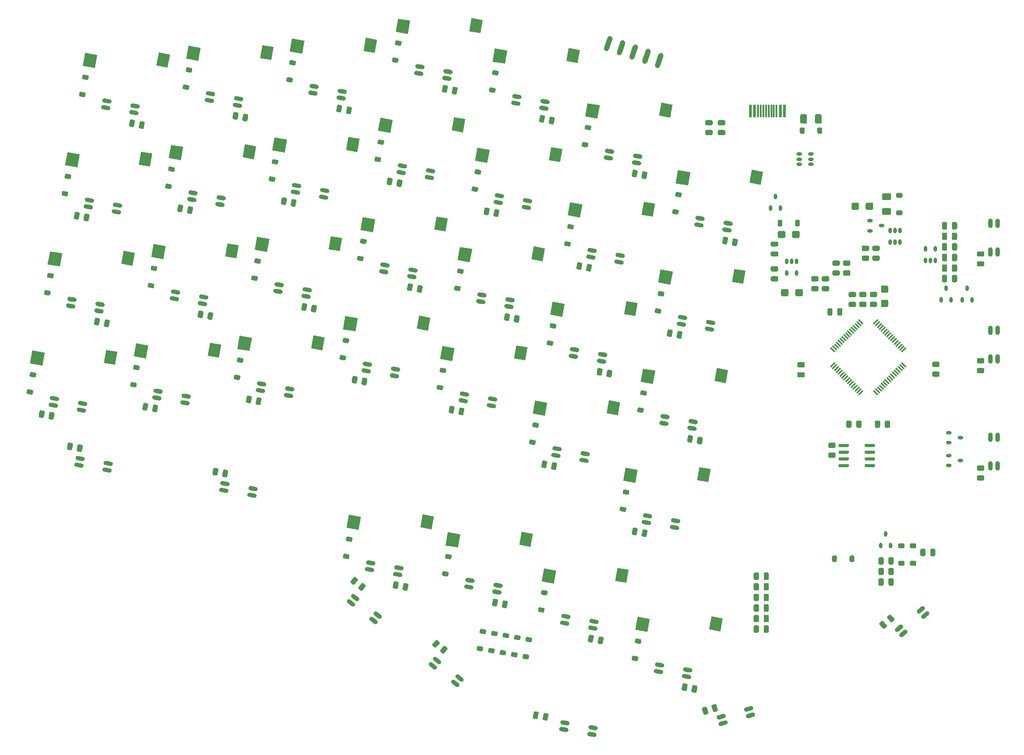
<source format=gbr>
G04 #@! TF.GenerationSoftware,KiCad,Pcbnew,(5.1.7)-1*
G04 #@! TF.CreationDate,2020-10-07T08:34:40+11:00*
G04 #@! TF.ProjectId,Djinn,446a696e-6e2e-46b6-9963-61645f706362,rev?*
G04 #@! TF.SameCoordinates,Original*
G04 #@! TF.FileFunction,Paste,Bot*
G04 #@! TF.FilePolarity,Positive*
%FSLAX46Y46*%
G04 Gerber Fmt 4.6, Leading zero omitted, Abs format (unit mm)*
G04 Created by KiCad (PCBNEW (5.1.7)-1) date 2020-10-07 08:34:40*
%MOMM*%
%LPD*%
G01*
G04 APERTURE LIST*
%ADD10O,0.820000X1.800000*%
%ADD11O,0.650000X1.060000*%
%ADD12R,0.570000X2.450000*%
%ADD13R,0.300000X2.450000*%
%ADD14O,1.060000X0.650000*%
%ADD15C,0.152400*%
G04 APERTURE END LIST*
G36*
G01*
X119128712Y-119882894D02*
X119128712Y-119882894D01*
G75*
G02*
X118846721Y-120389531I-394314J-112323D01*
G01*
X117904215Y-120658011D01*
G75*
G02*
X117397578Y-120376020I-112323J394314D01*
G01*
X117397578Y-120376020D01*
G75*
G02*
X117679569Y-119869383I394314J112323D01*
G01*
X118622075Y-119600903D01*
G75*
G02*
X119128712Y-119882894I112323J-394314D01*
G01*
G37*
G36*
G01*
X118778045Y-118651865D02*
X118778045Y-118651865D01*
G75*
G02*
X118496054Y-119158502I-394314J-112323D01*
G01*
X117553548Y-119426982D01*
G75*
G02*
X117046911Y-119144991I-112323J394314D01*
G01*
X117046911Y-119144991D01*
G75*
G02*
X117328902Y-118638354I394314J112323D01*
G01*
X118271408Y-118369874D01*
G75*
G02*
X118778045Y-118651865I112323J-394314D01*
G01*
G37*
G36*
G01*
X113584642Y-120131244D02*
X113584642Y-120131244D01*
G75*
G02*
X113302651Y-120637881I-394314J-112323D01*
G01*
X112360145Y-120906361D01*
G75*
G02*
X111853508Y-120624370I-112323J394314D01*
G01*
X111853508Y-120624370D01*
G75*
G02*
X112135499Y-120117733I394314J112323D01*
G01*
X113078005Y-119849253D01*
G75*
G02*
X113584642Y-120131244I112323J-394314D01*
G01*
G37*
G36*
G01*
X113935309Y-121362273D02*
X113935309Y-121362273D01*
G75*
G02*
X113653318Y-121868910I-394314J-112323D01*
G01*
X112710812Y-122137390D01*
G75*
G02*
X112204175Y-121855399I-112323J394314D01*
G01*
X112204175Y-121855399D01*
G75*
G02*
X112486166Y-121348762I394314J112323D01*
G01*
X113428672Y-121080282D01*
G75*
G02*
X113935309Y-121362273I112323J-394314D01*
G01*
G37*
G36*
G01*
X151997893Y-100570414D02*
X151997893Y-100570414D01*
G75*
G02*
X151947358Y-101148035I-314078J-263543D01*
G01*
X151196634Y-101777967D01*
G75*
G02*
X150619013Y-101727432I-263543J314078D01*
G01*
X150619013Y-101727432D01*
G75*
G02*
X150669548Y-101149811I314078J263543D01*
G01*
X151420272Y-100519879D01*
G75*
G02*
X151997893Y-100570414I263543J-314078D01*
G01*
G37*
G36*
G01*
X151175125Y-99589877D02*
X151175125Y-99589877D01*
G75*
G02*
X151124590Y-100167498I-314078J-263543D01*
G01*
X150373866Y-100797430D01*
G75*
G02*
X149796245Y-100746895I-263543J314078D01*
G01*
X149796245Y-100746895D01*
G75*
G02*
X149846780Y-100169274I314078J263543D01*
G01*
X150597504Y-99539342D01*
G75*
G02*
X151175125Y-99589877I263543J-314078D01*
G01*
G37*
G36*
G01*
X147038485Y-103060930D02*
X147038485Y-103060930D01*
G75*
G02*
X146987950Y-103638551I-314078J-263543D01*
G01*
X146237226Y-104268483D01*
G75*
G02*
X145659605Y-104217948I-263543J314078D01*
G01*
X145659605Y-104217948D01*
G75*
G02*
X145710140Y-103640327I314078J263543D01*
G01*
X146460864Y-103010395D01*
G75*
G02*
X147038485Y-103060930I263543J-314078D01*
G01*
G37*
G36*
G01*
X147861253Y-104041467D02*
X147861253Y-104041467D01*
G75*
G02*
X147810718Y-104619088I-314078J-263543D01*
G01*
X147059994Y-105249020D01*
G75*
G02*
X146482373Y-105198485I-263543J314078D01*
G01*
X146482373Y-105198485D01*
G75*
G02*
X146532908Y-104620864I314078J263543D01*
G01*
X147283632Y-103990932D01*
G75*
G02*
X147861253Y-104041467I263543J-314078D01*
G01*
G37*
G36*
G01*
X-2518977Y-73883842D02*
X-2518977Y-73883842D01*
G75*
G02*
X-2993944Y-74216417I-403771J71196D01*
G01*
X-3959056Y-74046241D01*
G75*
G02*
X-4291631Y-73571274I71196J403771D01*
G01*
X-4291631Y-73571274D01*
G75*
G02*
X-3816664Y-73238699I403771J-71196D01*
G01*
X-2851552Y-73408875D01*
G75*
G02*
X-2518977Y-73883842I-71196J-403771D01*
G01*
G37*
G36*
G01*
X-2296707Y-72623288D02*
X-2296707Y-72623288D01*
G75*
G02*
X-2771674Y-72955863I-403771J71196D01*
G01*
X-3736786Y-72785687D01*
G75*
G02*
X-4069361Y-72310720I71196J403771D01*
G01*
X-4069361Y-72310720D01*
G75*
G02*
X-3594394Y-71978145I403771J-71196D01*
G01*
X-2629282Y-72148321D01*
G75*
G02*
X-2296707Y-72623288I-71196J-403771D01*
G01*
G37*
G36*
G01*
X-7614669Y-71685588D02*
X-7614669Y-71685588D01*
G75*
G02*
X-8089636Y-72018163I-403771J71196D01*
G01*
X-9054748Y-71847987D01*
G75*
G02*
X-9387323Y-71373020I71196J403771D01*
G01*
X-9387323Y-71373020D01*
G75*
G02*
X-8912356Y-71040445I403771J-71196D01*
G01*
X-7947244Y-71210621D01*
G75*
G02*
X-7614669Y-71685588I-71196J-403771D01*
G01*
G37*
G36*
G01*
X-7836939Y-72946142D02*
X-7836939Y-72946142D01*
G75*
G02*
X-8311906Y-73278717I-403771J71196D01*
G01*
X-9277018Y-73108541D01*
G75*
G02*
X-9609593Y-72633574I71196J403771D01*
G01*
X-9609593Y-72633574D01*
G75*
G02*
X-9134626Y-72300999I403771J-71196D01*
G01*
X-8169514Y-72471175D01*
G75*
G02*
X-7836939Y-72946142I-71196J-403771D01*
G01*
G37*
G36*
G01*
X24865513Y-78646363D02*
X24865513Y-78646363D01*
G75*
G02*
X24390546Y-78978938I-403771J71196D01*
G01*
X23425434Y-78808762D01*
G75*
G02*
X23092859Y-78333795I71196J403771D01*
G01*
X23092859Y-78333795D01*
G75*
G02*
X23567826Y-78001220I403771J-71196D01*
G01*
X24532938Y-78171396D01*
G75*
G02*
X24865513Y-78646363I-71196J-403771D01*
G01*
G37*
G36*
G01*
X25087783Y-77385809D02*
X25087783Y-77385809D01*
G75*
G02*
X24612816Y-77718384I-403771J71196D01*
G01*
X23647704Y-77548208D01*
G75*
G02*
X23315129Y-77073241I71196J403771D01*
G01*
X23315129Y-77073241D01*
G75*
G02*
X23790096Y-76740666I403771J-71196D01*
G01*
X24755208Y-76910842D01*
G75*
G02*
X25087783Y-77385809I-71196J-403771D01*
G01*
G37*
G36*
G01*
X19769821Y-76448109D02*
X19769821Y-76448109D01*
G75*
G02*
X19294854Y-76780684I-403771J71196D01*
G01*
X18329742Y-76610508D01*
G75*
G02*
X17997167Y-76135541I71196J403771D01*
G01*
X17997167Y-76135541D01*
G75*
G02*
X18472134Y-75802966I403771J-71196D01*
G01*
X19437246Y-75973142D01*
G75*
G02*
X19769821Y-76448109I-71196J-403771D01*
G01*
G37*
G36*
G01*
X19547551Y-77708663D02*
X19547551Y-77708663D01*
G75*
G02*
X19072584Y-78041238I-403771J71196D01*
G01*
X18107472Y-77871062D01*
G75*
G02*
X17774897Y-77396095I71196J403771D01*
G01*
X17774897Y-77396095D01*
G75*
G02*
X18249864Y-77063520I403771J-71196D01*
G01*
X19214976Y-77233696D01*
G75*
G02*
X19547551Y-77708663I-71196J-403771D01*
G01*
G37*
G36*
G01*
X47686756Y-102733630D02*
X47686756Y-102733630D01*
G75*
G02*
X47111251Y-102804293I-323084J252421D01*
G01*
X46339001Y-102200945D01*
G75*
G02*
X46268338Y-101625440I252421J323084D01*
G01*
X46268338Y-101625440D01*
G75*
G02*
X46843843Y-101554777I323084J-252421D01*
G01*
X47616093Y-102158125D01*
G75*
G02*
X47686756Y-102733630I-252421J-323084D01*
G01*
G37*
G36*
G01*
X48474802Y-101724976D02*
X48474802Y-101724976D01*
G75*
G02*
X47899297Y-101795639I-323084J252421D01*
G01*
X47127047Y-101192291D01*
G75*
G02*
X47056384Y-100616786I252421J323084D01*
G01*
X47056384Y-100616786D01*
G75*
G02*
X47631889Y-100546123I323084J-252421D01*
G01*
X48404139Y-101149471D01*
G75*
G02*
X48474802Y-101724976I-252421J-323084D01*
G01*
G37*
G36*
G01*
X44219544Y-98400404D02*
X44219544Y-98400404D01*
G75*
G02*
X43644039Y-98471067I-323084J252421D01*
G01*
X42871789Y-97867719D01*
G75*
G02*
X42801126Y-97292214I252421J323084D01*
G01*
X42801126Y-97292214D01*
G75*
G02*
X43376631Y-97221551I323084J-252421D01*
G01*
X44148881Y-97824899D01*
G75*
G02*
X44219544Y-98400404I-252421J-323084D01*
G01*
G37*
G36*
G01*
X43431498Y-99409058D02*
X43431498Y-99409058D01*
G75*
G02*
X42855993Y-99479721I-323084J252421D01*
G01*
X42083743Y-98876373D01*
G75*
G02*
X42013080Y-98300868I252421J323084D01*
G01*
X42013080Y-98300868D01*
G75*
G02*
X42588585Y-98230205I323084J-252421D01*
G01*
X43360835Y-98833553D01*
G75*
G02*
X43431498Y-99409058I-252421J-323084D01*
G01*
G37*
G36*
G01*
X63164945Y-114639930D02*
X63164945Y-114639930D01*
G75*
G02*
X62589440Y-114710593I-323084J252421D01*
G01*
X61817190Y-114107245D01*
G75*
G02*
X61746527Y-113531740I252421J323084D01*
G01*
X61746527Y-113531740D01*
G75*
G02*
X62322032Y-113461077I323084J-252421D01*
G01*
X63094282Y-114064425D01*
G75*
G02*
X63164945Y-114639930I-252421J-323084D01*
G01*
G37*
G36*
G01*
X63952991Y-113631276D02*
X63952991Y-113631276D01*
G75*
G02*
X63377486Y-113701939I-323084J252421D01*
G01*
X62605236Y-113098591D01*
G75*
G02*
X62534573Y-112523086I252421J323084D01*
G01*
X62534573Y-112523086D01*
G75*
G02*
X63110078Y-112452423I323084J-252421D01*
G01*
X63882328Y-113055771D01*
G75*
G02*
X63952991Y-113631276I-252421J-323084D01*
G01*
G37*
G36*
G01*
X59697733Y-110306704D02*
X59697733Y-110306704D01*
G75*
G02*
X59122228Y-110377367I-323084J252421D01*
G01*
X58349978Y-109774019D01*
G75*
G02*
X58279315Y-109198514I252421J323084D01*
G01*
X58279315Y-109198514D01*
G75*
G02*
X58854820Y-109127851I323084J-252421D01*
G01*
X59627070Y-109731199D01*
G75*
G02*
X59697733Y-110306704I-252421J-323084D01*
G01*
G37*
G36*
G01*
X58909687Y-111315358D02*
X58909687Y-111315358D01*
G75*
G02*
X58334182Y-111386021I-323084J252421D01*
G01*
X57561932Y-110782673D01*
G75*
G02*
X57491269Y-110207168I252421J323084D01*
G01*
X57491269Y-110207168D01*
G75*
G02*
X58066774Y-110136505I323084J-252421D01*
G01*
X58839024Y-110739853D01*
G75*
G02*
X58909687Y-111315358I-252421J-323084D01*
G01*
G37*
G36*
G01*
X89159533Y-123890301D02*
X89159533Y-123890301D01*
G75*
G02*
X88684566Y-124222876I-403771J71196D01*
G01*
X87719454Y-124052700D01*
G75*
G02*
X87386879Y-123577733I71196J403771D01*
G01*
X87386879Y-123577733D01*
G75*
G02*
X87861846Y-123245158I403771J-71196D01*
G01*
X88826958Y-123415334D01*
G75*
G02*
X89159533Y-123890301I-71196J-403771D01*
G01*
G37*
G36*
G01*
X89381803Y-122629747D02*
X89381803Y-122629747D01*
G75*
G02*
X88906836Y-122962322I-403771J71196D01*
G01*
X87941724Y-122792146D01*
G75*
G02*
X87609149Y-122317179I71196J403771D01*
G01*
X87609149Y-122317179D01*
G75*
G02*
X88084116Y-121984604I403771J-71196D01*
G01*
X89049228Y-122154780D01*
G75*
G02*
X89381803Y-122629747I-71196J-403771D01*
G01*
G37*
G36*
G01*
X84063841Y-121692047D02*
X84063841Y-121692047D01*
G75*
G02*
X83588874Y-122024622I-403771J71196D01*
G01*
X82623762Y-121854446D01*
G75*
G02*
X82291187Y-121379479I71196J403771D01*
G01*
X82291187Y-121379479D01*
G75*
G02*
X82766154Y-121046904I403771J-71196D01*
G01*
X83731266Y-121217080D01*
G75*
G02*
X84063841Y-121692047I-71196J-403771D01*
G01*
G37*
G36*
G01*
X83841571Y-122952601D02*
X83841571Y-122952601D01*
G75*
G02*
X83366604Y-123285176I-403771J71196D01*
G01*
X82401492Y-123115000D01*
G75*
G02*
X82068917Y-122640033I71196J403771D01*
G01*
X82068917Y-122640033D01*
G75*
G02*
X82543884Y-122307458I403771J-71196D01*
G01*
X83508996Y-122477634D01*
G75*
G02*
X83841571Y-122952601I-71196J-403771D01*
G01*
G37*
D10*
X164946940Y-67547170D03*
X163666940Y-67547170D03*
X163666940Y-72947170D03*
X164946940Y-72947170D03*
X164946940Y-47306460D03*
X163666940Y-47306460D03*
X163666940Y-52706460D03*
X164946940Y-52706460D03*
X164946939Y-27065750D03*
X163666939Y-27065750D03*
X163666939Y-32465750D03*
X164946939Y-32465750D03*
G36*
G01*
X122343750Y-37050003D02*
X123256250Y-37050003D01*
G75*
G02*
X123500000Y-37293753I0J-243750D01*
G01*
X123500000Y-37781253D01*
G75*
G02*
X123256250Y-38025003I-243750J0D01*
G01*
X122343750Y-38025003D01*
G75*
G02*
X122100000Y-37781253I0J243750D01*
G01*
X122100000Y-37293753D01*
G75*
G02*
X122343750Y-37050003I243750J0D01*
G01*
G37*
G36*
G01*
X122343750Y-35175003D02*
X123256250Y-35175003D01*
G75*
G02*
X123500000Y-35418753I0J-243750D01*
G01*
X123500000Y-35906253D01*
G75*
G02*
X123256250Y-36150003I-243750J0D01*
G01*
X122343750Y-36150003D01*
G75*
G02*
X122100000Y-35906253I0J243750D01*
G01*
X122100000Y-35418753D01*
G75*
G02*
X122343750Y-35175003I243750J0D01*
G01*
G37*
G36*
G01*
X122343750Y-32350001D02*
X123256250Y-32350001D01*
G75*
G02*
X123500000Y-32593751I0J-243750D01*
G01*
X123500000Y-33081251D01*
G75*
G02*
X123256250Y-33325001I-243750J0D01*
G01*
X122343750Y-33325001D01*
G75*
G02*
X122100000Y-33081251I0J243750D01*
G01*
X122100000Y-32593751D01*
G75*
G02*
X122343750Y-32350001I243750J0D01*
G01*
G37*
G36*
G01*
X122343750Y-30475001D02*
X123256250Y-30475001D01*
G75*
G02*
X123500000Y-30718751I0J-243750D01*
G01*
X123500000Y-31206251D01*
G75*
G02*
X123256250Y-31450001I-243750J0D01*
G01*
X122343750Y-31450001D01*
G75*
G02*
X122100000Y-31206251I0J243750D01*
G01*
X122100000Y-30718751D01*
G75*
G02*
X122343750Y-30475001I243750J0D01*
G01*
G37*
G36*
G01*
X124300000Y-26625001D02*
X124300000Y-27375001D01*
G75*
G02*
X124075000Y-27600001I-225000J0D01*
G01*
X123625000Y-27600001D01*
G75*
G02*
X123400000Y-27375001I0J225000D01*
G01*
X123400000Y-26625001D01*
G75*
G02*
X123625000Y-26400001I225000J0D01*
G01*
X124075000Y-26400001D01*
G75*
G02*
X124300000Y-26625001I0J-225000D01*
G01*
G37*
G36*
G01*
X127601000Y-26625001D02*
X127601000Y-27375001D01*
G75*
G02*
X127376000Y-27600001I-225000J0D01*
G01*
X126926000Y-27600001D01*
G75*
G02*
X126701000Y-27375001I0J225000D01*
G01*
X126701000Y-26625001D01*
G75*
G02*
X126926000Y-26400001I225000J0D01*
G01*
X127376000Y-26400001D01*
G75*
G02*
X127601000Y-26625001I0J-225000D01*
G01*
G37*
G36*
G01*
X96139182Y-108845248D02*
X96877788Y-108975484D01*
G75*
G02*
X97060299Y-109236137I-39071J-221582D01*
G01*
X96982157Y-109679301D01*
G75*
G02*
X96721504Y-109861812I-221582J39071D01*
G01*
X95982898Y-109731576D01*
G75*
G02*
X95800387Y-109470923I39071J221582D01*
G01*
X95878529Y-109027759D01*
G75*
G02*
X96139182Y-108845248I221582J-39071D01*
G01*
G37*
G36*
G01*
X96712395Y-105594397D02*
X97451001Y-105724633D01*
G75*
G02*
X97633512Y-105985286I-39071J-221582D01*
G01*
X97555370Y-106428450D01*
G75*
G02*
X97294717Y-106610961I-221582J39071D01*
G01*
X96556111Y-106480725D01*
G75*
G02*
X96373600Y-106220072I39071J221582D01*
G01*
X96451742Y-105776908D01*
G75*
G02*
X96712395Y-105594397I221582J-39071D01*
G01*
G37*
G36*
G01*
X78412269Y-99674528D02*
X79150875Y-99804764D01*
G75*
G02*
X79333386Y-100065417I-39071J-221582D01*
G01*
X79255244Y-100508581D01*
G75*
G02*
X78994591Y-100691092I-221582J39071D01*
G01*
X78255985Y-100560856D01*
G75*
G02*
X78073474Y-100300203I39071J221582D01*
G01*
X78151616Y-99857039D01*
G75*
G02*
X78412269Y-99674528I221582J-39071D01*
G01*
G37*
G36*
G01*
X78985482Y-96423677D02*
X79724088Y-96553913D01*
G75*
G02*
X79906599Y-96814566I-39071J-221582D01*
G01*
X79828457Y-97257730D01*
G75*
G02*
X79567804Y-97440241I-221582J39071D01*
G01*
X78829198Y-97310005D01*
G75*
G02*
X78646687Y-97049352I39071J221582D01*
G01*
X78724829Y-96606188D01*
G75*
G02*
X78985482Y-96423677I221582J-39071D01*
G01*
G37*
G36*
G01*
X60271853Y-92848892D02*
X61010459Y-92979128D01*
G75*
G02*
X61192970Y-93239781I-39071J-221582D01*
G01*
X61114828Y-93682945D01*
G75*
G02*
X60854175Y-93865456I-221582J39071D01*
G01*
X60115569Y-93735220D01*
G75*
G02*
X59933058Y-93474567I39071J221582D01*
G01*
X60011200Y-93031403D01*
G75*
G02*
X60271853Y-92848892I221582J-39071D01*
G01*
G37*
G36*
G01*
X60845066Y-89598041D02*
X61583672Y-89728277D01*
G75*
G02*
X61766183Y-89988930I-39071J-221582D01*
G01*
X61688041Y-90432094D01*
G75*
G02*
X61427388Y-90614605I-221582J39071D01*
G01*
X60688782Y-90484369D01*
G75*
G02*
X60506271Y-90223716I39071J221582D01*
G01*
X60584413Y-89780552D01*
G75*
G02*
X60845066Y-89598041I221582J-39071D01*
G01*
G37*
G36*
G01*
X41511188Y-89540879D02*
X42249794Y-89671115D01*
G75*
G02*
X42432305Y-89931768I-39071J-221582D01*
G01*
X42354163Y-90374932D01*
G75*
G02*
X42093510Y-90557443I-221582J39071D01*
G01*
X41354904Y-90427207D01*
G75*
G02*
X41172393Y-90166554I39071J221582D01*
G01*
X41250535Y-89723390D01*
G75*
G02*
X41511188Y-89540879I221582J-39071D01*
G01*
G37*
G36*
G01*
X42084401Y-86290028D02*
X42823007Y-86420264D01*
G75*
G02*
X43005518Y-86680917I-39071J-221582D01*
G01*
X42927376Y-87124081D01*
G75*
G02*
X42666723Y-87306592I-221582J39071D01*
G01*
X41928117Y-87176356D01*
G75*
G02*
X41745606Y-86915703I39071J221582D01*
G01*
X41823748Y-86472539D01*
G75*
G02*
X42084401Y-86290028I221582J-39071D01*
G01*
G37*
G36*
G01*
X93859197Y-80636287D02*
X94597803Y-80766523D01*
G75*
G02*
X94780314Y-81027176I-39071J-221582D01*
G01*
X94702172Y-81470340D01*
G75*
G02*
X94441519Y-81652851I-221582J39071D01*
G01*
X93702913Y-81522615D01*
G75*
G02*
X93520402Y-81261962I39071J221582D01*
G01*
X93598544Y-80818798D01*
G75*
G02*
X93859197Y-80636287I221582J-39071D01*
G01*
G37*
G36*
G01*
X94432410Y-77385436D02*
X95171016Y-77515672D01*
G75*
G02*
X95353527Y-77776325I-39071J-221582D01*
G01*
X95275385Y-78219489D01*
G75*
G02*
X95014732Y-78402000I-221582J39071D01*
G01*
X94276126Y-78271764D01*
G75*
G02*
X94093615Y-78011111I39071J221582D01*
G01*
X94171757Y-77567947D01*
G75*
G02*
X94432410Y-77385436I221582J-39071D01*
G01*
G37*
G36*
G01*
X76752538Y-67947941D02*
X77491144Y-68078177D01*
G75*
G02*
X77673655Y-68338830I-39071J-221582D01*
G01*
X77595513Y-68781994D01*
G75*
G02*
X77334860Y-68964505I-221582J39071D01*
G01*
X76596254Y-68834269D01*
G75*
G02*
X76413743Y-68573616I39071J221582D01*
G01*
X76491885Y-68130452D01*
G75*
G02*
X76752538Y-67947941I221582J-39071D01*
G01*
G37*
G36*
G01*
X77325751Y-64697090D02*
X78064357Y-64827326D01*
G75*
G02*
X78246868Y-65087979I-39071J-221582D01*
G01*
X78168726Y-65531143D01*
G75*
G02*
X77908073Y-65713654I-221582J39071D01*
G01*
X77169467Y-65583418D01*
G75*
G02*
X76986956Y-65322765I39071J221582D01*
G01*
X77065098Y-64879601D01*
G75*
G02*
X77325751Y-64697090I221582J-39071D01*
G01*
G37*
G36*
G01*
X59232374Y-57604679D02*
X59970980Y-57734915D01*
G75*
G02*
X60153491Y-57995568I-39071J-221582D01*
G01*
X60075349Y-58438732D01*
G75*
G02*
X59814696Y-58621243I-221582J39071D01*
G01*
X59076090Y-58491007D01*
G75*
G02*
X58893579Y-58230354I39071J221582D01*
G01*
X58971721Y-57787190D01*
G75*
G02*
X59232374Y-57604679I221582J-39071D01*
G01*
G37*
G36*
G01*
X59805587Y-54353828D02*
X60544193Y-54484064D01*
G75*
G02*
X60726704Y-54744717I-39071J-221582D01*
G01*
X60648562Y-55187881D01*
G75*
G02*
X60387909Y-55370392I-221582J39071D01*
G01*
X59649303Y-55240156D01*
G75*
G02*
X59466792Y-54979503I39071J221582D01*
G01*
X59544934Y-54536339D01*
G75*
G02*
X59805587Y-54353828I221582J-39071D01*
G01*
G37*
G36*
G01*
X40885210Y-51951584D02*
X41623816Y-52081820D01*
G75*
G02*
X41806327Y-52342473I-39071J-221582D01*
G01*
X41728185Y-52785637D01*
G75*
G02*
X41467532Y-52968148I-221582J39071D01*
G01*
X40728926Y-52837912D01*
G75*
G02*
X40546415Y-52577259I39071J221582D01*
G01*
X40624557Y-52134095D01*
G75*
G02*
X40885210Y-51951584I221582J-39071D01*
G01*
G37*
G36*
G01*
X41458423Y-48700733D02*
X42197029Y-48830969D01*
G75*
G02*
X42379540Y-49091622I-39071J-221582D01*
G01*
X42301398Y-49534786D01*
G75*
G02*
X42040745Y-49717297I-221582J39071D01*
G01*
X41302139Y-49587061D01*
G75*
G02*
X41119628Y-49326408I39071J221582D01*
G01*
X41197770Y-48883244D01*
G75*
G02*
X41458423Y-48700733I221582J-39071D01*
G01*
G37*
G36*
G01*
X20884040Y-55678824D02*
X21622646Y-55809060D01*
G75*
G02*
X21805157Y-56069713I-39071J-221582D01*
G01*
X21727015Y-56512877D01*
G75*
G02*
X21466362Y-56695388I-221582J39071D01*
G01*
X20727756Y-56565152D01*
G75*
G02*
X20545245Y-56304499I39071J221582D01*
G01*
X20623387Y-55861335D01*
G75*
G02*
X20884040Y-55678824I221582J-39071D01*
G01*
G37*
G36*
G01*
X21457253Y-52427973D02*
X22195859Y-52558209D01*
G75*
G02*
X22378370Y-52818862I-39071J-221582D01*
G01*
X22300228Y-53262026D01*
G75*
G02*
X22039575Y-53444537I-221582J39071D01*
G01*
X21300969Y-53314301D01*
G75*
G02*
X21118458Y-53053648I39071J221582D01*
G01*
X21196600Y-52610484D01*
G75*
G02*
X21457253Y-52427973I221582J-39071D01*
G01*
G37*
G36*
G01*
X1296369Y-57060977D02*
X2034975Y-57191213D01*
G75*
G02*
X2217486Y-57451866I-39071J-221582D01*
G01*
X2139344Y-57895030D01*
G75*
G02*
X1878691Y-58077541I-221582J39071D01*
G01*
X1140085Y-57947305D01*
G75*
G02*
X957574Y-57686652I39071J221582D01*
G01*
X1035716Y-57243488D01*
G75*
G02*
X1296369Y-57060977I221582J-39071D01*
G01*
G37*
G36*
G01*
X1869582Y-53810126D02*
X2608188Y-53940362D01*
G75*
G02*
X2790699Y-54201015I-39071J-221582D01*
G01*
X2712557Y-54644179D01*
G75*
G02*
X2451904Y-54826690I-221582J39071D01*
G01*
X1713298Y-54696454D01*
G75*
G02*
X1530787Y-54435801I39071J221582D01*
G01*
X1608929Y-53992637D01*
G75*
G02*
X1869582Y-53810126I221582J-39071D01*
G01*
G37*
G36*
G01*
X-18291299Y-58443132D02*
X-17552693Y-58573368D01*
G75*
G02*
X-17370182Y-58834021I-39071J-221582D01*
G01*
X-17448324Y-59277185D01*
G75*
G02*
X-17708977Y-59459696I-221582J39071D01*
G01*
X-18447583Y-59329460D01*
G75*
G02*
X-18630094Y-59068807I39071J221582D01*
G01*
X-18551952Y-58625643D01*
G75*
G02*
X-18291299Y-58443132I221582J-39071D01*
G01*
G37*
G36*
G01*
X-17718086Y-55192281D02*
X-16979480Y-55322517D01*
G75*
G02*
X-16796969Y-55583170I-39071J-221582D01*
G01*
X-16875111Y-56026334D01*
G75*
G02*
X-17135764Y-56208845I-221582J39071D01*
G01*
X-17874370Y-56078609D01*
G75*
G02*
X-18056881Y-55817956I39071J221582D01*
G01*
X-17978739Y-55374792D01*
G75*
G02*
X-17718086Y-55192281I221582J-39071D01*
G01*
G37*
G36*
G01*
X97167210Y-61875619D02*
X97905816Y-62005855D01*
G75*
G02*
X98088327Y-62266508I-39071J-221582D01*
G01*
X98010185Y-62709672D01*
G75*
G02*
X97749532Y-62892183I-221582J39071D01*
G01*
X97010926Y-62761947D01*
G75*
G02*
X96828415Y-62501294I39071J221582D01*
G01*
X96906557Y-62058130D01*
G75*
G02*
X97167210Y-61875619I221582J-39071D01*
G01*
G37*
G36*
G01*
X97740423Y-58624768D02*
X98479029Y-58755004D01*
G75*
G02*
X98661540Y-59015657I-39071J-221582D01*
G01*
X98583398Y-59458821D01*
G75*
G02*
X98322745Y-59641332I-221582J39071D01*
G01*
X97584139Y-59511096D01*
G75*
G02*
X97401628Y-59250443I39071J221582D01*
G01*
X97479770Y-58807279D01*
G75*
G02*
X97740423Y-58624768I221582J-39071D01*
G01*
G37*
G36*
G01*
X80060548Y-49187274D02*
X80799154Y-49317510D01*
G75*
G02*
X80981665Y-49578163I-39071J-221582D01*
G01*
X80903523Y-50021327D01*
G75*
G02*
X80642870Y-50203838I-221582J39071D01*
G01*
X79904264Y-50073602D01*
G75*
G02*
X79721753Y-49812949I39071J221582D01*
G01*
X79799895Y-49369785D01*
G75*
G02*
X80060548Y-49187274I221582J-39071D01*
G01*
G37*
G36*
G01*
X80633761Y-45936423D02*
X81372367Y-46066659D01*
G75*
G02*
X81554878Y-46327312I-39071J-221582D01*
G01*
X81476736Y-46770476D01*
G75*
G02*
X81216083Y-46952987I-221582J39071D01*
G01*
X80477477Y-46822751D01*
G75*
G02*
X80294966Y-46562098I39071J221582D01*
G01*
X80373108Y-46118934D01*
G75*
G02*
X80633761Y-45936423I221582J-39071D01*
G01*
G37*
G36*
G01*
X62540386Y-38844014D02*
X63278992Y-38974250D01*
G75*
G02*
X63461503Y-39234903I-39071J-221582D01*
G01*
X63383361Y-39678067D01*
G75*
G02*
X63122708Y-39860578I-221582J39071D01*
G01*
X62384102Y-39730342D01*
G75*
G02*
X62201591Y-39469689I39071J221582D01*
G01*
X62279733Y-39026525D01*
G75*
G02*
X62540386Y-38844014I221582J-39071D01*
G01*
G37*
G36*
G01*
X63113599Y-35593163D02*
X63852205Y-35723399D01*
G75*
G02*
X64034716Y-35984052I-39071J-221582D01*
G01*
X63956574Y-36427216D01*
G75*
G02*
X63695921Y-36609727I-221582J39071D01*
G01*
X62957315Y-36479491D01*
G75*
G02*
X62774804Y-36218838I39071J221582D01*
G01*
X62852946Y-35775674D01*
G75*
G02*
X63113599Y-35593163I221582J-39071D01*
G01*
G37*
G36*
G01*
X44193221Y-33190919D02*
X44931827Y-33321155D01*
G75*
G02*
X45114338Y-33581808I-39071J-221582D01*
G01*
X45036196Y-34024972D01*
G75*
G02*
X44775543Y-34207483I-221582J39071D01*
G01*
X44036937Y-34077247D01*
G75*
G02*
X43854426Y-33816594I39071J221582D01*
G01*
X43932568Y-33373430D01*
G75*
G02*
X44193221Y-33190919I221582J-39071D01*
G01*
G37*
G36*
G01*
X44766434Y-29940068D02*
X45505040Y-30070304D01*
G75*
G02*
X45687551Y-30330957I-39071J-221582D01*
G01*
X45609409Y-30774121D01*
G75*
G02*
X45348756Y-30956632I-221582J39071D01*
G01*
X44610150Y-30826396D01*
G75*
G02*
X44427639Y-30565743I39071J221582D01*
G01*
X44505781Y-30122579D01*
G75*
G02*
X44766434Y-29940068I221582J-39071D01*
G01*
G37*
G36*
G01*
X24192050Y-36918156D02*
X24930656Y-37048392D01*
G75*
G02*
X25113167Y-37309045I-39071J-221582D01*
G01*
X25035025Y-37752209D01*
G75*
G02*
X24774372Y-37934720I-221582J39071D01*
G01*
X24035766Y-37804484D01*
G75*
G02*
X23853255Y-37543831I39071J221582D01*
G01*
X23931397Y-37100667D01*
G75*
G02*
X24192050Y-36918156I221582J-39071D01*
G01*
G37*
G36*
G01*
X24765263Y-33667305D02*
X25503869Y-33797541D01*
G75*
G02*
X25686380Y-34058194I-39071J-221582D01*
G01*
X25608238Y-34501358D01*
G75*
G02*
X25347585Y-34683869I-221582J39071D01*
G01*
X24608979Y-34553633D01*
G75*
G02*
X24426468Y-34292980I39071J221582D01*
G01*
X24504610Y-33849816D01*
G75*
G02*
X24765263Y-33667305I221582J-39071D01*
G01*
G37*
G36*
G01*
X4604382Y-38300310D02*
X5342988Y-38430546D01*
G75*
G02*
X5525499Y-38691199I-39071J-221582D01*
G01*
X5447357Y-39134363D01*
G75*
G02*
X5186704Y-39316874I-221582J39071D01*
G01*
X4448098Y-39186638D01*
G75*
G02*
X4265587Y-38925985I39071J221582D01*
G01*
X4343729Y-38482821D01*
G75*
G02*
X4604382Y-38300310I221582J-39071D01*
G01*
G37*
G36*
G01*
X5177595Y-35049459D02*
X5916201Y-35179695D01*
G75*
G02*
X6098712Y-35440348I-39071J-221582D01*
G01*
X6020570Y-35883512D01*
G75*
G02*
X5759917Y-36066023I-221582J39071D01*
G01*
X5021311Y-35935787D01*
G75*
G02*
X4838800Y-35675134I39071J221582D01*
G01*
X4916942Y-35231970D01*
G75*
G02*
X5177595Y-35049459I221582J-39071D01*
G01*
G37*
G36*
G01*
X-14983287Y-39682465D02*
X-14244681Y-39812701D01*
G75*
G02*
X-14062170Y-40073354I-39071J-221582D01*
G01*
X-14140312Y-40516518D01*
G75*
G02*
X-14400965Y-40699029I-221582J39071D01*
G01*
X-15139571Y-40568793D01*
G75*
G02*
X-15322082Y-40308140I39071J221582D01*
G01*
X-15243940Y-39864976D01*
G75*
G02*
X-14983287Y-39682465I221582J-39071D01*
G01*
G37*
G36*
G01*
X-14410074Y-36431614D02*
X-13671468Y-36561850D01*
G75*
G02*
X-13488957Y-36822503I-39071J-221582D01*
G01*
X-13567099Y-37265667D01*
G75*
G02*
X-13827752Y-37448178I-221582J39071D01*
G01*
X-14566358Y-37317942D01*
G75*
G02*
X-14748869Y-37057289I39071J221582D01*
G01*
X-14670727Y-36614125D01*
G75*
G02*
X-14410074Y-36431614I221582J-39071D01*
G01*
G37*
G36*
G01*
X100475222Y-43114953D02*
X101213828Y-43245189D01*
G75*
G02*
X101396339Y-43505842I-39071J-221582D01*
G01*
X101318197Y-43949006D01*
G75*
G02*
X101057544Y-44131517I-221582J39071D01*
G01*
X100318938Y-44001281D01*
G75*
G02*
X100136427Y-43740628I39071J221582D01*
G01*
X100214569Y-43297464D01*
G75*
G02*
X100475222Y-43114953I221582J-39071D01*
G01*
G37*
G36*
G01*
X101048435Y-39864102D02*
X101787041Y-39994338D01*
G75*
G02*
X101969552Y-40254991I-39071J-221582D01*
G01*
X101891410Y-40698155D01*
G75*
G02*
X101630757Y-40880666I-221582J39071D01*
G01*
X100892151Y-40750430D01*
G75*
G02*
X100709640Y-40489777I39071J221582D01*
G01*
X100787782Y-40046613D01*
G75*
G02*
X101048435Y-39864102I221582J-39071D01*
G01*
G37*
G36*
G01*
X83368561Y-30426608D02*
X84107167Y-30556844D01*
G75*
G02*
X84289678Y-30817497I-39071J-221582D01*
G01*
X84211536Y-31260661D01*
G75*
G02*
X83950883Y-31443172I-221582J39071D01*
G01*
X83212277Y-31312936D01*
G75*
G02*
X83029766Y-31052283I39071J221582D01*
G01*
X83107908Y-30609119D01*
G75*
G02*
X83368561Y-30426608I221582J-39071D01*
G01*
G37*
G36*
G01*
X83941774Y-27175757D02*
X84680380Y-27305993D01*
G75*
G02*
X84862891Y-27566646I-39071J-221582D01*
G01*
X84784749Y-28009810D01*
G75*
G02*
X84524096Y-28192321I-221582J39071D01*
G01*
X83785490Y-28062085D01*
G75*
G02*
X83602979Y-27801432I39071J221582D01*
G01*
X83681121Y-27358268D01*
G75*
G02*
X83941774Y-27175757I221582J-39071D01*
G01*
G37*
G36*
G01*
X65848399Y-20083346D02*
X66587005Y-20213582D01*
G75*
G02*
X66769516Y-20474235I-39071J-221582D01*
G01*
X66691374Y-20917399D01*
G75*
G02*
X66430721Y-21099910I-221582J39071D01*
G01*
X65692115Y-20969674D01*
G75*
G02*
X65509604Y-20709021I39071J221582D01*
G01*
X65587746Y-20265857D01*
G75*
G02*
X65848399Y-20083346I221582J-39071D01*
G01*
G37*
G36*
G01*
X66421612Y-16832495D02*
X67160218Y-16962731D01*
G75*
G02*
X67342729Y-17223384I-39071J-221582D01*
G01*
X67264587Y-17666548D01*
G75*
G02*
X67003934Y-17849059I-221582J39071D01*
G01*
X66265328Y-17718823D01*
G75*
G02*
X66082817Y-17458170I39071J221582D01*
G01*
X66160959Y-17015006D01*
G75*
G02*
X66421612Y-16832495I221582J-39071D01*
G01*
G37*
G36*
G01*
X47501234Y-14430251D02*
X48239840Y-14560487D01*
G75*
G02*
X48422351Y-14821140I-39071J-221582D01*
G01*
X48344209Y-15264304D01*
G75*
G02*
X48083556Y-15446815I-221582J39071D01*
G01*
X47344950Y-15316579D01*
G75*
G02*
X47162439Y-15055926I39071J221582D01*
G01*
X47240581Y-14612762D01*
G75*
G02*
X47501234Y-14430251I221582J-39071D01*
G01*
G37*
G36*
G01*
X48074447Y-11179400D02*
X48813053Y-11309636D01*
G75*
G02*
X48995564Y-11570289I-39071J-221582D01*
G01*
X48917422Y-12013453D01*
G75*
G02*
X48656769Y-12195964I-221582J39071D01*
G01*
X47918163Y-12065728D01*
G75*
G02*
X47735652Y-11805075I39071J221582D01*
G01*
X47813794Y-11361911D01*
G75*
G02*
X48074447Y-11179400I221582J-39071D01*
G01*
G37*
G36*
G01*
X27500063Y-18157491D02*
X28238669Y-18287727D01*
G75*
G02*
X28421180Y-18548380I-39071J-221582D01*
G01*
X28343038Y-18991544D01*
G75*
G02*
X28082385Y-19174055I-221582J39071D01*
G01*
X27343779Y-19043819D01*
G75*
G02*
X27161268Y-18783166I39071J221582D01*
G01*
X27239410Y-18340002D01*
G75*
G02*
X27500063Y-18157491I221582J-39071D01*
G01*
G37*
G36*
G01*
X28073276Y-14906640D02*
X28811882Y-15036876D01*
G75*
G02*
X28994393Y-15297529I-39071J-221582D01*
G01*
X28916251Y-15740693D01*
G75*
G02*
X28655598Y-15923204I-221582J39071D01*
G01*
X27916992Y-15792968D01*
G75*
G02*
X27734481Y-15532315I39071J221582D01*
G01*
X27812623Y-15089151D01*
G75*
G02*
X28073276Y-14906640I221582J-39071D01*
G01*
G37*
G36*
G01*
X7912396Y-19539646D02*
X8651002Y-19669882D01*
G75*
G02*
X8833513Y-19930535I-39071J-221582D01*
G01*
X8755371Y-20373699D01*
G75*
G02*
X8494718Y-20556210I-221582J39071D01*
G01*
X7756112Y-20425974D01*
G75*
G02*
X7573601Y-20165321I39071J221582D01*
G01*
X7651743Y-19722157D01*
G75*
G02*
X7912396Y-19539646I221582J-39071D01*
G01*
G37*
G36*
G01*
X8485609Y-16288795D02*
X9224215Y-16419031D01*
G75*
G02*
X9406726Y-16679684I-39071J-221582D01*
G01*
X9328584Y-17122848D01*
G75*
G02*
X9067931Y-17305359I-221582J39071D01*
G01*
X8329325Y-17175123D01*
G75*
G02*
X8146814Y-16914470I39071J221582D01*
G01*
X8224956Y-16471306D01*
G75*
G02*
X8485609Y-16288795I221582J-39071D01*
G01*
G37*
G36*
G01*
X-11675277Y-20921799D02*
X-10936671Y-21052035D01*
G75*
G02*
X-10754160Y-21312688I-39071J-221582D01*
G01*
X-10832302Y-21755852D01*
G75*
G02*
X-11092955Y-21938363I-221582J39071D01*
G01*
X-11831561Y-21808127D01*
G75*
G02*
X-12014072Y-21547474I39071J221582D01*
G01*
X-11935930Y-21104310D01*
G75*
G02*
X-11675277Y-20921799I221582J-39071D01*
G01*
G37*
G36*
G01*
X-11102064Y-17670948D02*
X-10363458Y-17801184D01*
G75*
G02*
X-10180947Y-18061837I-39071J-221582D01*
G01*
X-10259089Y-18505001D01*
G75*
G02*
X-10519742Y-18687512I-221582J39071D01*
G01*
X-11258348Y-18557276D01*
G75*
G02*
X-11440859Y-18296623I39071J221582D01*
G01*
X-11362717Y-17853459D01*
G75*
G02*
X-11102064Y-17670948I221582J-39071D01*
G01*
G37*
G36*
G01*
X103783232Y-24354285D02*
X104521838Y-24484521D01*
G75*
G02*
X104704349Y-24745174I-39071J-221582D01*
G01*
X104626207Y-25188338D01*
G75*
G02*
X104365554Y-25370849I-221582J39071D01*
G01*
X103626948Y-25240613D01*
G75*
G02*
X103444437Y-24979960I39071J221582D01*
G01*
X103522579Y-24536796D01*
G75*
G02*
X103783232Y-24354285I221582J-39071D01*
G01*
G37*
G36*
G01*
X104356445Y-21103434D02*
X105095051Y-21233670D01*
G75*
G02*
X105277562Y-21494323I-39071J-221582D01*
G01*
X105199420Y-21937487D01*
G75*
G02*
X104938767Y-22119998I-221582J39071D01*
G01*
X104200161Y-21989762D01*
G75*
G02*
X104017650Y-21729109I39071J221582D01*
G01*
X104095792Y-21285945D01*
G75*
G02*
X104356445Y-21103434I221582J-39071D01*
G01*
G37*
G36*
G01*
X86676573Y-11665941D02*
X87415179Y-11796177D01*
G75*
G02*
X87597690Y-12056830I-39071J-221582D01*
G01*
X87519548Y-12499994D01*
G75*
G02*
X87258895Y-12682505I-221582J39071D01*
G01*
X86520289Y-12552269D01*
G75*
G02*
X86337778Y-12291616I39071J221582D01*
G01*
X86415920Y-11848452D01*
G75*
G02*
X86676573Y-11665941I221582J-39071D01*
G01*
G37*
G36*
G01*
X87249786Y-8415090D02*
X87988392Y-8545326D01*
G75*
G02*
X88170903Y-8805979I-39071J-221582D01*
G01*
X88092761Y-9249143D01*
G75*
G02*
X87832108Y-9431654I-221582J39071D01*
G01*
X87093502Y-9301418D01*
G75*
G02*
X86910991Y-9040765I39071J221582D01*
G01*
X86989133Y-8597601D01*
G75*
G02*
X87249786Y-8415090I221582J-39071D01*
G01*
G37*
G36*
G01*
X69156411Y-1322680D02*
X69895017Y-1452916D01*
G75*
G02*
X70077528Y-1713569I-39071J-221582D01*
G01*
X69999386Y-2156733D01*
G75*
G02*
X69738733Y-2339244I-221582J39071D01*
G01*
X69000127Y-2209008D01*
G75*
G02*
X68817616Y-1948355I39071J221582D01*
G01*
X68895758Y-1505191D01*
G75*
G02*
X69156411Y-1322680I221582J-39071D01*
G01*
G37*
G36*
G01*
X69729624Y1928171D02*
X70468230Y1797935D01*
G75*
G02*
X70650741Y1537282I-39071J-221582D01*
G01*
X70572599Y1094118D01*
G75*
G02*
X70311946Y911607I-221582J39071D01*
G01*
X69573340Y1041843D01*
G75*
G02*
X69390829Y1302496I39071J221582D01*
G01*
X69468971Y1745660D01*
G75*
G02*
X69729624Y1928171I221582J-39071D01*
G01*
G37*
G36*
G01*
X50809246Y4330415D02*
X51547852Y4200179D01*
G75*
G02*
X51730363Y3939526I-39071J-221582D01*
G01*
X51652221Y3496362D01*
G75*
G02*
X51391568Y3313851I-221582J39071D01*
G01*
X50652962Y3444087D01*
G75*
G02*
X50470451Y3704740I39071J221582D01*
G01*
X50548593Y4147904D01*
G75*
G02*
X50809246Y4330415I221582J-39071D01*
G01*
G37*
G36*
G01*
X51382459Y7581266D02*
X52121065Y7451030D01*
G75*
G02*
X52303576Y7190377I-39071J-221582D01*
G01*
X52225434Y6747213D01*
G75*
G02*
X51964781Y6564702I-221582J39071D01*
G01*
X51226175Y6694938D01*
G75*
G02*
X51043664Y6955591I39071J221582D01*
G01*
X51121806Y7398755D01*
G75*
G02*
X51382459Y7581266I221582J-39071D01*
G01*
G37*
G36*
G01*
X30808075Y603178D02*
X31546681Y472942D01*
G75*
G02*
X31729192Y212289I-39071J-221582D01*
G01*
X31651050Y-230875D01*
G75*
G02*
X31390397Y-413386I-221582J39071D01*
G01*
X30651791Y-283150D01*
G75*
G02*
X30469280Y-22497I39071J221582D01*
G01*
X30547422Y420667D01*
G75*
G02*
X30808075Y603178I221582J-39071D01*
G01*
G37*
G36*
G01*
X31381288Y3854029D02*
X32119894Y3723793D01*
G75*
G02*
X32302405Y3463140I-39071J-221582D01*
G01*
X32224263Y3019976D01*
G75*
G02*
X31963610Y2837465I-221582J39071D01*
G01*
X31225004Y2967701D01*
G75*
G02*
X31042493Y3228354I39071J221582D01*
G01*
X31120635Y3671518D01*
G75*
G02*
X31381288Y3854029I221582J-39071D01*
G01*
G37*
G36*
G01*
X11220404Y-778978D02*
X11959010Y-909214D01*
G75*
G02*
X12141521Y-1169867I-39071J-221582D01*
G01*
X12063379Y-1613031D01*
G75*
G02*
X11802726Y-1795542I-221582J39071D01*
G01*
X11064120Y-1665306D01*
G75*
G02*
X10881609Y-1404653I39071J221582D01*
G01*
X10959751Y-961489D01*
G75*
G02*
X11220404Y-778978I221582J-39071D01*
G01*
G37*
G36*
G01*
X11793617Y2471873D02*
X12532223Y2341637D01*
G75*
G02*
X12714734Y2080984I-39071J-221582D01*
G01*
X12636592Y1637820D01*
G75*
G02*
X12375939Y1455309I-221582J39071D01*
G01*
X11637333Y1585545D01*
G75*
G02*
X11454822Y1846198I39071J221582D01*
G01*
X11532964Y2289362D01*
G75*
G02*
X11793617Y2471873I221582J-39071D01*
G01*
G37*
G36*
G01*
X-8367264Y-2161132D02*
X-7628658Y-2291368D01*
G75*
G02*
X-7446147Y-2552021I-39071J-221582D01*
G01*
X-7524289Y-2995185D01*
G75*
G02*
X-7784942Y-3177696I-221582J39071D01*
G01*
X-8523548Y-3047460D01*
G75*
G02*
X-8706059Y-2786807I39071J221582D01*
G01*
X-8627917Y-2343643D01*
G75*
G02*
X-8367264Y-2161132I221582J-39071D01*
G01*
G37*
G36*
G01*
X-7794051Y1089719D02*
X-7055445Y959483D01*
G75*
G02*
X-6872934Y698830I-39071J-221582D01*
G01*
X-6951076Y255666D01*
G75*
G02*
X-7211729Y73155I-221582J39071D01*
G01*
X-7950335Y203391D01*
G75*
G02*
X-8132846Y464044I39071J221582D01*
G01*
X-8054704Y907208D01*
G75*
G02*
X-7794051Y1089719I221582J-39071D01*
G01*
G37*
G36*
G01*
X136853780Y-68904370D02*
X136853780Y-69204370D01*
G75*
G02*
X136703780Y-69354370I-150000J0D01*
G01*
X135053780Y-69354370D01*
G75*
G02*
X134903780Y-69204370I0J150000D01*
G01*
X134903780Y-68904370D01*
G75*
G02*
X135053780Y-68754370I150000J0D01*
G01*
X136703780Y-68754370D01*
G75*
G02*
X136853780Y-68904370I0J-150000D01*
G01*
G37*
G36*
G01*
X136853780Y-70174370D02*
X136853780Y-70474370D01*
G75*
G02*
X136703780Y-70624370I-150000J0D01*
G01*
X135053780Y-70624370D01*
G75*
G02*
X134903780Y-70474370I0J150000D01*
G01*
X134903780Y-70174370D01*
G75*
G02*
X135053780Y-70024370I150000J0D01*
G01*
X136703780Y-70024370D01*
G75*
G02*
X136853780Y-70174370I0J-150000D01*
G01*
G37*
G36*
G01*
X136853780Y-71444370D02*
X136853780Y-71744370D01*
G75*
G02*
X136703780Y-71894370I-150000J0D01*
G01*
X135053780Y-71894370D01*
G75*
G02*
X134903780Y-71744370I0J150000D01*
G01*
X134903780Y-71444370D01*
G75*
G02*
X135053780Y-71294370I150000J0D01*
G01*
X136703780Y-71294370D01*
G75*
G02*
X136853780Y-71444370I0J-150000D01*
G01*
G37*
G36*
G01*
X136853780Y-72714370D02*
X136853780Y-73014370D01*
G75*
G02*
X136703780Y-73164370I-150000J0D01*
G01*
X135053780Y-73164370D01*
G75*
G02*
X134903780Y-73014370I0J150000D01*
G01*
X134903780Y-72714370D01*
G75*
G02*
X135053780Y-72564370I150000J0D01*
G01*
X136703780Y-72564370D01*
G75*
G02*
X136853780Y-72714370I0J-150000D01*
G01*
G37*
G36*
G01*
X141803780Y-72714370D02*
X141803780Y-73014370D01*
G75*
G02*
X141653780Y-73164370I-150000J0D01*
G01*
X140003780Y-73164370D01*
G75*
G02*
X139853780Y-73014370I0J150000D01*
G01*
X139853780Y-72714370D01*
G75*
G02*
X140003780Y-72564370I150000J0D01*
G01*
X141653780Y-72564370D01*
G75*
G02*
X141803780Y-72714370I0J-150000D01*
G01*
G37*
G36*
G01*
X141803780Y-71444370D02*
X141803780Y-71744370D01*
G75*
G02*
X141653780Y-71894370I-150000J0D01*
G01*
X140003780Y-71894370D01*
G75*
G02*
X139853780Y-71744370I0J150000D01*
G01*
X139853780Y-71444370D01*
G75*
G02*
X140003780Y-71294370I150000J0D01*
G01*
X141653780Y-71294370D01*
G75*
G02*
X141803780Y-71444370I0J-150000D01*
G01*
G37*
G36*
G01*
X141803780Y-70174370D02*
X141803780Y-70474370D01*
G75*
G02*
X141653780Y-70624370I-150000J0D01*
G01*
X140003780Y-70624370D01*
G75*
G02*
X139853780Y-70474370I0J150000D01*
G01*
X139853780Y-70174370D01*
G75*
G02*
X140003780Y-70024370I150000J0D01*
G01*
X141653780Y-70024370D01*
G75*
G02*
X141803780Y-70174370I0J-150000D01*
G01*
G37*
G36*
G01*
X141803780Y-68904370D02*
X141803780Y-69204370D01*
G75*
G02*
X141653780Y-69354370I-150000J0D01*
G01*
X140003780Y-69354370D01*
G75*
G02*
X139853780Y-69204370I0J150000D01*
G01*
X139853780Y-68904370D01*
G75*
G02*
X140003780Y-68754370I150000J0D01*
G01*
X141653780Y-68754370D01*
G75*
G02*
X141803780Y-68904370I0J-150000D01*
G01*
G37*
G36*
G01*
X105250708Y-115155698D02*
X105409162Y-114257061D01*
G75*
G02*
X105691536Y-114059341I240047J-42327D01*
G01*
X106171630Y-114143994D01*
G75*
G02*
X106369350Y-114426368I-42327J-240047D01*
G01*
X106210896Y-115325005D01*
G75*
G02*
X105928522Y-115522725I-240047J42327D01*
G01*
X105448428Y-115438072D01*
G75*
G02*
X105250708Y-115155698I42327J240047D01*
G01*
G37*
G36*
G01*
X107097223Y-115481288D02*
X107255677Y-114582651D01*
G75*
G02*
X107538051Y-114384931I240047J-42327D01*
G01*
X108018145Y-114469584D01*
G75*
G02*
X108215865Y-114751958I-42327J-240047D01*
G01*
X108057411Y-115650595D01*
G75*
G02*
X107775037Y-115848315I-240047J42327D01*
G01*
X107294943Y-115763662D01*
G75*
G02*
X107097223Y-115481288I42327J240047D01*
G01*
G37*
G36*
G01*
X87523795Y-105984978D02*
X87682249Y-105086341D01*
G75*
G02*
X87964623Y-104888621I240047J-42327D01*
G01*
X88444717Y-104973274D01*
G75*
G02*
X88642437Y-105255648I-42327J-240047D01*
G01*
X88483983Y-106154285D01*
G75*
G02*
X88201609Y-106352005I-240047J42327D01*
G01*
X87721515Y-106267352D01*
G75*
G02*
X87523795Y-105984978I42327J240047D01*
G01*
G37*
G36*
G01*
X89370310Y-106310568D02*
X89528764Y-105411931D01*
G75*
G02*
X89811138Y-105214211I240047J-42327D01*
G01*
X90291232Y-105298864D01*
G75*
G02*
X90488952Y-105581238I-42327J-240047D01*
G01*
X90330498Y-106479875D01*
G75*
G02*
X90048124Y-106677595I-240047J42327D01*
G01*
X89568030Y-106592942D01*
G75*
G02*
X89370310Y-106310568I42327J240047D01*
G01*
G37*
G36*
G01*
X69383379Y-99159342D02*
X69541833Y-98260705D01*
G75*
G02*
X69824207Y-98062985I240047J-42327D01*
G01*
X70304301Y-98147638D01*
G75*
G02*
X70502021Y-98430012I-42327J-240047D01*
G01*
X70343567Y-99328649D01*
G75*
G02*
X70061193Y-99526369I-240047J42327D01*
G01*
X69581099Y-99441716D01*
G75*
G02*
X69383379Y-99159342I42327J240047D01*
G01*
G37*
G36*
G01*
X71229894Y-99484932D02*
X71388348Y-98586295D01*
G75*
G02*
X71670722Y-98388575I240047J-42327D01*
G01*
X72150816Y-98473228D01*
G75*
G02*
X72348536Y-98755602I-42327J-240047D01*
G01*
X72190082Y-99654239D01*
G75*
G02*
X71907708Y-99851959I-240047J42327D01*
G01*
X71427614Y-99767306D01*
G75*
G02*
X71229894Y-99484932I42327J240047D01*
G01*
G37*
G36*
G01*
X50622714Y-95851329D02*
X50781168Y-94952692D01*
G75*
G02*
X51063542Y-94754972I240047J-42327D01*
G01*
X51543636Y-94839625D01*
G75*
G02*
X51741356Y-95121999I-42327J-240047D01*
G01*
X51582902Y-96020636D01*
G75*
G02*
X51300528Y-96218356I-240047J42327D01*
G01*
X50820434Y-96133703D01*
G75*
G02*
X50622714Y-95851329I42327J240047D01*
G01*
G37*
G36*
G01*
X52469229Y-96176919D02*
X52627683Y-95278282D01*
G75*
G02*
X52910057Y-95080562I240047J-42327D01*
G01*
X53390151Y-95165215D01*
G75*
G02*
X53587871Y-95447589I-42327J-240047D01*
G01*
X53429417Y-96346226D01*
G75*
G02*
X53147043Y-96543946I-240047J42327D01*
G01*
X52666949Y-96459293D01*
G75*
G02*
X52469229Y-96176919I42327J240047D01*
G01*
G37*
G36*
G01*
X98788086Y-85282649D02*
X98629632Y-86181286D01*
G75*
G02*
X98347258Y-86379006I-240047J42327D01*
G01*
X97867164Y-86294353D01*
G75*
G02*
X97669444Y-86011979I42327J240047D01*
G01*
X97827898Y-85113342D01*
G75*
G02*
X98110272Y-84915622I240047J-42327D01*
G01*
X98590366Y-85000275D01*
G75*
G02*
X98788086Y-85282649I-42327J-240047D01*
G01*
G37*
G36*
G01*
X96941571Y-84957058D02*
X96783117Y-85855695D01*
G75*
G02*
X96500743Y-86053415I-240047J42327D01*
G01*
X96020649Y-85968762D01*
G75*
G02*
X95822929Y-85686388I42327J240047D01*
G01*
X95981383Y-84787751D01*
G75*
G02*
X96263757Y-84590031I240047J-42327D01*
G01*
X96743851Y-84674684D01*
G75*
G02*
X96941571Y-84957058I-42327J-240047D01*
G01*
G37*
G36*
G01*
X81681427Y-72594303D02*
X81522973Y-73492940D01*
G75*
G02*
X81240599Y-73690660I-240047J42327D01*
G01*
X80760505Y-73606007D01*
G75*
G02*
X80562785Y-73323633I42327J240047D01*
G01*
X80721239Y-72424996D01*
G75*
G02*
X81003613Y-72227276I240047J-42327D01*
G01*
X81483707Y-72311929D01*
G75*
G02*
X81681427Y-72594303I-42327J-240047D01*
G01*
G37*
G36*
G01*
X79834912Y-72268712D02*
X79676458Y-73167349D01*
G75*
G02*
X79394084Y-73365069I-240047J42327D01*
G01*
X78913990Y-73280416D01*
G75*
G02*
X78716270Y-72998042I42327J240047D01*
G01*
X78874724Y-72099405D01*
G75*
G02*
X79157098Y-71901685I240047J-42327D01*
G01*
X79637192Y-71986338D01*
G75*
G02*
X79834912Y-72268712I-42327J-240047D01*
G01*
G37*
G36*
G01*
X64161263Y-62251041D02*
X64002809Y-63149678D01*
G75*
G02*
X63720435Y-63347398I-240047J42327D01*
G01*
X63240341Y-63262745D01*
G75*
G02*
X63042621Y-62980371I42327J240047D01*
G01*
X63201075Y-62081734D01*
G75*
G02*
X63483449Y-61884014I240047J-42327D01*
G01*
X63963543Y-61968667D01*
G75*
G02*
X64161263Y-62251041I-42327J-240047D01*
G01*
G37*
G36*
G01*
X62314748Y-61925450D02*
X62156294Y-62824087D01*
G75*
G02*
X61873920Y-63021807I-240047J42327D01*
G01*
X61393826Y-62937154D01*
G75*
G02*
X61196106Y-62654780I42327J240047D01*
G01*
X61354560Y-61756143D01*
G75*
G02*
X61636934Y-61558423I240047J-42327D01*
G01*
X62117028Y-61643076D01*
G75*
G02*
X62314748Y-61925450I-42327J-240047D01*
G01*
G37*
G36*
G01*
X45814099Y-56597946D02*
X45655645Y-57496583D01*
G75*
G02*
X45373271Y-57694303I-240047J42327D01*
G01*
X44893177Y-57609650D01*
G75*
G02*
X44695457Y-57327276I42327J240047D01*
G01*
X44853911Y-56428639D01*
G75*
G02*
X45136285Y-56230919I240047J-42327D01*
G01*
X45616379Y-56315572D01*
G75*
G02*
X45814099Y-56597946I-42327J-240047D01*
G01*
G37*
G36*
G01*
X43967584Y-56272355D02*
X43809130Y-57170992D01*
G75*
G02*
X43526756Y-57368712I-240047J42327D01*
G01*
X43046662Y-57284059D01*
G75*
G02*
X42848942Y-57001685I42327J240047D01*
G01*
X43007396Y-56103048D01*
G75*
G02*
X43289770Y-55905328I240047J-42327D01*
G01*
X43769864Y-55989981D01*
G75*
G02*
X43967584Y-56272355I-42327J-240047D01*
G01*
G37*
G36*
G01*
X25812929Y-60325186D02*
X25654475Y-61223823D01*
G75*
G02*
X25372101Y-61421543I-240047J42327D01*
G01*
X24892007Y-61336890D01*
G75*
G02*
X24694287Y-61054516I42327J240047D01*
G01*
X24852741Y-60155879D01*
G75*
G02*
X25135115Y-59958159I240047J-42327D01*
G01*
X25615209Y-60042812D01*
G75*
G02*
X25812929Y-60325186I-42327J-240047D01*
G01*
G37*
G36*
G01*
X23966414Y-59999595D02*
X23807960Y-60898232D01*
G75*
G02*
X23525586Y-61095952I-240047J42327D01*
G01*
X23045492Y-61011299D01*
G75*
G02*
X22847772Y-60728925I42327J240047D01*
G01*
X23006226Y-59830288D01*
G75*
G02*
X23288600Y-59632568I240047J-42327D01*
G01*
X23768694Y-59717221D01*
G75*
G02*
X23966414Y-59999595I-42327J-240047D01*
G01*
G37*
G36*
G01*
X6225258Y-61707339D02*
X6066804Y-62605976D01*
G75*
G02*
X5784430Y-62803696I-240047J42327D01*
G01*
X5304336Y-62719043D01*
G75*
G02*
X5106616Y-62436669I42327J240047D01*
G01*
X5265070Y-61538032D01*
G75*
G02*
X5547444Y-61340312I240047J-42327D01*
G01*
X6027538Y-61424965D01*
G75*
G02*
X6225258Y-61707339I-42327J-240047D01*
G01*
G37*
G36*
G01*
X4378743Y-61381748D02*
X4220289Y-62280385D01*
G75*
G02*
X3937915Y-62478105I-240047J42327D01*
G01*
X3457821Y-62393452D01*
G75*
G02*
X3260101Y-62111078I42327J240047D01*
G01*
X3418555Y-61212441D01*
G75*
G02*
X3700929Y-61014721I240047J-42327D01*
G01*
X4181023Y-61099374D01*
G75*
G02*
X4378743Y-61381748I-42327J-240047D01*
G01*
G37*
G36*
G01*
X-13362410Y-63089494D02*
X-13520864Y-63988131D01*
G75*
G02*
X-13803238Y-64185851I-240047J42327D01*
G01*
X-14283332Y-64101198D01*
G75*
G02*
X-14481052Y-63818824I42327J240047D01*
G01*
X-14322598Y-62920187D01*
G75*
G02*
X-14040224Y-62722467I240047J-42327D01*
G01*
X-13560130Y-62807120D01*
G75*
G02*
X-13362410Y-63089494I-42327J-240047D01*
G01*
G37*
G36*
G01*
X-15208925Y-62763903D02*
X-15367379Y-63662540D01*
G75*
G02*
X-15649753Y-63860260I-240047J42327D01*
G01*
X-16129847Y-63775607D01*
G75*
G02*
X-16327567Y-63493233I42327J240047D01*
G01*
X-16169113Y-62594596D01*
G75*
G02*
X-15886739Y-62396876I240047J-42327D01*
G01*
X-15406645Y-62481529D01*
G75*
G02*
X-15208925Y-62763903I-42327J-240047D01*
G01*
G37*
G36*
G01*
X106278736Y-68186069D02*
X106437190Y-67287432D01*
G75*
G02*
X106719564Y-67089712I240047J-42327D01*
G01*
X107199658Y-67174365D01*
G75*
G02*
X107397378Y-67456739I-42327J-240047D01*
G01*
X107238924Y-68355376D01*
G75*
G02*
X106956550Y-68553096I-240047J42327D01*
G01*
X106476456Y-68468443D01*
G75*
G02*
X106278736Y-68186069I42327J240047D01*
G01*
G37*
G36*
G01*
X108125251Y-68511659D02*
X108283705Y-67613022D01*
G75*
G02*
X108566079Y-67415302I240047J-42327D01*
G01*
X109046173Y-67499955D01*
G75*
G02*
X109243893Y-67782329I-42327J-240047D01*
G01*
X109085439Y-68680966D01*
G75*
G02*
X108803065Y-68878686I-240047J42327D01*
G01*
X108322971Y-68794033D01*
G75*
G02*
X108125251Y-68511659I42327J240047D01*
G01*
G37*
G36*
G01*
X89172074Y-55497724D02*
X89330528Y-54599087D01*
G75*
G02*
X89612902Y-54401367I240047J-42327D01*
G01*
X90092996Y-54486020D01*
G75*
G02*
X90290716Y-54768394I-42327J-240047D01*
G01*
X90132262Y-55667031D01*
G75*
G02*
X89849888Y-55864751I-240047J42327D01*
G01*
X89369794Y-55780098D01*
G75*
G02*
X89172074Y-55497724I42327J240047D01*
G01*
G37*
G36*
G01*
X91018589Y-55823314D02*
X91177043Y-54924677D01*
G75*
G02*
X91459417Y-54726957I240047J-42327D01*
G01*
X91939511Y-54811610D01*
G75*
G02*
X92137231Y-55093984I-42327J-240047D01*
G01*
X91978777Y-55992621D01*
G75*
G02*
X91696403Y-56190341I-240047J42327D01*
G01*
X91216309Y-56105688D01*
G75*
G02*
X91018589Y-55823314I42327J240047D01*
G01*
G37*
G36*
G01*
X71651912Y-45154464D02*
X71810366Y-44255827D01*
G75*
G02*
X72092740Y-44058107I240047J-42327D01*
G01*
X72572834Y-44142760D01*
G75*
G02*
X72770554Y-44425134I-42327J-240047D01*
G01*
X72612100Y-45323771D01*
G75*
G02*
X72329726Y-45521491I-240047J42327D01*
G01*
X71849632Y-45436838D01*
G75*
G02*
X71651912Y-45154464I42327J240047D01*
G01*
G37*
G36*
G01*
X73498427Y-45480054D02*
X73656881Y-44581417D01*
G75*
G02*
X73939255Y-44383697I240047J-42327D01*
G01*
X74419349Y-44468350D01*
G75*
G02*
X74617069Y-44750724I-42327J-240047D01*
G01*
X74458615Y-45649361D01*
G75*
G02*
X74176241Y-45847081I-240047J42327D01*
G01*
X73696147Y-45762428D01*
G75*
G02*
X73498427Y-45480054I42327J240047D01*
G01*
G37*
G36*
G01*
X53304747Y-39501369D02*
X53463201Y-38602732D01*
G75*
G02*
X53745575Y-38405012I240047J-42327D01*
G01*
X54225669Y-38489665D01*
G75*
G02*
X54423389Y-38772039I-42327J-240047D01*
G01*
X54264935Y-39670676D01*
G75*
G02*
X53982561Y-39868396I-240047J42327D01*
G01*
X53502467Y-39783743D01*
G75*
G02*
X53304747Y-39501369I42327J240047D01*
G01*
G37*
G36*
G01*
X55151262Y-39826959D02*
X55309716Y-38928322D01*
G75*
G02*
X55592090Y-38730602I240047J-42327D01*
G01*
X56072184Y-38815255D01*
G75*
G02*
X56269904Y-39097629I-42327J-240047D01*
G01*
X56111450Y-39996266D01*
G75*
G02*
X55829076Y-40193986I-240047J42327D01*
G01*
X55348982Y-40109333D01*
G75*
G02*
X55151262Y-39826959I42327J240047D01*
G01*
G37*
G36*
G01*
X33303576Y-43228606D02*
X33462030Y-42329969D01*
G75*
G02*
X33744404Y-42132249I240047J-42327D01*
G01*
X34224498Y-42216902D01*
G75*
G02*
X34422218Y-42499276I-42327J-240047D01*
G01*
X34263764Y-43397913D01*
G75*
G02*
X33981390Y-43595633I-240047J42327D01*
G01*
X33501296Y-43510980D01*
G75*
G02*
X33303576Y-43228606I42327J240047D01*
G01*
G37*
G36*
G01*
X35150091Y-43554196D02*
X35308545Y-42655559D01*
G75*
G02*
X35590919Y-42457839I240047J-42327D01*
G01*
X36071013Y-42542492D01*
G75*
G02*
X36268733Y-42824866I-42327J-240047D01*
G01*
X36110279Y-43723503D01*
G75*
G02*
X35827905Y-43921223I-240047J42327D01*
G01*
X35347811Y-43836570D01*
G75*
G02*
X35150091Y-43554196I42327J240047D01*
G01*
G37*
G36*
G01*
X13715908Y-44610760D02*
X13874362Y-43712123D01*
G75*
G02*
X14156736Y-43514403I240047J-42327D01*
G01*
X14636830Y-43599056D01*
G75*
G02*
X14834550Y-43881430I-42327J-240047D01*
G01*
X14676096Y-44780067D01*
G75*
G02*
X14393722Y-44977787I-240047J42327D01*
G01*
X13913628Y-44893134D01*
G75*
G02*
X13715908Y-44610760I42327J240047D01*
G01*
G37*
G36*
G01*
X15562423Y-44936350D02*
X15720877Y-44037713D01*
G75*
G02*
X16003251Y-43839993I240047J-42327D01*
G01*
X16483345Y-43924646D01*
G75*
G02*
X16681065Y-44207020I-42327J-240047D01*
G01*
X16522611Y-45105657D01*
G75*
G02*
X16240237Y-45303377I-240047J42327D01*
G01*
X15760143Y-45218724D01*
G75*
G02*
X15562423Y-44936350I42327J240047D01*
G01*
G37*
G36*
G01*
X-5871761Y-45992915D02*
X-5713307Y-45094278D01*
G75*
G02*
X-5430933Y-44896558I240047J-42327D01*
G01*
X-4950839Y-44981211D01*
G75*
G02*
X-4753119Y-45263585I-42327J-240047D01*
G01*
X-4911573Y-46162222D01*
G75*
G02*
X-5193947Y-46359942I-240047J42327D01*
G01*
X-5674041Y-46275289D01*
G75*
G02*
X-5871761Y-45992915I42327J240047D01*
G01*
G37*
G36*
G01*
X-4025246Y-46318505D02*
X-3866792Y-45419868D01*
G75*
G02*
X-3584418Y-45222148I240047J-42327D01*
G01*
X-3104324Y-45306801D01*
G75*
G02*
X-2906604Y-45589175I-42327J-240047D01*
G01*
X-3065058Y-46487812D01*
G75*
G02*
X-3347432Y-46685532I-240047J42327D01*
G01*
X-3827526Y-46600879D01*
G75*
G02*
X-4025246Y-46318505I42327J240047D01*
G01*
G37*
G36*
G01*
X105404111Y-47761315D02*
X105245657Y-48659952D01*
G75*
G02*
X104963283Y-48857672I-240047J42327D01*
G01*
X104483189Y-48773019D01*
G75*
G02*
X104285469Y-48490645I42327J240047D01*
G01*
X104443923Y-47592008D01*
G75*
G02*
X104726297Y-47394288I240047J-42327D01*
G01*
X105206391Y-47478941D01*
G75*
G02*
X105404111Y-47761315I-42327J-240047D01*
G01*
G37*
G36*
G01*
X103557596Y-47435724D02*
X103399142Y-48334361D01*
G75*
G02*
X103116768Y-48532081I-240047J42327D01*
G01*
X102636674Y-48447428D01*
G75*
G02*
X102438954Y-48165054I42327J240047D01*
G01*
X102597408Y-47266417D01*
G75*
G02*
X102879782Y-47068697I240047J-42327D01*
G01*
X103359876Y-47153350D01*
G75*
G02*
X103557596Y-47435724I-42327J-240047D01*
G01*
G37*
G36*
G01*
X88297450Y-35072970D02*
X88138996Y-35971607D01*
G75*
G02*
X87856622Y-36169327I-240047J42327D01*
G01*
X87376528Y-36084674D01*
G75*
G02*
X87178808Y-35802300I42327J240047D01*
G01*
X87337262Y-34903663D01*
G75*
G02*
X87619636Y-34705943I240047J-42327D01*
G01*
X88099730Y-34790596D01*
G75*
G02*
X88297450Y-35072970I-42327J-240047D01*
G01*
G37*
G36*
G01*
X86450935Y-34747379D02*
X86292481Y-35646016D01*
G75*
G02*
X86010107Y-35843736I-240047J42327D01*
G01*
X85530013Y-35759083D01*
G75*
G02*
X85332293Y-35476709I42327J240047D01*
G01*
X85490747Y-34578072D01*
G75*
G02*
X85773121Y-34380352I240047J-42327D01*
G01*
X86253215Y-34465005D01*
G75*
G02*
X86450935Y-34747379I-42327J-240047D01*
G01*
G37*
G36*
G01*
X70777288Y-24729708D02*
X70618834Y-25628345D01*
G75*
G02*
X70336460Y-25826065I-240047J42327D01*
G01*
X69856366Y-25741412D01*
G75*
G02*
X69658646Y-25459038I42327J240047D01*
G01*
X69817100Y-24560401D01*
G75*
G02*
X70099474Y-24362681I240047J-42327D01*
G01*
X70579568Y-24447334D01*
G75*
G02*
X70777288Y-24729708I-42327J-240047D01*
G01*
G37*
G36*
G01*
X68930773Y-24404117D02*
X68772319Y-25302754D01*
G75*
G02*
X68489945Y-25500474I-240047J42327D01*
G01*
X68009851Y-25415821D01*
G75*
G02*
X67812131Y-25133447I42327J240047D01*
G01*
X67970585Y-24234810D01*
G75*
G02*
X68252959Y-24037090I240047J-42327D01*
G01*
X68733053Y-24121743D01*
G75*
G02*
X68930773Y-24404117I-42327J-240047D01*
G01*
G37*
G36*
G01*
X52430123Y-19076613D02*
X52271669Y-19975250D01*
G75*
G02*
X51989295Y-20172970I-240047J42327D01*
G01*
X51509201Y-20088317D01*
G75*
G02*
X51311481Y-19805943I42327J240047D01*
G01*
X51469935Y-18907306D01*
G75*
G02*
X51752309Y-18709586I240047J-42327D01*
G01*
X52232403Y-18794239D01*
G75*
G02*
X52430123Y-19076613I-42327J-240047D01*
G01*
G37*
G36*
G01*
X50583608Y-18751022D02*
X50425154Y-19649659D01*
G75*
G02*
X50142780Y-19847379I-240047J42327D01*
G01*
X49662686Y-19762726D01*
G75*
G02*
X49464966Y-19480352I42327J240047D01*
G01*
X49623420Y-18581715D01*
G75*
G02*
X49905794Y-18383995I240047J-42327D01*
G01*
X50385888Y-18468648D01*
G75*
G02*
X50583608Y-18751022I-42327J-240047D01*
G01*
G37*
G36*
G01*
X32428952Y-22803853D02*
X32270498Y-23702490D01*
G75*
G02*
X31988124Y-23900210I-240047J42327D01*
G01*
X31508030Y-23815557D01*
G75*
G02*
X31310310Y-23533183I42327J240047D01*
G01*
X31468764Y-22634546D01*
G75*
G02*
X31751138Y-22436826I240047J-42327D01*
G01*
X32231232Y-22521479D01*
G75*
G02*
X32428952Y-22803853I-42327J-240047D01*
G01*
G37*
G36*
G01*
X30582437Y-22478262D02*
X30423983Y-23376899D01*
G75*
G02*
X30141609Y-23574619I-240047J42327D01*
G01*
X29661515Y-23489966D01*
G75*
G02*
X29463795Y-23207592I42327J240047D01*
G01*
X29622249Y-22308955D01*
G75*
G02*
X29904623Y-22111235I240047J-42327D01*
G01*
X30384717Y-22195888D01*
G75*
G02*
X30582437Y-22478262I-42327J-240047D01*
G01*
G37*
G36*
G01*
X12841285Y-24186008D02*
X12682831Y-25084645D01*
G75*
G02*
X12400457Y-25282365I-240047J42327D01*
G01*
X11920363Y-25197712D01*
G75*
G02*
X11722643Y-24915338I42327J240047D01*
G01*
X11881097Y-24016701D01*
G75*
G02*
X12163471Y-23818981I240047J-42327D01*
G01*
X12643565Y-23903634D01*
G75*
G02*
X12841285Y-24186008I-42327J-240047D01*
G01*
G37*
G36*
G01*
X10994770Y-23860417D02*
X10836316Y-24759054D01*
G75*
G02*
X10553942Y-24956774I-240047J42327D01*
G01*
X10073848Y-24872121D01*
G75*
G02*
X9876128Y-24589747I42327J240047D01*
G01*
X10034582Y-23691110D01*
G75*
G02*
X10316956Y-23493390I240047J-42327D01*
G01*
X10797050Y-23578043D01*
G75*
G02*
X10994770Y-23860417I-42327J-240047D01*
G01*
G37*
G36*
G01*
X-6746388Y-25568161D02*
X-6904842Y-26466798D01*
G75*
G02*
X-7187216Y-26664518I-240047J42327D01*
G01*
X-7667310Y-26579865D01*
G75*
G02*
X-7865030Y-26297491I42327J240047D01*
G01*
X-7706576Y-25398854D01*
G75*
G02*
X-7424202Y-25201134I240047J-42327D01*
G01*
X-6944108Y-25285787D01*
G75*
G02*
X-6746388Y-25568161I-42327J-240047D01*
G01*
G37*
G36*
G01*
X-8592903Y-25242570D02*
X-8751357Y-26141207D01*
G75*
G02*
X-9033731Y-26338927I-240047J42327D01*
G01*
X-9513825Y-26254274D01*
G75*
G02*
X-9711545Y-25971900I42327J240047D01*
G01*
X-9553091Y-25073263D01*
G75*
G02*
X-9270717Y-24875543I240047J-42327D01*
G01*
X-8790623Y-24960196D01*
G75*
G02*
X-8592903Y-25242570I-42327J-240047D01*
G01*
G37*
G36*
G01*
X112894758Y-30664735D02*
X113053212Y-29766098D01*
G75*
G02*
X113335586Y-29568378I240047J-42327D01*
G01*
X113815680Y-29653031D01*
G75*
G02*
X114013400Y-29935405I-42327J-240047D01*
G01*
X113854946Y-30834042D01*
G75*
G02*
X113572572Y-31031762I-240047J42327D01*
G01*
X113092478Y-30947109D01*
G75*
G02*
X112894758Y-30664735I42327J240047D01*
G01*
G37*
G36*
G01*
X114741273Y-30990325D02*
X114899727Y-30091688D01*
G75*
G02*
X115182101Y-29893968I240047J-42327D01*
G01*
X115662195Y-29978621D01*
G75*
G02*
X115859915Y-30260995I-42327J-240047D01*
G01*
X115701461Y-31159632D01*
G75*
G02*
X115419087Y-31357352I-240047J42327D01*
G01*
X114938993Y-31272699D01*
G75*
G02*
X114741273Y-30990325I42327J240047D01*
G01*
G37*
G36*
G01*
X95788099Y-17976391D02*
X95946553Y-17077754D01*
G75*
G02*
X96228927Y-16880034I240047J-42327D01*
G01*
X96709021Y-16964687D01*
G75*
G02*
X96906741Y-17247061I-42327J-240047D01*
G01*
X96748287Y-18145698D01*
G75*
G02*
X96465913Y-18343418I-240047J42327D01*
G01*
X95985819Y-18258765D01*
G75*
G02*
X95788099Y-17976391I42327J240047D01*
G01*
G37*
G36*
G01*
X97634614Y-18301981D02*
X97793068Y-17403344D01*
G75*
G02*
X98075442Y-17205624I240047J-42327D01*
G01*
X98555536Y-17290277D01*
G75*
G02*
X98753256Y-17572651I-42327J-240047D01*
G01*
X98594802Y-18471288D01*
G75*
G02*
X98312428Y-18669008I-240047J42327D01*
G01*
X97832334Y-18584355D01*
G75*
G02*
X97634614Y-18301981I42327J240047D01*
G01*
G37*
G36*
G01*
X78267937Y-7633130D02*
X78426391Y-6734493D01*
G75*
G02*
X78708765Y-6536773I240047J-42327D01*
G01*
X79188859Y-6621426D01*
G75*
G02*
X79386579Y-6903800I-42327J-240047D01*
G01*
X79228125Y-7802437D01*
G75*
G02*
X78945751Y-8000157I-240047J42327D01*
G01*
X78465657Y-7915504D01*
G75*
G02*
X78267937Y-7633130I42327J240047D01*
G01*
G37*
G36*
G01*
X80114452Y-7958720D02*
X80272906Y-7060083D01*
G75*
G02*
X80555280Y-6862363I240047J-42327D01*
G01*
X81035374Y-6947016D01*
G75*
G02*
X81233094Y-7229390I-42327J-240047D01*
G01*
X81074640Y-8128027D01*
G75*
G02*
X80792266Y-8325747I-240047J42327D01*
G01*
X80312172Y-8241094D01*
G75*
G02*
X80114452Y-7958720I42327J240047D01*
G01*
G37*
G36*
G01*
X59920772Y-1980035D02*
X60079226Y-1081398D01*
G75*
G02*
X60361600Y-883678I240047J-42327D01*
G01*
X60841694Y-968331D01*
G75*
G02*
X61039414Y-1250705I-42327J-240047D01*
G01*
X60880960Y-2149342D01*
G75*
G02*
X60598586Y-2347062I-240047J42327D01*
G01*
X60118492Y-2262409D01*
G75*
G02*
X59920772Y-1980035I42327J240047D01*
G01*
G37*
G36*
G01*
X61767287Y-2305625D02*
X61925741Y-1406988D01*
G75*
G02*
X62208115Y-1209268I240047J-42327D01*
G01*
X62688209Y-1293921D01*
G75*
G02*
X62885929Y-1576295I-42327J-240047D01*
G01*
X62727475Y-2474932D01*
G75*
G02*
X62445101Y-2672652I-240047J42327D01*
G01*
X61965007Y-2587999D01*
G75*
G02*
X61767287Y-2305625I42327J240047D01*
G01*
G37*
G36*
G01*
X39919601Y-5707272D02*
X40078055Y-4808635D01*
G75*
G02*
X40360429Y-4610915I240047J-42327D01*
G01*
X40840523Y-4695568D01*
G75*
G02*
X41038243Y-4977942I-42327J-240047D01*
G01*
X40879789Y-5876579D01*
G75*
G02*
X40597415Y-6074299I-240047J42327D01*
G01*
X40117321Y-5989646D01*
G75*
G02*
X39919601Y-5707272I42327J240047D01*
G01*
G37*
G36*
G01*
X41766116Y-6032862D02*
X41924570Y-5134225D01*
G75*
G02*
X42206944Y-4936505I240047J-42327D01*
G01*
X42687038Y-5021158D01*
G75*
G02*
X42884758Y-5303532I-42327J-240047D01*
G01*
X42726304Y-6202169D01*
G75*
G02*
X42443930Y-6399889I-240047J42327D01*
G01*
X41963836Y-6315236D01*
G75*
G02*
X41766116Y-6032862I42327J240047D01*
G01*
G37*
G36*
G01*
X20331930Y-7089428D02*
X20490384Y-6190791D01*
G75*
G02*
X20772758Y-5993071I240047J-42327D01*
G01*
X21252852Y-6077724D01*
G75*
G02*
X21450572Y-6360098I-42327J-240047D01*
G01*
X21292118Y-7258735D01*
G75*
G02*
X21009744Y-7456455I-240047J42327D01*
G01*
X20529650Y-7371802D01*
G75*
G02*
X20331930Y-7089428I42327J240047D01*
G01*
G37*
G36*
G01*
X22178445Y-7415018D02*
X22336899Y-6516381D01*
G75*
G02*
X22619273Y-6318661I240047J-42327D01*
G01*
X23099367Y-6403314D01*
G75*
G02*
X23297087Y-6685688I-42327J-240047D01*
G01*
X23138633Y-7584325D01*
G75*
G02*
X22856259Y-7782045I-240047J42327D01*
G01*
X22376165Y-7697392D01*
G75*
G02*
X22178445Y-7415018I42327J240047D01*
G01*
G37*
G36*
G01*
X744262Y-8471582D02*
X902716Y-7572945D01*
G75*
G02*
X1185090Y-7375225I240047J-42327D01*
G01*
X1665184Y-7459878D01*
G75*
G02*
X1862904Y-7742252I-42327J-240047D01*
G01*
X1704450Y-8640889D01*
G75*
G02*
X1422076Y-8838609I-240047J42327D01*
G01*
X941982Y-8753956D01*
G75*
G02*
X744262Y-8471582I42327J240047D01*
G01*
G37*
G36*
G01*
X2590777Y-8797172D02*
X2749231Y-7898535D01*
G75*
G02*
X3031605Y-7700815I240047J-42327D01*
G01*
X3511699Y-7785468D01*
G75*
G02*
X3709419Y-8067842I-42327J-240047D01*
G01*
X3550965Y-8966479D01*
G75*
G02*
X3268591Y-9164199I-240047J42327D01*
G01*
X2788497Y-9079546D01*
G75*
G02*
X2590777Y-8797172I42327J240047D01*
G01*
G37*
G36*
G01*
X156350000Y-37956251D02*
X156350000Y-37043751D01*
G75*
G02*
X156593750Y-36800001I243750J0D01*
G01*
X157081250Y-36800001D01*
G75*
G02*
X157325000Y-37043751I0J-243750D01*
G01*
X157325000Y-37956251D01*
G75*
G02*
X157081250Y-38200001I-243750J0D01*
G01*
X156593750Y-38200001D01*
G75*
G02*
X156350000Y-37956251I0J243750D01*
G01*
G37*
G36*
G01*
X154475000Y-37956251D02*
X154475000Y-37043751D01*
G75*
G02*
X154718750Y-36800001I243750J0D01*
G01*
X155206250Y-36800001D01*
G75*
G02*
X155450000Y-37043751I0J-243750D01*
G01*
X155450000Y-37956251D01*
G75*
G02*
X155206250Y-38200001I-243750J0D01*
G01*
X154718750Y-38200001D01*
G75*
G02*
X154475000Y-37956251I0J243750D01*
G01*
G37*
D11*
X145600000Y-28400001D03*
X144650000Y-28400001D03*
X146550000Y-28400001D03*
X146550000Y-30600001D03*
X145600000Y-30600001D03*
X144650000Y-30600001D03*
G36*
G01*
X132906250Y-39893981D02*
X131993750Y-39893981D01*
G75*
G02*
X131750000Y-39650231I0J243750D01*
G01*
X131750000Y-39162731D01*
G75*
G02*
X131993750Y-38918981I243750J0D01*
G01*
X132906250Y-38918981D01*
G75*
G02*
X133150000Y-39162731I0J-243750D01*
G01*
X133150000Y-39650231D01*
G75*
G02*
X132906250Y-39893981I-243750J0D01*
G01*
G37*
G36*
G01*
X132906250Y-38018981D02*
X131993750Y-38018981D01*
G75*
G02*
X131750000Y-37775231I0J243750D01*
G01*
X131750000Y-37287731D01*
G75*
G02*
X131993750Y-37043981I243750J0D01*
G01*
X132906250Y-37043981D01*
G75*
G02*
X133150000Y-37287731I0J-243750D01*
G01*
X133150000Y-37775231D01*
G75*
G02*
X132906250Y-38018981I-243750J0D01*
G01*
G37*
G36*
G01*
X130906249Y-39893981D02*
X129993749Y-39893981D01*
G75*
G02*
X129749999Y-39650231I0J243750D01*
G01*
X129749999Y-39162731D01*
G75*
G02*
X129993749Y-38918981I243750J0D01*
G01*
X130906249Y-38918981D01*
G75*
G02*
X131149999Y-39162731I0J-243750D01*
G01*
X131149999Y-39650231D01*
G75*
G02*
X130906249Y-39893981I-243750J0D01*
G01*
G37*
G36*
G01*
X130906249Y-38018981D02*
X129993749Y-38018981D01*
G75*
G02*
X129749999Y-37775231I0J243750D01*
G01*
X129749999Y-37287731D01*
G75*
G02*
X129993749Y-37043981I243750J0D01*
G01*
X130906249Y-37043981D01*
G75*
G02*
X131149999Y-37287731I0J-243750D01*
G01*
X131149999Y-37775231D01*
G75*
G02*
X130906249Y-38018981I-243750J0D01*
G01*
G37*
G36*
G01*
X152859979Y-53218982D02*
X153772479Y-53218982D01*
G75*
G02*
X154016229Y-53462732I0J-243750D01*
G01*
X154016229Y-53950232D01*
G75*
G02*
X153772479Y-54193982I-243750J0D01*
G01*
X152859979Y-54193982D01*
G75*
G02*
X152616229Y-53950232I0J243750D01*
G01*
X152616229Y-53462732D01*
G75*
G02*
X152859979Y-53218982I243750J0D01*
G01*
G37*
G36*
G01*
X152859979Y-55093982D02*
X153772479Y-55093982D01*
G75*
G02*
X154016229Y-55337732I0J-243750D01*
G01*
X154016229Y-55825232D01*
G75*
G02*
X153772479Y-56068982I-243750J0D01*
G01*
X152859979Y-56068982D01*
G75*
G02*
X152616229Y-55825232I0J243750D01*
G01*
X152616229Y-55337732D01*
G75*
G02*
X152859979Y-55093982I243750J0D01*
G01*
G37*
G36*
G01*
X144041479Y-42893982D02*
X143190979Y-42893982D01*
G75*
G02*
X142941229Y-42644232I0J249750D01*
G01*
X142941229Y-41743732D01*
G75*
G02*
X143190979Y-41493982I249750J0D01*
G01*
X144041479Y-41493982D01*
G75*
G02*
X144291229Y-41743732I0J-249750D01*
G01*
X144291229Y-42644232D01*
G75*
G02*
X144041479Y-42893982I-249750J0D01*
G01*
G37*
G36*
G01*
X144041479Y-40193982D02*
X143190979Y-40193982D01*
G75*
G02*
X142941229Y-39944232I0J249750D01*
G01*
X142941229Y-39043732D01*
G75*
G02*
X143190979Y-38793982I249750J0D01*
G01*
X144041479Y-38793982D01*
G75*
G02*
X144291229Y-39043732I0J-249750D01*
G01*
X144291229Y-39944232D01*
G75*
G02*
X144041479Y-40193982I-249750J0D01*
G01*
G37*
G36*
G01*
X128150000Y-39721762D02*
X128150000Y-40572262D01*
G75*
G02*
X127900250Y-40822012I-249750J0D01*
G01*
X126999750Y-40822012D01*
G75*
G02*
X126750000Y-40572262I0J249750D01*
G01*
X126750000Y-39721762D01*
G75*
G02*
X126999750Y-39472012I249750J0D01*
G01*
X127900250Y-39472012D01*
G75*
G02*
X128150000Y-39721762I0J-249750D01*
G01*
G37*
G36*
G01*
X125450000Y-39721762D02*
X125450000Y-40572262D01*
G75*
G02*
X125200250Y-40822012I-249750J0D01*
G01*
X124299750Y-40822012D01*
G75*
G02*
X124050000Y-40572262I0J249750D01*
G01*
X124050000Y-39721762D01*
G75*
G02*
X124299750Y-39472012I249750J0D01*
G01*
X125200250Y-39472012D01*
G75*
G02*
X125450000Y-39721762I0J-249750D01*
G01*
G37*
G36*
G01*
X127534490Y-28721762D02*
X127534490Y-29572262D01*
G75*
G02*
X127284740Y-29822012I-249750J0D01*
G01*
X126384240Y-29822012D01*
G75*
G02*
X126134490Y-29572262I0J249750D01*
G01*
X126134490Y-28721762D01*
G75*
G02*
X126384240Y-28472012I249750J0D01*
G01*
X127284740Y-28472012D01*
G75*
G02*
X127534490Y-28721762I0J-249750D01*
G01*
G37*
G36*
G01*
X124834490Y-28721762D02*
X124834490Y-29572262D01*
G75*
G02*
X124584740Y-29822012I-249750J0D01*
G01*
X123684240Y-29822012D01*
G75*
G02*
X123434490Y-29572262I0J249750D01*
G01*
X123434490Y-28721762D01*
G75*
G02*
X123684240Y-28472012I249750J0D01*
G01*
X124584740Y-28472012D01*
G75*
G02*
X124834490Y-28721762I0J-249750D01*
G01*
G37*
G36*
G01*
X141450000Y-23374753D02*
X141450000Y-24225253D01*
G75*
G02*
X141200250Y-24475003I-249750J0D01*
G01*
X140299750Y-24475003D01*
G75*
G02*
X140050000Y-24225253I0J249750D01*
G01*
X140050000Y-23374753D01*
G75*
G02*
X140299750Y-23125003I249750J0D01*
G01*
X141200250Y-23125003D01*
G75*
G02*
X141450000Y-23374753I0J-249750D01*
G01*
G37*
G36*
G01*
X138750000Y-23374753D02*
X138750000Y-24225253D01*
G75*
G02*
X138500250Y-24475003I-249750J0D01*
G01*
X137599750Y-24475003D01*
G75*
G02*
X137350000Y-24225253I0J249750D01*
G01*
X137350000Y-23374753D01*
G75*
G02*
X137599750Y-23125003I249750J0D01*
G01*
X138500250Y-23125003D01*
G75*
G02*
X138750000Y-23374753I0J-249750D01*
G01*
G37*
D12*
X124669261Y-5813742D03*
X123894261Y-5813742D03*
D13*
X123194261Y-5813742D03*
X122694261Y-5813742D03*
X122194261Y-5813742D03*
X121694261Y-5813742D03*
X121194261Y-5813742D03*
X120694261Y-5813742D03*
X120194261Y-5813742D03*
X119694261Y-5813742D03*
D12*
X118994261Y-5813742D03*
X118219261Y-5813742D03*
D11*
X142850000Y-88027001D03*
X144750000Y-88027001D03*
X143800000Y-85827001D03*
D14*
X155773000Y-66650001D03*
X155773000Y-68550001D03*
X157973000Y-67600001D03*
X155794563Y-70952992D03*
X155794563Y-72852992D03*
X157994563Y-71902992D03*
D11*
X154301349Y-41518269D03*
X156201349Y-41518269D03*
X155251349Y-39318269D03*
X158301350Y-41518271D03*
X160201350Y-41518271D03*
X159251350Y-39318271D03*
D14*
X140873000Y-26550001D03*
X140873000Y-28450001D03*
X143073000Y-27500001D03*
D11*
X123000000Y-21927001D03*
X123950000Y-24127001D03*
X122050000Y-24127001D03*
G36*
G01*
X118884369Y-102265942D02*
X118884369Y-101353442D01*
G75*
G02*
X119128119Y-101109692I243750J0D01*
G01*
X119615619Y-101109692D01*
G75*
G02*
X119859369Y-101353442I0J-243750D01*
G01*
X119859369Y-102265942D01*
G75*
G02*
X119615619Y-102509692I-243750J0D01*
G01*
X119128119Y-102509692D01*
G75*
G02*
X118884369Y-102265942I0J243750D01*
G01*
G37*
G36*
G01*
X120759369Y-102265942D02*
X120759369Y-101353442D01*
G75*
G02*
X121003119Y-101109692I243750J0D01*
G01*
X121490619Y-101109692D01*
G75*
G02*
X121734369Y-101353442I0J-243750D01*
G01*
X121734369Y-102265942D01*
G75*
G02*
X121490619Y-102509692I-243750J0D01*
G01*
X121003119Y-102509692D01*
G75*
G02*
X120759369Y-102265942I0J243750D01*
G01*
G37*
G36*
G01*
X118884370Y-96265941D02*
X118884370Y-95353441D01*
G75*
G02*
X119128120Y-95109691I243750J0D01*
G01*
X119615620Y-95109691D01*
G75*
G02*
X119859370Y-95353441I0J-243750D01*
G01*
X119859370Y-96265941D01*
G75*
G02*
X119615620Y-96509691I-243750J0D01*
G01*
X119128120Y-96509691D01*
G75*
G02*
X118884370Y-96265941I0J243750D01*
G01*
G37*
G36*
G01*
X120759370Y-96265941D02*
X120759370Y-95353441D01*
G75*
G02*
X121003120Y-95109691I243750J0D01*
G01*
X121490620Y-95109691D01*
G75*
G02*
X121734370Y-95353441I0J-243750D01*
G01*
X121734370Y-96265941D01*
G75*
G02*
X121490620Y-96509691I-243750J0D01*
G01*
X121003120Y-96509691D01*
G75*
G02*
X120759370Y-96265941I0J243750D01*
G01*
G37*
G36*
G01*
X133197530Y-68534371D02*
X134110030Y-68534371D01*
G75*
G02*
X134353780Y-68778121I0J-243750D01*
G01*
X134353780Y-69265621D01*
G75*
G02*
X134110030Y-69509371I-243750J0D01*
G01*
X133197530Y-69509371D01*
G75*
G02*
X132953780Y-69265621I0J243750D01*
G01*
X132953780Y-68778121D01*
G75*
G02*
X133197530Y-68534371I243750J0D01*
G01*
G37*
G36*
G01*
X133197530Y-70409371D02*
X134110030Y-70409371D01*
G75*
G02*
X134353780Y-70653121I0J-243750D01*
G01*
X134353780Y-71140621D01*
G75*
G02*
X134110030Y-71384371I-243750J0D01*
G01*
X133197530Y-71384371D01*
G75*
G02*
X132953780Y-71140621I0J243750D01*
G01*
X132953780Y-70653121D01*
G75*
G02*
X133197530Y-70409371I243750J0D01*
G01*
G37*
G36*
G01*
X141972480Y-42868982D02*
X141059980Y-42868982D01*
G75*
G02*
X140816230Y-42625232I0J243750D01*
G01*
X140816230Y-42137732D01*
G75*
G02*
X141059980Y-41893982I243750J0D01*
G01*
X141972480Y-41893982D01*
G75*
G02*
X142216230Y-42137732I0J-243750D01*
G01*
X142216230Y-42625232D01*
G75*
G02*
X141972480Y-42868982I-243750J0D01*
G01*
G37*
G36*
G01*
X141972480Y-40993982D02*
X141059980Y-40993982D01*
G75*
G02*
X140816230Y-40750232I0J243750D01*
G01*
X140816230Y-40262732D01*
G75*
G02*
X141059980Y-40018982I243750J0D01*
G01*
X141972480Y-40018982D01*
G75*
G02*
X142216230Y-40262732I0J-243750D01*
G01*
X142216230Y-40750232D01*
G75*
G02*
X141972480Y-40993982I-243750J0D01*
G01*
G37*
G36*
G01*
X139972479Y-42868980D02*
X139059979Y-42868980D01*
G75*
G02*
X138816229Y-42625230I0J243750D01*
G01*
X138816229Y-42137730D01*
G75*
G02*
X139059979Y-41893980I243750J0D01*
G01*
X139972479Y-41893980D01*
G75*
G02*
X140216229Y-42137730I0J-243750D01*
G01*
X140216229Y-42625230D01*
G75*
G02*
X139972479Y-42868980I-243750J0D01*
G01*
G37*
G36*
G01*
X139972479Y-40993980D02*
X139059979Y-40993980D01*
G75*
G02*
X138816229Y-40750230I0J243750D01*
G01*
X138816229Y-40262730D01*
G75*
G02*
X139059979Y-40018980I243750J0D01*
G01*
X139972479Y-40018980D01*
G75*
G02*
X140216229Y-40262730I0J-243750D01*
G01*
X140216229Y-40750230D01*
G75*
G02*
X139972479Y-40993980I-243750J0D01*
G01*
G37*
G36*
G01*
X137972480Y-42868982D02*
X137059980Y-42868982D01*
G75*
G02*
X136816230Y-42625232I0J243750D01*
G01*
X136816230Y-42137732D01*
G75*
G02*
X137059980Y-41893982I243750J0D01*
G01*
X137972480Y-41893982D01*
G75*
G02*
X138216230Y-42137732I0J-243750D01*
G01*
X138216230Y-42625232D01*
G75*
G02*
X137972480Y-42868982I-243750J0D01*
G01*
G37*
G36*
G01*
X137972480Y-40993982D02*
X137059980Y-40993982D01*
G75*
G02*
X136816230Y-40750232I0J243750D01*
G01*
X136816230Y-40262732D01*
G75*
G02*
X137059980Y-40018982I243750J0D01*
G01*
X137972480Y-40018982D01*
G75*
G02*
X138216230Y-40262732I0J-243750D01*
G01*
X138216230Y-40750232D01*
G75*
G02*
X137972480Y-40993982I-243750J0D01*
G01*
G37*
G36*
G01*
X141791230Y-65500231D02*
X141791230Y-64587731D01*
G75*
G02*
X142034980Y-64343981I243750J0D01*
G01*
X142522480Y-64343981D01*
G75*
G02*
X142766230Y-64587731I0J-243750D01*
G01*
X142766230Y-65500231D01*
G75*
G02*
X142522480Y-65743981I-243750J0D01*
G01*
X142034980Y-65743981D01*
G75*
G02*
X141791230Y-65500231I0J243750D01*
G01*
G37*
G36*
G01*
X143666230Y-65500231D02*
X143666230Y-64587731D01*
G75*
G02*
X143909980Y-64343981I243750J0D01*
G01*
X144397480Y-64343981D01*
G75*
G02*
X144641230Y-64587731I0J-243750D01*
G01*
X144641230Y-65500231D01*
G75*
G02*
X144397480Y-65743981I-243750J0D01*
G01*
X143909980Y-65743981D01*
G75*
G02*
X143666230Y-65500231I0J243750D01*
G01*
G37*
G36*
G01*
X139241230Y-64587731D02*
X139241230Y-65500231D01*
G75*
G02*
X138997480Y-65743981I-243750J0D01*
G01*
X138509980Y-65743981D01*
G75*
G02*
X138266230Y-65500231I0J243750D01*
G01*
X138266230Y-64587731D01*
G75*
G02*
X138509980Y-64343981I243750J0D01*
G01*
X138997480Y-64343981D01*
G75*
G02*
X139241230Y-64587731I0J-243750D01*
G01*
G37*
G36*
G01*
X137366230Y-64587731D02*
X137366230Y-65500231D01*
G75*
G02*
X137122480Y-65743981I-243750J0D01*
G01*
X136634980Y-65743981D01*
G75*
G02*
X136391230Y-65500231I0J243750D01*
G01*
X136391230Y-64587731D01*
G75*
G02*
X136634980Y-64343981I243750J0D01*
G01*
X137122480Y-64343981D01*
G75*
G02*
X137366230Y-64587731I0J-243750D01*
G01*
G37*
G36*
G01*
X127359980Y-53318983D02*
X128272480Y-53318983D01*
G75*
G02*
X128516230Y-53562733I0J-243750D01*
G01*
X128516230Y-54050233D01*
G75*
G02*
X128272480Y-54293983I-243750J0D01*
G01*
X127359980Y-54293983D01*
G75*
G02*
X127116230Y-54050233I0J243750D01*
G01*
X127116230Y-53562733D01*
G75*
G02*
X127359980Y-53318983I243750J0D01*
G01*
G37*
G36*
G01*
X127359980Y-55193983D02*
X128272480Y-55193983D01*
G75*
G02*
X128516230Y-55437733I0J-243750D01*
G01*
X128516230Y-55925233D01*
G75*
G02*
X128272480Y-56168983I-243750J0D01*
G01*
X127359980Y-56168983D01*
G75*
G02*
X127116230Y-55925233I0J243750D01*
G01*
X127116230Y-55437733D01*
G75*
G02*
X127359980Y-55193983I243750J0D01*
G01*
G37*
G36*
G01*
X154475000Y-31956252D02*
X154475000Y-31043752D01*
G75*
G02*
X154718750Y-30800002I243750J0D01*
G01*
X155206250Y-30800002D01*
G75*
G02*
X155450000Y-31043752I0J-243750D01*
G01*
X155450000Y-31956252D01*
G75*
G02*
X155206250Y-32200002I-243750J0D01*
G01*
X154718750Y-32200002D01*
G75*
G02*
X154475000Y-31956252I0J243750D01*
G01*
G37*
G36*
G01*
X156350000Y-31956252D02*
X156350000Y-31043752D01*
G75*
G02*
X156593750Y-30800002I243750J0D01*
G01*
X157081250Y-30800002D01*
G75*
G02*
X157325000Y-31043752I0J-243750D01*
G01*
X157325000Y-31956252D01*
G75*
G02*
X157081250Y-32200002I-243750J0D01*
G01*
X156593750Y-32200002D01*
G75*
G02*
X156350000Y-31956252I0J243750D01*
G01*
G37*
G36*
G01*
X112334860Y-7509413D02*
X113247360Y-7509413D01*
G75*
G02*
X113491110Y-7753163I0J-243750D01*
G01*
X113491110Y-8240663D01*
G75*
G02*
X113247360Y-8484413I-243750J0D01*
G01*
X112334860Y-8484413D01*
G75*
G02*
X112091110Y-8240663I0J243750D01*
G01*
X112091110Y-7753163D01*
G75*
G02*
X112334860Y-7509413I243750J0D01*
G01*
G37*
G36*
G01*
X112334860Y-9384413D02*
X113247360Y-9384413D01*
G75*
G02*
X113491110Y-9628163I0J-243750D01*
G01*
X113491110Y-10115663D01*
G75*
G02*
X113247360Y-10359413I-243750J0D01*
G01*
X112334860Y-10359413D01*
G75*
G02*
X112091110Y-10115663I0J243750D01*
G01*
X112091110Y-9628163D01*
G75*
G02*
X112334860Y-9384413I243750J0D01*
G01*
G37*
G36*
G01*
X150375000Y-89756250D02*
X150375000Y-88843750D01*
G75*
G02*
X150618750Y-88600000I243750J0D01*
G01*
X151106250Y-88600000D01*
G75*
G02*
X151350000Y-88843750I0J-243750D01*
G01*
X151350000Y-89756250D01*
G75*
G02*
X151106250Y-90000000I-243750J0D01*
G01*
X150618750Y-90000000D01*
G75*
G02*
X150375000Y-89756250I0J243750D01*
G01*
G37*
G36*
G01*
X152250000Y-89756250D02*
X152250000Y-88843750D01*
G75*
G02*
X152493750Y-88600000I243750J0D01*
G01*
X152981250Y-88600000D01*
G75*
G02*
X153225000Y-88843750I0J-243750D01*
G01*
X153225000Y-89756250D01*
G75*
G02*
X152981250Y-90000000I-243750J0D01*
G01*
X152493750Y-90000000D01*
G75*
G02*
X152250000Y-89756250I0J243750D01*
G01*
G37*
G36*
G01*
X145325000Y-94443750D02*
X145325000Y-95356250D01*
G75*
G02*
X145081250Y-95600000I-243750J0D01*
G01*
X144593750Y-95600000D01*
G75*
G02*
X144350000Y-95356250I0J243750D01*
G01*
X144350000Y-94443750D01*
G75*
G02*
X144593750Y-94200000I243750J0D01*
G01*
X145081250Y-94200000D01*
G75*
G02*
X145325000Y-94443750I0J-243750D01*
G01*
G37*
G36*
G01*
X143450000Y-94443750D02*
X143450000Y-95356250D01*
G75*
G02*
X143206250Y-95600000I-243750J0D01*
G01*
X142718750Y-95600000D01*
G75*
G02*
X142475000Y-95356250I0J243750D01*
G01*
X142475000Y-94443750D01*
G75*
G02*
X142718750Y-94200000I243750J0D01*
G01*
X143206250Y-94200000D01*
G75*
G02*
X143450000Y-94443750I0J-243750D01*
G01*
G37*
G36*
G01*
X-8017422Y-69198131D02*
X-8175876Y-70096768D01*
G75*
G02*
X-8458250Y-70294488I-240047J42327D01*
G01*
X-8938344Y-70209835D01*
G75*
G02*
X-9136064Y-69927461I42327J240047D01*
G01*
X-8977610Y-69028824D01*
G75*
G02*
X-8695236Y-68831104I240047J-42327D01*
G01*
X-8215142Y-68915757D01*
G75*
G02*
X-8017422Y-69198131I-42327J-240047D01*
G01*
G37*
G36*
G01*
X-9863936Y-68872541D02*
X-10022390Y-69771178D01*
G75*
G02*
X-10304764Y-69968898I-240047J42327D01*
G01*
X-10784858Y-69884245D01*
G75*
G02*
X-10982578Y-69601871I42327J240047D01*
G01*
X-10824124Y-68703234D01*
G75*
G02*
X-10541750Y-68505514I240047J-42327D01*
G01*
X-10061656Y-68590167D01*
G75*
G02*
X-9863936Y-68872541I-42327J-240047D01*
G01*
G37*
G36*
G01*
X19482578Y-73998131D02*
X19324124Y-74896768D01*
G75*
G02*
X19041750Y-75094488I-240047J42327D01*
G01*
X18561656Y-75009835D01*
G75*
G02*
X18363936Y-74727461I42327J240047D01*
G01*
X18522390Y-73828824D01*
G75*
G02*
X18804764Y-73631104I240047J-42327D01*
G01*
X19284858Y-73715757D01*
G75*
G02*
X19482578Y-73998131I-42327J-240047D01*
G01*
G37*
G36*
G01*
X17636064Y-73672541D02*
X17477610Y-74571178D01*
G75*
G02*
X17195236Y-74768898I-240047J42327D01*
G01*
X16715142Y-74684245D01*
G75*
G02*
X16517422Y-74401871I42327J240047D01*
G01*
X16675876Y-73503234D01*
G75*
G02*
X16958250Y-73305514I240047J-42327D01*
G01*
X17438344Y-73390167D01*
G75*
G02*
X17636064Y-73672541I-42327J-240047D01*
G01*
G37*
G36*
G01*
X45457120Y-95768189D02*
X44895329Y-96487248D01*
G75*
G02*
X44553184Y-96529259I-192078J150067D01*
G01*
X44169029Y-96229124D01*
G75*
G02*
X44127018Y-95886979I150067J192078D01*
G01*
X44688809Y-95167920D01*
G75*
G02*
X45030954Y-95125909I192078J-150067D01*
G01*
X45415109Y-95426044D01*
G75*
G02*
X45457120Y-95768189I-150067J-192078D01*
G01*
G37*
G36*
G01*
X43979600Y-94613823D02*
X43417809Y-95332882D01*
G75*
G02*
X43075664Y-95374893I-192078J150067D01*
G01*
X42691509Y-95074758D01*
G75*
G02*
X42649498Y-94732613I150067J192078D01*
G01*
X43211289Y-94013554D01*
G75*
G02*
X43553434Y-93971543I192078J-150067D01*
G01*
X43937589Y-94271678D01*
G75*
G02*
X43979600Y-94613823I-150067J-192078D01*
G01*
G37*
G36*
G01*
X60935309Y-107674489D02*
X60373518Y-108393548D01*
G75*
G02*
X60031373Y-108435559I-192078J150067D01*
G01*
X59647218Y-108135424D01*
G75*
G02*
X59605207Y-107793279I150067J192078D01*
G01*
X60166998Y-107074220D01*
G75*
G02*
X60509143Y-107032209I192078J-150067D01*
G01*
X60893298Y-107332344D01*
G75*
G02*
X60935309Y-107674489I-150067J-192078D01*
G01*
G37*
G36*
G01*
X59457789Y-106520123D02*
X58895998Y-107239182D01*
G75*
G02*
X58553853Y-107281193I-192078J150067D01*
G01*
X58169698Y-106981058D01*
G75*
G02*
X58127687Y-106638913I150067J192078D01*
G01*
X58689478Y-105919854D01*
G75*
G02*
X59031623Y-105877843I192078J-150067D01*
G01*
X59415778Y-106177978D01*
G75*
G02*
X59457789Y-106520123I-150067J-192078D01*
G01*
G37*
G36*
G01*
X80064158Y-120051760D02*
X79905704Y-120950397D01*
G75*
G02*
X79623330Y-121148117I-240047J42327D01*
G01*
X79143236Y-121063464D01*
G75*
G02*
X78945516Y-120781090I42327J240047D01*
G01*
X79103970Y-119882453D01*
G75*
G02*
X79386344Y-119684733I240047J-42327D01*
G01*
X79866438Y-119769386D01*
G75*
G02*
X80064158Y-120051760I-42327J-240047D01*
G01*
G37*
G36*
G01*
X78217644Y-119726170D02*
X78059190Y-120624807D01*
G75*
G02*
X77776816Y-120822527I-240047J42327D01*
G01*
X77296722Y-120737874D01*
G75*
G02*
X77099002Y-120455500I42327J240047D01*
G01*
X77257456Y-119556863D01*
G75*
G02*
X77539830Y-119359143I240047J-42327D01*
G01*
X78019924Y-119443796D01*
G75*
G02*
X78217644Y-119726170I-42327J-240047D01*
G01*
G37*
G36*
G01*
X111844039Y-118168642D02*
X112095558Y-119045793D01*
G75*
G02*
X111928437Y-119347288I-234308J-67187D01*
G01*
X111459822Y-119481661D01*
G75*
G02*
X111158327Y-119314540I-67187J234308D01*
G01*
X110906808Y-118437389D01*
G75*
G02*
X111073929Y-118135894I234308J67187D01*
G01*
X111542544Y-118001521D01*
G75*
G02*
X111844039Y-118168642I67187J-234308D01*
G01*
G37*
G36*
G01*
X110041673Y-118685462D02*
X110293192Y-119562613D01*
G75*
G02*
X110126071Y-119864108I-234308J-67187D01*
G01*
X109657456Y-119998481D01*
G75*
G02*
X109355961Y-119831360I-67187J234308D01*
G01*
X109104442Y-118954209D01*
G75*
G02*
X109271563Y-118652714I234308J67187D01*
G01*
X109740178Y-118518341D01*
G75*
G02*
X110041673Y-118685462I67187J-234308D01*
G01*
G37*
G36*
G01*
X144864571Y-101128702D02*
X145451115Y-101827717D01*
G75*
G02*
X145421071Y-102171119I-186723J-156679D01*
G01*
X145047625Y-102484478D01*
G75*
G02*
X144704223Y-102454434I-156679J186723D01*
G01*
X144117679Y-101755419D01*
G75*
G02*
X144147723Y-101412017I186723J156679D01*
G01*
X144521169Y-101098658D01*
G75*
G02*
X144864571Y-101128702I156679J-186723D01*
G01*
G37*
G36*
G01*
X143428237Y-102333928D02*
X144014781Y-103032943D01*
G75*
G02*
X143984737Y-103376345I-186723J-156679D01*
G01*
X143611291Y-103689704D01*
G75*
G02*
X143267889Y-103659660I-156679J186723D01*
G01*
X142681345Y-102960645D01*
G75*
G02*
X142711389Y-102617243I186723J156679D01*
G01*
X143084835Y-102303884D01*
G75*
G02*
X143428237Y-102333928I156679J-186723D01*
G01*
G37*
G36*
G01*
X161318709Y-72846891D02*
X162231209Y-72846891D01*
G75*
G02*
X162474959Y-73090641I0J-243750D01*
G01*
X162474959Y-73578141D01*
G75*
G02*
X162231209Y-73821891I-243750J0D01*
G01*
X161318709Y-73821891D01*
G75*
G02*
X161074959Y-73578141I0J243750D01*
G01*
X161074959Y-73090641D01*
G75*
G02*
X161318709Y-72846891I243750J0D01*
G01*
G37*
G36*
G01*
X161318709Y-74721891D02*
X162231209Y-74721891D01*
G75*
G02*
X162474959Y-74965641I0J-243750D01*
G01*
X162474959Y-75453141D01*
G75*
G02*
X162231209Y-75696891I-243750J0D01*
G01*
X161318709Y-75696891D01*
G75*
G02*
X161074959Y-75453141I0J243750D01*
G01*
X161074959Y-74965641D01*
G75*
G02*
X161318709Y-74721891I243750J0D01*
G01*
G37*
G36*
G01*
X161318710Y-52537521D02*
X162231210Y-52537521D01*
G75*
G02*
X162474960Y-52781271I0J-243750D01*
G01*
X162474960Y-53268771D01*
G75*
G02*
X162231210Y-53512521I-243750J0D01*
G01*
X161318710Y-53512521D01*
G75*
G02*
X161074960Y-53268771I0J243750D01*
G01*
X161074960Y-52781271D01*
G75*
G02*
X161318710Y-52537521I243750J0D01*
G01*
G37*
G36*
G01*
X161318710Y-54412521D02*
X162231210Y-54412521D01*
G75*
G02*
X162474960Y-54656271I0J-243750D01*
G01*
X162474960Y-55143771D01*
G75*
G02*
X162231210Y-55387521I-243750J0D01*
G01*
X161318710Y-55387521D01*
G75*
G02*
X161074960Y-55143771I0J243750D01*
G01*
X161074960Y-54656271D01*
G75*
G02*
X161318710Y-54412521I243750J0D01*
G01*
G37*
G36*
G01*
X161318710Y-32337522D02*
X162231210Y-32337522D01*
G75*
G02*
X162474960Y-32581272I0J-243750D01*
G01*
X162474960Y-33068772D01*
G75*
G02*
X162231210Y-33312522I-243750J0D01*
G01*
X161318710Y-33312522D01*
G75*
G02*
X161074960Y-33068772I0J243750D01*
G01*
X161074960Y-32581272D01*
G75*
G02*
X161318710Y-32337522I243750J0D01*
G01*
G37*
G36*
G01*
X161318710Y-34212522D02*
X162231210Y-34212522D01*
G75*
G02*
X162474960Y-34456272I0J-243750D01*
G01*
X162474960Y-34943772D01*
G75*
G02*
X162231210Y-35187522I-243750J0D01*
G01*
X161318710Y-35187522D01*
G75*
G02*
X161074960Y-34943772I0J243750D01*
G01*
X161074960Y-34456272D01*
G75*
G02*
X161318710Y-34212522I243750J0D01*
G01*
G37*
G36*
G01*
X143450000Y-90443750D02*
X143450000Y-91356250D01*
G75*
G02*
X143206250Y-91600000I-243750J0D01*
G01*
X142718750Y-91600000D01*
G75*
G02*
X142475000Y-91356250I0J243750D01*
G01*
X142475000Y-90443750D01*
G75*
G02*
X142718750Y-90200000I243750J0D01*
G01*
X143206250Y-90200000D01*
G75*
G02*
X143450000Y-90443750I0J-243750D01*
G01*
G37*
G36*
G01*
X145325000Y-90443750D02*
X145325000Y-91356250D01*
G75*
G02*
X145081250Y-91600000I-243750J0D01*
G01*
X144593750Y-91600000D01*
G75*
G02*
X144350000Y-91356250I0J243750D01*
G01*
X144350000Y-90443750D01*
G75*
G02*
X144593750Y-90200000I243750J0D01*
G01*
X145081250Y-90200000D01*
G75*
G02*
X145325000Y-90443750I0J-243750D01*
G01*
G37*
G36*
G01*
X156349999Y-27956252D02*
X156349999Y-27043752D01*
G75*
G02*
X156593749Y-26800002I243750J0D01*
G01*
X157081249Y-26800002D01*
G75*
G02*
X157324999Y-27043752I0J-243750D01*
G01*
X157324999Y-27956252D01*
G75*
G02*
X157081249Y-28200002I-243750J0D01*
G01*
X156593749Y-28200002D01*
G75*
G02*
X156349999Y-27956252I0J243750D01*
G01*
G37*
G36*
G01*
X154474999Y-27956252D02*
X154474999Y-27043752D01*
G75*
G02*
X154718749Y-26800002I243750J0D01*
G01*
X155206249Y-26800002D01*
G75*
G02*
X155449999Y-27043752I0J-243750D01*
G01*
X155449999Y-27956252D01*
G75*
G02*
X155206249Y-28200002I-243750J0D01*
G01*
X154718749Y-28200002D01*
G75*
G02*
X154474999Y-27956252I0J243750D01*
G01*
G37*
G36*
G01*
X120759370Y-100265941D02*
X120759370Y-99353441D01*
G75*
G02*
X121003120Y-99109691I243750J0D01*
G01*
X121490620Y-99109691D01*
G75*
G02*
X121734370Y-99353441I0J-243750D01*
G01*
X121734370Y-100265941D01*
G75*
G02*
X121490620Y-100509691I-243750J0D01*
G01*
X121003120Y-100509691D01*
G75*
G02*
X120759370Y-100265941I0J243750D01*
G01*
G37*
G36*
G01*
X118884370Y-100265941D02*
X118884370Y-99353441D01*
G75*
G02*
X119128120Y-99109691I243750J0D01*
G01*
X119615620Y-99109691D01*
G75*
G02*
X119859370Y-99353441I0J-243750D01*
G01*
X119859370Y-100265941D01*
G75*
G02*
X119615620Y-100509691I-243750J0D01*
G01*
X119128120Y-100509691D01*
G75*
G02*
X118884370Y-100265941I0J243750D01*
G01*
G37*
G36*
G01*
X120759369Y-98265942D02*
X120759369Y-97353442D01*
G75*
G02*
X121003119Y-97109692I243750J0D01*
G01*
X121490619Y-97109692D01*
G75*
G02*
X121734369Y-97353442I0J-243750D01*
G01*
X121734369Y-98265942D01*
G75*
G02*
X121490619Y-98509692I-243750J0D01*
G01*
X121003119Y-98509692D01*
G75*
G02*
X120759369Y-98265942I0J243750D01*
G01*
G37*
G36*
G01*
X118884369Y-98265942D02*
X118884369Y-97353442D01*
G75*
G02*
X119128119Y-97109692I243750J0D01*
G01*
X119615619Y-97109692D01*
G75*
G02*
X119859369Y-97353442I0J-243750D01*
G01*
X119859369Y-98265942D01*
G75*
G02*
X119615619Y-98509692I-243750J0D01*
G01*
X119128119Y-98509692D01*
G75*
G02*
X118884369Y-98265942I0J243750D01*
G01*
G37*
G36*
G01*
X120759370Y-104265941D02*
X120759370Y-103353441D01*
G75*
G02*
X121003120Y-103109691I243750J0D01*
G01*
X121490620Y-103109691D01*
G75*
G02*
X121734370Y-103353441I0J-243750D01*
G01*
X121734370Y-104265941D01*
G75*
G02*
X121490620Y-104509691I-243750J0D01*
G01*
X121003120Y-104509691D01*
G75*
G02*
X120759370Y-104265941I0J243750D01*
G01*
G37*
G36*
G01*
X118884370Y-104265941D02*
X118884370Y-103353441D01*
G75*
G02*
X119128120Y-103109691I243750J0D01*
G01*
X119615620Y-103109691D01*
G75*
G02*
X119859370Y-103353441I0J-243750D01*
G01*
X119859370Y-104265941D01*
G75*
G02*
X119615620Y-104509691I-243750J0D01*
G01*
X119128120Y-104509691D01*
G75*
G02*
X118884370Y-104265941I0J243750D01*
G01*
G37*
G36*
G01*
X120759369Y-94265942D02*
X120759369Y-93353442D01*
G75*
G02*
X121003119Y-93109692I243750J0D01*
G01*
X121490619Y-93109692D01*
G75*
G02*
X121734369Y-93353442I0J-243750D01*
G01*
X121734369Y-94265942D01*
G75*
G02*
X121490619Y-94509692I-243750J0D01*
G01*
X121003119Y-94509692D01*
G75*
G02*
X120759369Y-94265942I0J243750D01*
G01*
G37*
G36*
G01*
X118884369Y-94265942D02*
X118884369Y-93353442D01*
G75*
G02*
X119128119Y-93109692I243750J0D01*
G01*
X119615619Y-93109692D01*
G75*
G02*
X119859369Y-93353442I0J-243750D01*
G01*
X119859369Y-94265942D01*
G75*
G02*
X119615619Y-94509692I-243750J0D01*
G01*
X119128119Y-94509692D01*
G75*
G02*
X118884369Y-94265942I0J243750D01*
G01*
G37*
G36*
G01*
X133993749Y-34075000D02*
X134906249Y-34075000D01*
G75*
G02*
X135149999Y-34318750I0J-243750D01*
G01*
X135149999Y-34806250D01*
G75*
G02*
X134906249Y-35050000I-243750J0D01*
G01*
X133993749Y-35050000D01*
G75*
G02*
X133749999Y-34806250I0J243750D01*
G01*
X133749999Y-34318750D01*
G75*
G02*
X133993749Y-34075000I243750J0D01*
G01*
G37*
G36*
G01*
X133993749Y-35950000D02*
X134906249Y-35950000D01*
G75*
G02*
X135149999Y-36193750I0J-243750D01*
G01*
X135149999Y-36681250D01*
G75*
G02*
X134906249Y-36925000I-243750J0D01*
G01*
X133993749Y-36925000D01*
G75*
G02*
X133749999Y-36681250I0J243750D01*
G01*
X133749999Y-36193750D01*
G75*
G02*
X133993749Y-35950000I243750J0D01*
G01*
G37*
G36*
G01*
X156350000Y-35956252D02*
X156350000Y-35043752D01*
G75*
G02*
X156593750Y-34800002I243750J0D01*
G01*
X157081250Y-34800002D01*
G75*
G02*
X157325000Y-35043752I0J-243750D01*
G01*
X157325000Y-35956252D01*
G75*
G02*
X157081250Y-36200002I-243750J0D01*
G01*
X156593750Y-36200002D01*
G75*
G02*
X156350000Y-35956252I0J243750D01*
G01*
G37*
G36*
G01*
X154475000Y-35956252D02*
X154475000Y-35043752D01*
G75*
G02*
X154718750Y-34800002I243750J0D01*
G01*
X155206250Y-34800002D01*
G75*
G02*
X155450000Y-35043752I0J-243750D01*
G01*
X155450000Y-35956252D01*
G75*
G02*
X155206250Y-36200002I-243750J0D01*
G01*
X154718750Y-36200002D01*
G75*
G02*
X154475000Y-35956252I0J243750D01*
G01*
G37*
G36*
G01*
X156349999Y-33956250D02*
X156349999Y-33043750D01*
G75*
G02*
X156593749Y-32800000I243750J0D01*
G01*
X157081249Y-32800000D01*
G75*
G02*
X157324999Y-33043750I0J-243750D01*
G01*
X157324999Y-33956250D01*
G75*
G02*
X157081249Y-34200000I-243750J0D01*
G01*
X156593749Y-34200000D01*
G75*
G02*
X156349999Y-33956250I0J243750D01*
G01*
G37*
G36*
G01*
X154474999Y-33956250D02*
X154474999Y-33043750D01*
G75*
G02*
X154718749Y-32800000I243750J0D01*
G01*
X155206249Y-32800000D01*
G75*
G02*
X155449999Y-33043750I0J-243750D01*
G01*
X155449999Y-33956250D01*
G75*
G02*
X155206249Y-34200000I-243750J0D01*
G01*
X154718749Y-34200000D01*
G75*
G02*
X154474999Y-33956250I0J243750D01*
G01*
G37*
G36*
G01*
X156350000Y-29956250D02*
X156350000Y-29043750D01*
G75*
G02*
X156593750Y-28800000I243750J0D01*
G01*
X157081250Y-28800000D01*
G75*
G02*
X157325000Y-29043750I0J-243750D01*
G01*
X157325000Y-29956250D01*
G75*
G02*
X157081250Y-30200000I-243750J0D01*
G01*
X156593750Y-30200000D01*
G75*
G02*
X156350000Y-29956250I0J243750D01*
G01*
G37*
G36*
G01*
X154475000Y-29956250D02*
X154475000Y-29043750D01*
G75*
G02*
X154718750Y-28800000I243750J0D01*
G01*
X155206250Y-28800000D01*
G75*
G02*
X155450000Y-29043750I0J-243750D01*
G01*
X155450000Y-29956250D01*
G75*
G02*
X155206250Y-30200000I-243750J0D01*
G01*
X154718750Y-30200000D01*
G75*
G02*
X154475000Y-29956250I0J243750D01*
G01*
G37*
G36*
G01*
X135993751Y-34075002D02*
X136906251Y-34075002D01*
G75*
G02*
X137150001Y-34318752I0J-243750D01*
G01*
X137150001Y-34806252D01*
G75*
G02*
X136906251Y-35050002I-243750J0D01*
G01*
X135993751Y-35050002D01*
G75*
G02*
X135750001Y-34806252I0J243750D01*
G01*
X135750001Y-34318752D01*
G75*
G02*
X135993751Y-34075002I243750J0D01*
G01*
G37*
G36*
G01*
X135993751Y-35950002D02*
X136906251Y-35950002D01*
G75*
G02*
X137150001Y-36193752I0J-243750D01*
G01*
X137150001Y-36681252D01*
G75*
G02*
X136906251Y-36925002I-243750J0D01*
G01*
X135993751Y-36925002D01*
G75*
G02*
X135750001Y-36681252I0J243750D01*
G01*
X135750001Y-36193752D01*
G75*
G02*
X135993751Y-35950002I243750J0D01*
G01*
G37*
G36*
G01*
X109953601Y-9384410D02*
X110866101Y-9384410D01*
G75*
G02*
X111109851Y-9628160I0J-243750D01*
G01*
X111109851Y-10115660D01*
G75*
G02*
X110866101Y-10359410I-243750J0D01*
G01*
X109953601Y-10359410D01*
G75*
G02*
X109709851Y-10115660I0J243750D01*
G01*
X109709851Y-9628160D01*
G75*
G02*
X109953601Y-9384410I243750J0D01*
G01*
G37*
G36*
G01*
X109953601Y-7509410D02*
X110866101Y-7509410D01*
G75*
G02*
X111109851Y-7753160I0J-243750D01*
G01*
X111109851Y-8240660D01*
G75*
G02*
X110866101Y-8484410I-243750J0D01*
G01*
X109953601Y-8484410D01*
G75*
G02*
X109709851Y-8240660I0J243750D01*
G01*
X109709851Y-7753160D01*
G75*
G02*
X109953601Y-7509410I243750J0D01*
G01*
G37*
G36*
G01*
X142456251Y-32250002D02*
X141543751Y-32250002D01*
G75*
G02*
X141300001Y-32006252I0J243750D01*
G01*
X141300001Y-31518752D01*
G75*
G02*
X141543751Y-31275002I243750J0D01*
G01*
X142456251Y-31275002D01*
G75*
G02*
X142700001Y-31518752I0J-243750D01*
G01*
X142700001Y-32006252D01*
G75*
G02*
X142456251Y-32250002I-243750J0D01*
G01*
G37*
G36*
G01*
X142456251Y-34125002D02*
X141543751Y-34125002D01*
G75*
G02*
X141300001Y-33881252I0J243750D01*
G01*
X141300001Y-33393752D01*
G75*
G02*
X141543751Y-33150002I243750J0D01*
G01*
X142456251Y-33150002D01*
G75*
G02*
X142700001Y-33393752I0J-243750D01*
G01*
X142700001Y-33881252D01*
G75*
G02*
X142456251Y-34125002I-243750J0D01*
G01*
G37*
G36*
G01*
X140456250Y-32250001D02*
X139543750Y-32250001D01*
G75*
G02*
X139300000Y-32006251I0J243750D01*
G01*
X139300000Y-31518751D01*
G75*
G02*
X139543750Y-31275001I243750J0D01*
G01*
X140456250Y-31275001D01*
G75*
G02*
X140700000Y-31518751I0J-243750D01*
G01*
X140700000Y-32006251D01*
G75*
G02*
X140456250Y-32250001I-243750J0D01*
G01*
G37*
G36*
G01*
X140456250Y-34125001D02*
X139543750Y-34125001D01*
G75*
G02*
X139300000Y-33881251I0J243750D01*
G01*
X139300000Y-33393751D01*
G75*
G02*
X139543750Y-33150001I243750J0D01*
G01*
X140456250Y-33150001D01*
G75*
G02*
X140700000Y-33393751I0J-243750D01*
G01*
X140700000Y-33881251D01*
G75*
G02*
X140456250Y-34125001I-243750J0D01*
G01*
G37*
G36*
G01*
X143450000Y-92443749D02*
X143450000Y-93356249D01*
G75*
G02*
X143206250Y-93599999I-243750J0D01*
G01*
X142718750Y-93599999D01*
G75*
G02*
X142475000Y-93356249I0J243750D01*
G01*
X142475000Y-92443749D01*
G75*
G02*
X142718750Y-92199999I243750J0D01*
G01*
X143206250Y-92199999D01*
G75*
G02*
X143450000Y-92443749I0J-243750D01*
G01*
G37*
G36*
G01*
X145325000Y-92443749D02*
X145325000Y-93356249D01*
G75*
G02*
X145081250Y-93599999I-243750J0D01*
G01*
X144593750Y-93599999D01*
G75*
G02*
X144350000Y-93356249I0J243750D01*
G01*
X144350000Y-92443749D01*
G75*
G02*
X144593750Y-92199999I243750J0D01*
G01*
X145081250Y-92199999D01*
G75*
G02*
X145325000Y-92443749I0J-243750D01*
G01*
G37*
G36*
G01*
X134666229Y-44250231D02*
X134666229Y-43337731D01*
G75*
G02*
X134909979Y-43093981I243750J0D01*
G01*
X135397479Y-43093981D01*
G75*
G02*
X135641229Y-43337731I0J-243750D01*
G01*
X135641229Y-44250231D01*
G75*
G02*
X135397479Y-44493981I-243750J0D01*
G01*
X134909979Y-44493981D01*
G75*
G02*
X134666229Y-44250231I0J243750D01*
G01*
G37*
G36*
G01*
X132791229Y-44250231D02*
X132791229Y-43337731D01*
G75*
G02*
X133034979Y-43093981I243750J0D01*
G01*
X133522479Y-43093981D01*
G75*
G02*
X133766229Y-43337731I0J-243750D01*
G01*
X133766229Y-44250231D01*
G75*
G02*
X133522479Y-44493981I-243750J0D01*
G01*
X133034979Y-44493981D01*
G75*
G02*
X132791229Y-44250231I0J243750D01*
G01*
G37*
G36*
G01*
X99967870Y-111692082D02*
X99967870Y-111692082D01*
G75*
G02*
X100442837Y-111359507I403771J-71196D01*
G01*
X101407949Y-111529683D01*
G75*
G02*
X101740524Y-112004650I-71196J-403771D01*
G01*
X101740524Y-112004650D01*
G75*
G02*
X101265557Y-112337225I-403771J71196D01*
G01*
X100300445Y-112167049D01*
G75*
G02*
X99967870Y-111692082I71196J403771D01*
G01*
G37*
G36*
G01*
X100190140Y-110431528D02*
X100190140Y-110431528D01*
G75*
G02*
X100665107Y-110098953I403771J-71196D01*
G01*
X101630219Y-110269129D01*
G75*
G02*
X101962794Y-110744096I-71196J-403771D01*
G01*
X101962794Y-110744096D01*
G75*
G02*
X101487827Y-111076671I-403771J71196D01*
G01*
X100522715Y-110906495D01*
G75*
G02*
X100190140Y-110431528I71196J403771D01*
G01*
G37*
G36*
G01*
X105508102Y-111369229D02*
X105508102Y-111369229D01*
G75*
G02*
X105983069Y-111036654I403771J-71196D01*
G01*
X106948181Y-111206830D01*
G75*
G02*
X107280756Y-111681797I-71196J-403771D01*
G01*
X107280756Y-111681797D01*
G75*
G02*
X106805789Y-112014372I-403771J71196D01*
G01*
X105840677Y-111844196D01*
G75*
G02*
X105508102Y-111369229I71196J403771D01*
G01*
G37*
G36*
G01*
X105285832Y-112629782D02*
X105285832Y-112629782D01*
G75*
G02*
X105760799Y-112297207I403771J-71196D01*
G01*
X106725911Y-112467383D01*
G75*
G02*
X107058486Y-112942350I-71196J-403771D01*
G01*
X107058486Y-112942350D01*
G75*
G02*
X106583519Y-113274925I-403771J71196D01*
G01*
X105618407Y-113104749D01*
G75*
G02*
X105285832Y-112629782I71196J403771D01*
G01*
G37*
G36*
G01*
X82240957Y-102521362D02*
X82240957Y-102521362D01*
G75*
G02*
X82715924Y-102188787I403771J-71196D01*
G01*
X83681036Y-102358963D01*
G75*
G02*
X84013611Y-102833930I-71196J-403771D01*
G01*
X84013611Y-102833930D01*
G75*
G02*
X83538644Y-103166505I-403771J71196D01*
G01*
X82573532Y-102996329D01*
G75*
G02*
X82240957Y-102521362I71196J403771D01*
G01*
G37*
G36*
G01*
X82463227Y-101260808D02*
X82463227Y-101260808D01*
G75*
G02*
X82938194Y-100928233I403771J-71196D01*
G01*
X83903306Y-101098409D01*
G75*
G02*
X84235881Y-101573376I-71196J-403771D01*
G01*
X84235881Y-101573376D01*
G75*
G02*
X83760914Y-101905951I-403771J71196D01*
G01*
X82795802Y-101735775D01*
G75*
G02*
X82463227Y-101260808I71196J403771D01*
G01*
G37*
G36*
G01*
X87781189Y-102198509D02*
X87781189Y-102198509D01*
G75*
G02*
X88256156Y-101865934I403771J-71196D01*
G01*
X89221268Y-102036110D01*
G75*
G02*
X89553843Y-102511077I-71196J-403771D01*
G01*
X89553843Y-102511077D01*
G75*
G02*
X89078876Y-102843652I-403771J71196D01*
G01*
X88113764Y-102673476D01*
G75*
G02*
X87781189Y-102198509I71196J403771D01*
G01*
G37*
G36*
G01*
X87558919Y-103459062D02*
X87558919Y-103459062D01*
G75*
G02*
X88033886Y-103126487I403771J-71196D01*
G01*
X88998998Y-103296663D01*
G75*
G02*
X89331573Y-103771630I-71196J-403771D01*
G01*
X89331573Y-103771630D01*
G75*
G02*
X88856606Y-104104205I-403771J71196D01*
G01*
X87891494Y-103934029D01*
G75*
G02*
X87558919Y-103459062I71196J403771D01*
G01*
G37*
G36*
G01*
X64100541Y-95695726D02*
X64100541Y-95695726D01*
G75*
G02*
X64575508Y-95363151I403771J-71196D01*
G01*
X65540620Y-95533327D01*
G75*
G02*
X65873195Y-96008294I-71196J-403771D01*
G01*
X65873195Y-96008294D01*
G75*
G02*
X65398228Y-96340869I-403771J71196D01*
G01*
X64433116Y-96170693D01*
G75*
G02*
X64100541Y-95695726I71196J403771D01*
G01*
G37*
G36*
G01*
X64322811Y-94435172D02*
X64322811Y-94435172D01*
G75*
G02*
X64797778Y-94102597I403771J-71196D01*
G01*
X65762890Y-94272773D01*
G75*
G02*
X66095465Y-94747740I-71196J-403771D01*
G01*
X66095465Y-94747740D01*
G75*
G02*
X65620498Y-95080315I-403771J71196D01*
G01*
X64655386Y-94910139D01*
G75*
G02*
X64322811Y-94435172I71196J403771D01*
G01*
G37*
G36*
G01*
X69640773Y-95372873D02*
X69640773Y-95372873D01*
G75*
G02*
X70115740Y-95040298I403771J-71196D01*
G01*
X71080852Y-95210474D01*
G75*
G02*
X71413427Y-95685441I-71196J-403771D01*
G01*
X71413427Y-95685441D01*
G75*
G02*
X70938460Y-96018016I-403771J71196D01*
G01*
X69973348Y-95847840D01*
G75*
G02*
X69640773Y-95372873I71196J403771D01*
G01*
G37*
G36*
G01*
X69418503Y-96633426D02*
X69418503Y-96633426D01*
G75*
G02*
X69893470Y-96300851I403771J-71196D01*
G01*
X70858582Y-96471027D01*
G75*
G02*
X71191157Y-96945994I-71196J-403771D01*
G01*
X71191157Y-96945994D01*
G75*
G02*
X70716190Y-97278569I-403771J71196D01*
G01*
X69751078Y-97108393D01*
G75*
G02*
X69418503Y-96633426I71196J403771D01*
G01*
G37*
G36*
G01*
X45339876Y-92387713D02*
X45339876Y-92387713D01*
G75*
G02*
X45814843Y-92055138I403771J-71196D01*
G01*
X46779955Y-92225314D01*
G75*
G02*
X47112530Y-92700281I-71196J-403771D01*
G01*
X47112530Y-92700281D01*
G75*
G02*
X46637563Y-93032856I-403771J71196D01*
G01*
X45672451Y-92862680D01*
G75*
G02*
X45339876Y-92387713I71196J403771D01*
G01*
G37*
G36*
G01*
X45562146Y-91127159D02*
X45562146Y-91127159D01*
G75*
G02*
X46037113Y-90794584I403771J-71196D01*
G01*
X47002225Y-90964760D01*
G75*
G02*
X47334800Y-91439727I-71196J-403771D01*
G01*
X47334800Y-91439727D01*
G75*
G02*
X46859833Y-91772302I-403771J71196D01*
G01*
X45894721Y-91602126D01*
G75*
G02*
X45562146Y-91127159I71196J403771D01*
G01*
G37*
G36*
G01*
X50880108Y-92064860D02*
X50880108Y-92064860D01*
G75*
G02*
X51355075Y-91732285I403771J-71196D01*
G01*
X52320187Y-91902461D01*
G75*
G02*
X52652762Y-92377428I-71196J-403771D01*
G01*
X52652762Y-92377428D01*
G75*
G02*
X52177795Y-92710003I-403771J71196D01*
G01*
X51212683Y-92539827D01*
G75*
G02*
X50880108Y-92064860I71196J403771D01*
G01*
G37*
G36*
G01*
X50657838Y-93325413D02*
X50657838Y-93325413D01*
G75*
G02*
X51132805Y-92992838I403771J-71196D01*
G01*
X52097917Y-93163014D01*
G75*
G02*
X52430492Y-93637981I-71196J-403771D01*
G01*
X52430492Y-93637981D01*
G75*
G02*
X51955525Y-93970556I-403771J71196D01*
G01*
X50990413Y-93800380D01*
G75*
G02*
X50657838Y-93325413I71196J403771D01*
G01*
G37*
G36*
G01*
X105000771Y-83472836D02*
X105000771Y-83472836D01*
G75*
G02*
X104525804Y-83805411I-403771J71196D01*
G01*
X103560692Y-83635235D01*
G75*
G02*
X103228117Y-83160268I71196J403771D01*
G01*
X103228117Y-83160268D01*
G75*
G02*
X103703084Y-82827693I403771J-71196D01*
G01*
X104668196Y-82997869D01*
G75*
G02*
X105000771Y-83472836I-71196J-403771D01*
G01*
G37*
G36*
G01*
X104778501Y-84733389D02*
X104778501Y-84733389D01*
G75*
G02*
X104303534Y-85065964I-403771J71196D01*
G01*
X103338422Y-84895788D01*
G75*
G02*
X103005847Y-84420821I71196J403771D01*
G01*
X103005847Y-84420821D01*
G75*
G02*
X103480814Y-84088246I403771J-71196D01*
G01*
X104445926Y-84258422D01*
G75*
G02*
X104778501Y-84733389I-71196J-403771D01*
G01*
G37*
G36*
G01*
X99460539Y-83795689D02*
X99460539Y-83795689D01*
G75*
G02*
X98985572Y-84128264I-403771J71196D01*
G01*
X98020460Y-83958088D01*
G75*
G02*
X97687885Y-83483121I71196J403771D01*
G01*
X97687885Y-83483121D01*
G75*
G02*
X98162852Y-83150546I403771J-71196D01*
G01*
X99127964Y-83320722D01*
G75*
G02*
X99460539Y-83795689I-71196J-403771D01*
G01*
G37*
G36*
G01*
X99682809Y-82535135D02*
X99682809Y-82535135D01*
G75*
G02*
X99207842Y-82867710I-403771J71196D01*
G01*
X98242730Y-82697534D01*
G75*
G02*
X97910155Y-82222567I71196J403771D01*
G01*
X97910155Y-82222567D01*
G75*
G02*
X98385122Y-81889992I403771J-71196D01*
G01*
X99350234Y-82060168D01*
G75*
G02*
X99682809Y-82535135I-71196J-403771D01*
G01*
G37*
G36*
G01*
X87894112Y-70784490D02*
X87894112Y-70784490D01*
G75*
G02*
X87419145Y-71117065I-403771J71196D01*
G01*
X86454033Y-70946889D01*
G75*
G02*
X86121458Y-70471922I71196J403771D01*
G01*
X86121458Y-70471922D01*
G75*
G02*
X86596425Y-70139347I403771J-71196D01*
G01*
X87561537Y-70309523D01*
G75*
G02*
X87894112Y-70784490I-71196J-403771D01*
G01*
G37*
G36*
G01*
X87671842Y-72045043D02*
X87671842Y-72045043D01*
G75*
G02*
X87196875Y-72377618I-403771J71196D01*
G01*
X86231763Y-72207442D01*
G75*
G02*
X85899188Y-71732475I71196J403771D01*
G01*
X85899188Y-71732475D01*
G75*
G02*
X86374155Y-71399900I403771J-71196D01*
G01*
X87339267Y-71570076D01*
G75*
G02*
X87671842Y-72045043I-71196J-403771D01*
G01*
G37*
G36*
G01*
X82353880Y-71107343D02*
X82353880Y-71107343D01*
G75*
G02*
X81878913Y-71439918I-403771J71196D01*
G01*
X80913801Y-71269742D01*
G75*
G02*
X80581226Y-70794775I71196J403771D01*
G01*
X80581226Y-70794775D01*
G75*
G02*
X81056193Y-70462200I403771J-71196D01*
G01*
X82021305Y-70632376D01*
G75*
G02*
X82353880Y-71107343I-71196J-403771D01*
G01*
G37*
G36*
G01*
X82576150Y-69846789D02*
X82576150Y-69846789D01*
G75*
G02*
X82101183Y-70179364I-403771J71196D01*
G01*
X81136071Y-70009188D01*
G75*
G02*
X80803496Y-69534221I71196J403771D01*
G01*
X80803496Y-69534221D01*
G75*
G02*
X81278463Y-69201646I403771J-71196D01*
G01*
X82243575Y-69371822D01*
G75*
G02*
X82576150Y-69846789I-71196J-403771D01*
G01*
G37*
G36*
G01*
X70373948Y-60441228D02*
X70373948Y-60441228D01*
G75*
G02*
X69898981Y-60773803I-403771J71196D01*
G01*
X68933869Y-60603627D01*
G75*
G02*
X68601294Y-60128660I71196J403771D01*
G01*
X68601294Y-60128660D01*
G75*
G02*
X69076261Y-59796085I403771J-71196D01*
G01*
X70041373Y-59966261D01*
G75*
G02*
X70373948Y-60441228I-71196J-403771D01*
G01*
G37*
G36*
G01*
X70151678Y-61701781D02*
X70151678Y-61701781D01*
G75*
G02*
X69676711Y-62034356I-403771J71196D01*
G01*
X68711599Y-61864180D01*
G75*
G02*
X68379024Y-61389213I71196J403771D01*
G01*
X68379024Y-61389213D01*
G75*
G02*
X68853991Y-61056638I403771J-71196D01*
G01*
X69819103Y-61226814D01*
G75*
G02*
X70151678Y-61701781I-71196J-403771D01*
G01*
G37*
G36*
G01*
X64833716Y-60764081D02*
X64833716Y-60764081D01*
G75*
G02*
X64358749Y-61096656I-403771J71196D01*
G01*
X63393637Y-60926480D01*
G75*
G02*
X63061062Y-60451513I71196J403771D01*
G01*
X63061062Y-60451513D01*
G75*
G02*
X63536029Y-60118938I403771J-71196D01*
G01*
X64501141Y-60289114D01*
G75*
G02*
X64833716Y-60764081I-71196J-403771D01*
G01*
G37*
G36*
G01*
X65055986Y-59503527D02*
X65055986Y-59503527D01*
G75*
G02*
X64581019Y-59836102I-403771J71196D01*
G01*
X63615907Y-59665926D01*
G75*
G02*
X63283332Y-59190959I71196J403771D01*
G01*
X63283332Y-59190959D01*
G75*
G02*
X63758299Y-58858384I403771J-71196D01*
G01*
X64723411Y-59028560D01*
G75*
G02*
X65055986Y-59503527I-71196J-403771D01*
G01*
G37*
G36*
G01*
X52026784Y-54788133D02*
X52026784Y-54788133D01*
G75*
G02*
X51551817Y-55120708I-403771J71196D01*
G01*
X50586705Y-54950532D01*
G75*
G02*
X50254130Y-54475565I71196J403771D01*
G01*
X50254130Y-54475565D01*
G75*
G02*
X50729097Y-54142990I403771J-71196D01*
G01*
X51694209Y-54313166D01*
G75*
G02*
X52026784Y-54788133I-71196J-403771D01*
G01*
G37*
G36*
G01*
X51804514Y-56048686D02*
X51804514Y-56048686D01*
G75*
G02*
X51329547Y-56381261I-403771J71196D01*
G01*
X50364435Y-56211085D01*
G75*
G02*
X50031860Y-55736118I71196J403771D01*
G01*
X50031860Y-55736118D01*
G75*
G02*
X50506827Y-55403543I403771J-71196D01*
G01*
X51471939Y-55573719D01*
G75*
G02*
X51804514Y-56048686I-71196J-403771D01*
G01*
G37*
G36*
G01*
X46486552Y-55110986D02*
X46486552Y-55110986D01*
G75*
G02*
X46011585Y-55443561I-403771J71196D01*
G01*
X45046473Y-55273385D01*
G75*
G02*
X44713898Y-54798418I71196J403771D01*
G01*
X44713898Y-54798418D01*
G75*
G02*
X45188865Y-54465843I403771J-71196D01*
G01*
X46153977Y-54636019D01*
G75*
G02*
X46486552Y-55110986I-71196J-403771D01*
G01*
G37*
G36*
G01*
X46708822Y-53850432D02*
X46708822Y-53850432D01*
G75*
G02*
X46233855Y-54183007I-403771J71196D01*
G01*
X45268743Y-54012831D01*
G75*
G02*
X44936168Y-53537864I71196J403771D01*
G01*
X44936168Y-53537864D01*
G75*
G02*
X45411135Y-53205289I403771J-71196D01*
G01*
X46376247Y-53375465D01*
G75*
G02*
X46708822Y-53850432I-71196J-403771D01*
G01*
G37*
G36*
G01*
X32025614Y-58515373D02*
X32025614Y-58515373D01*
G75*
G02*
X31550647Y-58847948I-403771J71196D01*
G01*
X30585535Y-58677772D01*
G75*
G02*
X30252960Y-58202805I71196J403771D01*
G01*
X30252960Y-58202805D01*
G75*
G02*
X30727927Y-57870230I403771J-71196D01*
G01*
X31693039Y-58040406D01*
G75*
G02*
X32025614Y-58515373I-71196J-403771D01*
G01*
G37*
G36*
G01*
X31803344Y-59775926D02*
X31803344Y-59775926D01*
G75*
G02*
X31328377Y-60108501I-403771J71196D01*
G01*
X30363265Y-59938325D01*
G75*
G02*
X30030690Y-59463358I71196J403771D01*
G01*
X30030690Y-59463358D01*
G75*
G02*
X30505657Y-59130783I403771J-71196D01*
G01*
X31470769Y-59300959D01*
G75*
G02*
X31803344Y-59775926I-71196J-403771D01*
G01*
G37*
G36*
G01*
X26485382Y-58838226D02*
X26485382Y-58838226D01*
G75*
G02*
X26010415Y-59170801I-403771J71196D01*
G01*
X25045303Y-59000625D01*
G75*
G02*
X24712728Y-58525658I71196J403771D01*
G01*
X24712728Y-58525658D01*
G75*
G02*
X25187695Y-58193083I403771J-71196D01*
G01*
X26152807Y-58363259D01*
G75*
G02*
X26485382Y-58838226I-71196J-403771D01*
G01*
G37*
G36*
G01*
X26707652Y-57577672D02*
X26707652Y-57577672D01*
G75*
G02*
X26232685Y-57910247I-403771J71196D01*
G01*
X25267573Y-57740071D01*
G75*
G02*
X24934998Y-57265104I71196J403771D01*
G01*
X24934998Y-57265104D01*
G75*
G02*
X25409965Y-56932529I403771J-71196D01*
G01*
X26375077Y-57102705D01*
G75*
G02*
X26707652Y-57577672I-71196J-403771D01*
G01*
G37*
G36*
G01*
X12437943Y-59897526D02*
X12437943Y-59897526D01*
G75*
G02*
X11962976Y-60230101I-403771J71196D01*
G01*
X10997864Y-60059925D01*
G75*
G02*
X10665289Y-59584958I71196J403771D01*
G01*
X10665289Y-59584958D01*
G75*
G02*
X11140256Y-59252383I403771J-71196D01*
G01*
X12105368Y-59422559D01*
G75*
G02*
X12437943Y-59897526I-71196J-403771D01*
G01*
G37*
G36*
G01*
X12215673Y-61158079D02*
X12215673Y-61158079D01*
G75*
G02*
X11740706Y-61490654I-403771J71196D01*
G01*
X10775594Y-61320478D01*
G75*
G02*
X10443019Y-60845511I71196J403771D01*
G01*
X10443019Y-60845511D01*
G75*
G02*
X10917986Y-60512936I403771J-71196D01*
G01*
X11883098Y-60683112D01*
G75*
G02*
X12215673Y-61158079I-71196J-403771D01*
G01*
G37*
G36*
G01*
X6897711Y-60220379D02*
X6897711Y-60220379D01*
G75*
G02*
X6422744Y-60552954I-403771J71196D01*
G01*
X5457632Y-60382778D01*
G75*
G02*
X5125057Y-59907811I71196J403771D01*
G01*
X5125057Y-59907811D01*
G75*
G02*
X5600024Y-59575236I403771J-71196D01*
G01*
X6565136Y-59745412D01*
G75*
G02*
X6897711Y-60220379I-71196J-403771D01*
G01*
G37*
G36*
G01*
X7119981Y-58959825D02*
X7119981Y-58959825D01*
G75*
G02*
X6645014Y-59292400I-403771J71196D01*
G01*
X5679902Y-59122224D01*
G75*
G02*
X5347327Y-58647257I71196J403771D01*
G01*
X5347327Y-58647257D01*
G75*
G02*
X5822294Y-58314682I403771J-71196D01*
G01*
X6787406Y-58484858D01*
G75*
G02*
X7119981Y-58959825I-71196J-403771D01*
G01*
G37*
G36*
G01*
X-7149725Y-61279681D02*
X-7149725Y-61279681D01*
G75*
G02*
X-7624692Y-61612256I-403771J71196D01*
G01*
X-8589804Y-61442080D01*
G75*
G02*
X-8922379Y-60967113I71196J403771D01*
G01*
X-8922379Y-60967113D01*
G75*
G02*
X-8447412Y-60634538I403771J-71196D01*
G01*
X-7482300Y-60804714D01*
G75*
G02*
X-7149725Y-61279681I-71196J-403771D01*
G01*
G37*
G36*
G01*
X-7371995Y-62540234D02*
X-7371995Y-62540234D01*
G75*
G02*
X-7846962Y-62872809I-403771J71196D01*
G01*
X-8812074Y-62702633D01*
G75*
G02*
X-9144649Y-62227666I71196J403771D01*
G01*
X-9144649Y-62227666D01*
G75*
G02*
X-8669682Y-61895091I403771J-71196D01*
G01*
X-7704570Y-62065267D01*
G75*
G02*
X-7371995Y-62540234I-71196J-403771D01*
G01*
G37*
G36*
G01*
X-12689957Y-61602534D02*
X-12689957Y-61602534D01*
G75*
G02*
X-13164924Y-61935109I-403771J71196D01*
G01*
X-14130036Y-61764933D01*
G75*
G02*
X-14462611Y-61289966I71196J403771D01*
G01*
X-14462611Y-61289966D01*
G75*
G02*
X-13987644Y-60957391I403771J-71196D01*
G01*
X-13022532Y-61127567D01*
G75*
G02*
X-12689957Y-61602534I-71196J-403771D01*
G01*
G37*
G36*
G01*
X-12467687Y-60341980D02*
X-12467687Y-60341980D01*
G75*
G02*
X-12942654Y-60674555I-403771J71196D01*
G01*
X-13907766Y-60504379D01*
G75*
G02*
X-14240341Y-60029412I71196J403771D01*
G01*
X-14240341Y-60029412D01*
G75*
G02*
X-13765374Y-59696837I403771J-71196D01*
G01*
X-12800262Y-59867013D01*
G75*
G02*
X-12467687Y-60341980I-71196J-403771D01*
G01*
G37*
G36*
G01*
X100995898Y-64722453D02*
X100995898Y-64722453D01*
G75*
G02*
X101470865Y-64389878I403771J-71196D01*
G01*
X102435977Y-64560054D01*
G75*
G02*
X102768552Y-65035021I-71196J-403771D01*
G01*
X102768552Y-65035021D01*
G75*
G02*
X102293585Y-65367596I-403771J71196D01*
G01*
X101328473Y-65197420D01*
G75*
G02*
X100995898Y-64722453I71196J403771D01*
G01*
G37*
G36*
G01*
X101218168Y-63461899D02*
X101218168Y-63461899D01*
G75*
G02*
X101693135Y-63129324I403771J-71196D01*
G01*
X102658247Y-63299500D01*
G75*
G02*
X102990822Y-63774467I-71196J-403771D01*
G01*
X102990822Y-63774467D01*
G75*
G02*
X102515855Y-64107042I-403771J71196D01*
G01*
X101550743Y-63936866D01*
G75*
G02*
X101218168Y-63461899I71196J403771D01*
G01*
G37*
G36*
G01*
X106536130Y-64399600D02*
X106536130Y-64399600D01*
G75*
G02*
X107011097Y-64067025I403771J-71196D01*
G01*
X107976209Y-64237201D01*
G75*
G02*
X108308784Y-64712168I-71196J-403771D01*
G01*
X108308784Y-64712168D01*
G75*
G02*
X107833817Y-65044743I-403771J71196D01*
G01*
X106868705Y-64874567D01*
G75*
G02*
X106536130Y-64399600I71196J403771D01*
G01*
G37*
G36*
G01*
X106313860Y-65660153D02*
X106313860Y-65660153D01*
G75*
G02*
X106788827Y-65327578I403771J-71196D01*
G01*
X107753939Y-65497754D01*
G75*
G02*
X108086514Y-65972721I-71196J-403771D01*
G01*
X108086514Y-65972721D01*
G75*
G02*
X107611547Y-66305296I-403771J71196D01*
G01*
X106646435Y-66135120D01*
G75*
G02*
X106313860Y-65660153I71196J403771D01*
G01*
G37*
G36*
G01*
X83889236Y-52034108D02*
X83889236Y-52034108D01*
G75*
G02*
X84364203Y-51701533I403771J-71196D01*
G01*
X85329315Y-51871709D01*
G75*
G02*
X85661890Y-52346676I-71196J-403771D01*
G01*
X85661890Y-52346676D01*
G75*
G02*
X85186923Y-52679251I-403771J71196D01*
G01*
X84221811Y-52509075D01*
G75*
G02*
X83889236Y-52034108I71196J403771D01*
G01*
G37*
G36*
G01*
X84111506Y-50773554D02*
X84111506Y-50773554D01*
G75*
G02*
X84586473Y-50440979I403771J-71196D01*
G01*
X85551585Y-50611155D01*
G75*
G02*
X85884160Y-51086122I-71196J-403771D01*
G01*
X85884160Y-51086122D01*
G75*
G02*
X85409193Y-51418697I-403771J71196D01*
G01*
X84444081Y-51248521D01*
G75*
G02*
X84111506Y-50773554I71196J403771D01*
G01*
G37*
G36*
G01*
X89429468Y-51711255D02*
X89429468Y-51711255D01*
G75*
G02*
X89904435Y-51378680I403771J-71196D01*
G01*
X90869547Y-51548856D01*
G75*
G02*
X91202122Y-52023823I-71196J-403771D01*
G01*
X91202122Y-52023823D01*
G75*
G02*
X90727155Y-52356398I-403771J71196D01*
G01*
X89762043Y-52186222D01*
G75*
G02*
X89429468Y-51711255I71196J403771D01*
G01*
G37*
G36*
G01*
X89207198Y-52971808D02*
X89207198Y-52971808D01*
G75*
G02*
X89682165Y-52639233I403771J-71196D01*
G01*
X90647277Y-52809409D01*
G75*
G02*
X90979852Y-53284376I-71196J-403771D01*
G01*
X90979852Y-53284376D01*
G75*
G02*
X90504885Y-53616951I-403771J71196D01*
G01*
X89539773Y-53446775D01*
G75*
G02*
X89207198Y-52971808I71196J403771D01*
G01*
G37*
G36*
G01*
X66369074Y-41690848D02*
X66369074Y-41690848D01*
G75*
G02*
X66844041Y-41358273I403771J-71196D01*
G01*
X67809153Y-41528449D01*
G75*
G02*
X68141728Y-42003416I-71196J-403771D01*
G01*
X68141728Y-42003416D01*
G75*
G02*
X67666761Y-42335991I-403771J71196D01*
G01*
X66701649Y-42165815D01*
G75*
G02*
X66369074Y-41690848I71196J403771D01*
G01*
G37*
G36*
G01*
X66591344Y-40430294D02*
X66591344Y-40430294D01*
G75*
G02*
X67066311Y-40097719I403771J-71196D01*
G01*
X68031423Y-40267895D01*
G75*
G02*
X68363998Y-40742862I-71196J-403771D01*
G01*
X68363998Y-40742862D01*
G75*
G02*
X67889031Y-41075437I-403771J71196D01*
G01*
X66923919Y-40905261D01*
G75*
G02*
X66591344Y-40430294I71196J403771D01*
G01*
G37*
G36*
G01*
X71909306Y-41367995D02*
X71909306Y-41367995D01*
G75*
G02*
X72384273Y-41035420I403771J-71196D01*
G01*
X73349385Y-41205596D01*
G75*
G02*
X73681960Y-41680563I-71196J-403771D01*
G01*
X73681960Y-41680563D01*
G75*
G02*
X73206993Y-42013138I-403771J71196D01*
G01*
X72241881Y-41842962D01*
G75*
G02*
X71909306Y-41367995I71196J403771D01*
G01*
G37*
G36*
G01*
X71687036Y-42628548D02*
X71687036Y-42628548D01*
G75*
G02*
X72162003Y-42295973I403771J-71196D01*
G01*
X73127115Y-42466149D01*
G75*
G02*
X73459690Y-42941116I-71196J-403771D01*
G01*
X73459690Y-42941116D01*
G75*
G02*
X72984723Y-43273691I-403771J71196D01*
G01*
X72019611Y-43103515D01*
G75*
G02*
X71687036Y-42628548I71196J403771D01*
G01*
G37*
G36*
G01*
X48021909Y-36037753D02*
X48021909Y-36037753D01*
G75*
G02*
X48496876Y-35705178I403771J-71196D01*
G01*
X49461988Y-35875354D01*
G75*
G02*
X49794563Y-36350321I-71196J-403771D01*
G01*
X49794563Y-36350321D01*
G75*
G02*
X49319596Y-36682896I-403771J71196D01*
G01*
X48354484Y-36512720D01*
G75*
G02*
X48021909Y-36037753I71196J403771D01*
G01*
G37*
G36*
G01*
X48244179Y-34777199D02*
X48244179Y-34777199D01*
G75*
G02*
X48719146Y-34444624I403771J-71196D01*
G01*
X49684258Y-34614800D01*
G75*
G02*
X50016833Y-35089767I-71196J-403771D01*
G01*
X50016833Y-35089767D01*
G75*
G02*
X49541866Y-35422342I-403771J71196D01*
G01*
X48576754Y-35252166D01*
G75*
G02*
X48244179Y-34777199I71196J403771D01*
G01*
G37*
G36*
G01*
X53562141Y-35714900D02*
X53562141Y-35714900D01*
G75*
G02*
X54037108Y-35382325I403771J-71196D01*
G01*
X55002220Y-35552501D01*
G75*
G02*
X55334795Y-36027468I-71196J-403771D01*
G01*
X55334795Y-36027468D01*
G75*
G02*
X54859828Y-36360043I-403771J71196D01*
G01*
X53894716Y-36189867D01*
G75*
G02*
X53562141Y-35714900I71196J403771D01*
G01*
G37*
G36*
G01*
X53339871Y-36975453D02*
X53339871Y-36975453D01*
G75*
G02*
X53814838Y-36642878I403771J-71196D01*
G01*
X54779950Y-36813054D01*
G75*
G02*
X55112525Y-37288021I-71196J-403771D01*
G01*
X55112525Y-37288021D01*
G75*
G02*
X54637558Y-37620596I-403771J71196D01*
G01*
X53672446Y-37450420D01*
G75*
G02*
X53339871Y-36975453I71196J403771D01*
G01*
G37*
G36*
G01*
X28020738Y-39764990D02*
X28020738Y-39764990D01*
G75*
G02*
X28495705Y-39432415I403771J-71196D01*
G01*
X29460817Y-39602591D01*
G75*
G02*
X29793392Y-40077558I-71196J-403771D01*
G01*
X29793392Y-40077558D01*
G75*
G02*
X29318425Y-40410133I-403771J71196D01*
G01*
X28353313Y-40239957D01*
G75*
G02*
X28020738Y-39764990I71196J403771D01*
G01*
G37*
G36*
G01*
X28243008Y-38504436D02*
X28243008Y-38504436D01*
G75*
G02*
X28717975Y-38171861I403771J-71196D01*
G01*
X29683087Y-38342037D01*
G75*
G02*
X30015662Y-38817004I-71196J-403771D01*
G01*
X30015662Y-38817004D01*
G75*
G02*
X29540695Y-39149579I-403771J71196D01*
G01*
X28575583Y-38979403D01*
G75*
G02*
X28243008Y-38504436I71196J403771D01*
G01*
G37*
G36*
G01*
X33560970Y-39442137D02*
X33560970Y-39442137D01*
G75*
G02*
X34035937Y-39109562I403771J-71196D01*
G01*
X35001049Y-39279738D01*
G75*
G02*
X35333624Y-39754705I-71196J-403771D01*
G01*
X35333624Y-39754705D01*
G75*
G02*
X34858657Y-40087280I-403771J71196D01*
G01*
X33893545Y-39917104D01*
G75*
G02*
X33560970Y-39442137I71196J403771D01*
G01*
G37*
G36*
G01*
X33338700Y-40702690D02*
X33338700Y-40702690D01*
G75*
G02*
X33813667Y-40370115I403771J-71196D01*
G01*
X34778779Y-40540291D01*
G75*
G02*
X35111354Y-41015258I-71196J-403771D01*
G01*
X35111354Y-41015258D01*
G75*
G02*
X34636387Y-41347833I-403771J71196D01*
G01*
X33671275Y-41177657D01*
G75*
G02*
X33338700Y-40702690I71196J403771D01*
G01*
G37*
G36*
G01*
X8433070Y-41147144D02*
X8433070Y-41147144D01*
G75*
G02*
X8908037Y-40814569I403771J-71196D01*
G01*
X9873149Y-40984745D01*
G75*
G02*
X10205724Y-41459712I-71196J-403771D01*
G01*
X10205724Y-41459712D01*
G75*
G02*
X9730757Y-41792287I-403771J71196D01*
G01*
X8765645Y-41622111D01*
G75*
G02*
X8433070Y-41147144I71196J403771D01*
G01*
G37*
G36*
G01*
X8655340Y-39886590D02*
X8655340Y-39886590D01*
G75*
G02*
X9130307Y-39554015I403771J-71196D01*
G01*
X10095419Y-39724191D01*
G75*
G02*
X10427994Y-40199158I-71196J-403771D01*
G01*
X10427994Y-40199158D01*
G75*
G02*
X9953027Y-40531733I-403771J71196D01*
G01*
X8987915Y-40361557D01*
G75*
G02*
X8655340Y-39886590I71196J403771D01*
G01*
G37*
G36*
G01*
X13973302Y-40824291D02*
X13973302Y-40824291D01*
G75*
G02*
X14448269Y-40491716I403771J-71196D01*
G01*
X15413381Y-40661892D01*
G75*
G02*
X15745956Y-41136859I-71196J-403771D01*
G01*
X15745956Y-41136859D01*
G75*
G02*
X15270989Y-41469434I-403771J71196D01*
G01*
X14305877Y-41299258D01*
G75*
G02*
X13973302Y-40824291I71196J403771D01*
G01*
G37*
G36*
G01*
X13751032Y-42084844D02*
X13751032Y-42084844D01*
G75*
G02*
X14225999Y-41752269I403771J-71196D01*
G01*
X15191111Y-41922445D01*
G75*
G02*
X15523686Y-42397412I-71196J-403771D01*
G01*
X15523686Y-42397412D01*
G75*
G02*
X15048719Y-42729987I-403771J71196D01*
G01*
X14083607Y-42559811D01*
G75*
G02*
X13751032Y-42084844I71196J403771D01*
G01*
G37*
G36*
G01*
X-11154599Y-42529299D02*
X-11154599Y-42529299D01*
G75*
G02*
X-10679632Y-42196724I403771J-71196D01*
G01*
X-9714520Y-42366900D01*
G75*
G02*
X-9381945Y-42841867I-71196J-403771D01*
G01*
X-9381945Y-42841867D01*
G75*
G02*
X-9856912Y-43174442I-403771J71196D01*
G01*
X-10822024Y-43004266D01*
G75*
G02*
X-11154599Y-42529299I71196J403771D01*
G01*
G37*
G36*
G01*
X-10932329Y-41268745D02*
X-10932329Y-41268745D01*
G75*
G02*
X-10457362Y-40936170I403771J-71196D01*
G01*
X-9492250Y-41106346D01*
G75*
G02*
X-9159675Y-41581313I-71196J-403771D01*
G01*
X-9159675Y-41581313D01*
G75*
G02*
X-9634642Y-41913888I-403771J71196D01*
G01*
X-10599754Y-41743712D01*
G75*
G02*
X-10932329Y-41268745I71196J403771D01*
G01*
G37*
G36*
G01*
X-5614367Y-42206446D02*
X-5614367Y-42206446D01*
G75*
G02*
X-5139400Y-41873871I403771J-71196D01*
G01*
X-4174288Y-42044047D01*
G75*
G02*
X-3841713Y-42519014I-71196J-403771D01*
G01*
X-3841713Y-42519014D01*
G75*
G02*
X-4316680Y-42851589I-403771J71196D01*
G01*
X-5281792Y-42681413D01*
G75*
G02*
X-5614367Y-42206446I71196J403771D01*
G01*
G37*
G36*
G01*
X-5836637Y-43466999D02*
X-5836637Y-43466999D01*
G75*
G02*
X-5361670Y-43134424I403771J-71196D01*
G01*
X-4396558Y-43304600D01*
G75*
G02*
X-4063983Y-43779567I-71196J-403771D01*
G01*
X-4063983Y-43779567D01*
G75*
G02*
X-4538950Y-44112142I-403771J71196D01*
G01*
X-5504062Y-43941966D01*
G75*
G02*
X-5836637Y-43466999I71196J403771D01*
G01*
G37*
G36*
G01*
X111616796Y-45951502D02*
X111616796Y-45951502D01*
G75*
G02*
X111141829Y-46284077I-403771J71196D01*
G01*
X110176717Y-46113901D01*
G75*
G02*
X109844142Y-45638934I71196J403771D01*
G01*
X109844142Y-45638934D01*
G75*
G02*
X110319109Y-45306359I403771J-71196D01*
G01*
X111284221Y-45476535D01*
G75*
G02*
X111616796Y-45951502I-71196J-403771D01*
G01*
G37*
G36*
G01*
X111394526Y-47212055D02*
X111394526Y-47212055D01*
G75*
G02*
X110919559Y-47544630I-403771J71196D01*
G01*
X109954447Y-47374454D01*
G75*
G02*
X109621872Y-46899487I71196J403771D01*
G01*
X109621872Y-46899487D01*
G75*
G02*
X110096839Y-46566912I403771J-71196D01*
G01*
X111061951Y-46737088D01*
G75*
G02*
X111394526Y-47212055I-71196J-403771D01*
G01*
G37*
G36*
G01*
X106076564Y-46274355D02*
X106076564Y-46274355D01*
G75*
G02*
X105601597Y-46606930I-403771J71196D01*
G01*
X104636485Y-46436754D01*
G75*
G02*
X104303910Y-45961787I71196J403771D01*
G01*
X104303910Y-45961787D01*
G75*
G02*
X104778877Y-45629212I403771J-71196D01*
G01*
X105743989Y-45799388D01*
G75*
G02*
X106076564Y-46274355I-71196J-403771D01*
G01*
G37*
G36*
G01*
X106298834Y-45013801D02*
X106298834Y-45013801D01*
G75*
G02*
X105823867Y-45346376I-403771J71196D01*
G01*
X104858755Y-45176200D01*
G75*
G02*
X104526180Y-44701233I71196J403771D01*
G01*
X104526180Y-44701233D01*
G75*
G02*
X105001147Y-44368658I403771J-71196D01*
G01*
X105966259Y-44538834D01*
G75*
G02*
X106298834Y-45013801I-71196J-403771D01*
G01*
G37*
G36*
G01*
X94510135Y-33263157D02*
X94510135Y-33263157D01*
G75*
G02*
X94035168Y-33595732I-403771J71196D01*
G01*
X93070056Y-33425556D01*
G75*
G02*
X92737481Y-32950589I71196J403771D01*
G01*
X92737481Y-32950589D01*
G75*
G02*
X93212448Y-32618014I403771J-71196D01*
G01*
X94177560Y-32788190D01*
G75*
G02*
X94510135Y-33263157I-71196J-403771D01*
G01*
G37*
G36*
G01*
X94287865Y-34523710D02*
X94287865Y-34523710D01*
G75*
G02*
X93812898Y-34856285I-403771J71196D01*
G01*
X92847786Y-34686109D01*
G75*
G02*
X92515211Y-34211142I71196J403771D01*
G01*
X92515211Y-34211142D01*
G75*
G02*
X92990178Y-33878567I403771J-71196D01*
G01*
X93955290Y-34048743D01*
G75*
G02*
X94287865Y-34523710I-71196J-403771D01*
G01*
G37*
G36*
G01*
X88969903Y-33586010D02*
X88969903Y-33586010D01*
G75*
G02*
X88494936Y-33918585I-403771J71196D01*
G01*
X87529824Y-33748409D01*
G75*
G02*
X87197249Y-33273442I71196J403771D01*
G01*
X87197249Y-33273442D01*
G75*
G02*
X87672216Y-32940867I403771J-71196D01*
G01*
X88637328Y-33111043D01*
G75*
G02*
X88969903Y-33586010I-71196J-403771D01*
G01*
G37*
G36*
G01*
X89192173Y-32325456D02*
X89192173Y-32325456D01*
G75*
G02*
X88717206Y-32658031I-403771J71196D01*
G01*
X87752094Y-32487855D01*
G75*
G02*
X87419519Y-32012888I71196J403771D01*
G01*
X87419519Y-32012888D01*
G75*
G02*
X87894486Y-31680313I403771J-71196D01*
G01*
X88859598Y-31850489D01*
G75*
G02*
X89192173Y-32325456I-71196J-403771D01*
G01*
G37*
G36*
G01*
X76989973Y-22919895D02*
X76989973Y-22919895D01*
G75*
G02*
X76515006Y-23252470I-403771J71196D01*
G01*
X75549894Y-23082294D01*
G75*
G02*
X75217319Y-22607327I71196J403771D01*
G01*
X75217319Y-22607327D01*
G75*
G02*
X75692286Y-22274752I403771J-71196D01*
G01*
X76657398Y-22444928D01*
G75*
G02*
X76989973Y-22919895I-71196J-403771D01*
G01*
G37*
G36*
G01*
X76767703Y-24180448D02*
X76767703Y-24180448D01*
G75*
G02*
X76292736Y-24513023I-403771J71196D01*
G01*
X75327624Y-24342847D01*
G75*
G02*
X74995049Y-23867880I71196J403771D01*
G01*
X74995049Y-23867880D01*
G75*
G02*
X75470016Y-23535305I403771J-71196D01*
G01*
X76435128Y-23705481D01*
G75*
G02*
X76767703Y-24180448I-71196J-403771D01*
G01*
G37*
G36*
G01*
X71449741Y-23242748D02*
X71449741Y-23242748D01*
G75*
G02*
X70974774Y-23575323I-403771J71196D01*
G01*
X70009662Y-23405147D01*
G75*
G02*
X69677087Y-22930180I71196J403771D01*
G01*
X69677087Y-22930180D01*
G75*
G02*
X70152054Y-22597605I403771J-71196D01*
G01*
X71117166Y-22767781D01*
G75*
G02*
X71449741Y-23242748I-71196J-403771D01*
G01*
G37*
G36*
G01*
X71672011Y-21982194D02*
X71672011Y-21982194D01*
G75*
G02*
X71197044Y-22314769I-403771J71196D01*
G01*
X70231932Y-22144593D01*
G75*
G02*
X69899357Y-21669626I71196J403771D01*
G01*
X69899357Y-21669626D01*
G75*
G02*
X70374324Y-21337051I403771J-71196D01*
G01*
X71339436Y-21507227D01*
G75*
G02*
X71672011Y-21982194I-71196J-403771D01*
G01*
G37*
G36*
G01*
X58642808Y-17266800D02*
X58642808Y-17266800D01*
G75*
G02*
X58167841Y-17599375I-403771J71196D01*
G01*
X57202729Y-17429199D01*
G75*
G02*
X56870154Y-16954232I71196J403771D01*
G01*
X56870154Y-16954232D01*
G75*
G02*
X57345121Y-16621657I403771J-71196D01*
G01*
X58310233Y-16791833D01*
G75*
G02*
X58642808Y-17266800I-71196J-403771D01*
G01*
G37*
G36*
G01*
X58420538Y-18527353D02*
X58420538Y-18527353D01*
G75*
G02*
X57945571Y-18859928I-403771J71196D01*
G01*
X56980459Y-18689752D01*
G75*
G02*
X56647884Y-18214785I71196J403771D01*
G01*
X56647884Y-18214785D01*
G75*
G02*
X57122851Y-17882210I403771J-71196D01*
G01*
X58087963Y-18052386D01*
G75*
G02*
X58420538Y-18527353I-71196J-403771D01*
G01*
G37*
G36*
G01*
X53102576Y-17589653D02*
X53102576Y-17589653D01*
G75*
G02*
X52627609Y-17922228I-403771J71196D01*
G01*
X51662497Y-17752052D01*
G75*
G02*
X51329922Y-17277085I71196J403771D01*
G01*
X51329922Y-17277085D01*
G75*
G02*
X51804889Y-16944510I403771J-71196D01*
G01*
X52770001Y-17114686D01*
G75*
G02*
X53102576Y-17589653I-71196J-403771D01*
G01*
G37*
G36*
G01*
X53324846Y-16329099D02*
X53324846Y-16329099D01*
G75*
G02*
X52849879Y-16661674I-403771J71196D01*
G01*
X51884767Y-16491498D01*
G75*
G02*
X51552192Y-16016531I71196J403771D01*
G01*
X51552192Y-16016531D01*
G75*
G02*
X52027159Y-15683956I403771J-71196D01*
G01*
X52992271Y-15854132D01*
G75*
G02*
X53324846Y-16329099I-71196J-403771D01*
G01*
G37*
G36*
G01*
X38641637Y-20994040D02*
X38641637Y-20994040D01*
G75*
G02*
X38166670Y-21326615I-403771J71196D01*
G01*
X37201558Y-21156439D01*
G75*
G02*
X36868983Y-20681472I71196J403771D01*
G01*
X36868983Y-20681472D01*
G75*
G02*
X37343950Y-20348897I403771J-71196D01*
G01*
X38309062Y-20519073D01*
G75*
G02*
X38641637Y-20994040I-71196J-403771D01*
G01*
G37*
G36*
G01*
X38419367Y-22254593D02*
X38419367Y-22254593D01*
G75*
G02*
X37944400Y-22587168I-403771J71196D01*
G01*
X36979288Y-22416992D01*
G75*
G02*
X36646713Y-21942025I71196J403771D01*
G01*
X36646713Y-21942025D01*
G75*
G02*
X37121680Y-21609450I403771J-71196D01*
G01*
X38086792Y-21779626D01*
G75*
G02*
X38419367Y-22254593I-71196J-403771D01*
G01*
G37*
G36*
G01*
X33101405Y-21316893D02*
X33101405Y-21316893D01*
G75*
G02*
X32626438Y-21649468I-403771J71196D01*
G01*
X31661326Y-21479292D01*
G75*
G02*
X31328751Y-21004325I71196J403771D01*
G01*
X31328751Y-21004325D01*
G75*
G02*
X31803718Y-20671750I403771J-71196D01*
G01*
X32768830Y-20841926D01*
G75*
G02*
X33101405Y-21316893I-71196J-403771D01*
G01*
G37*
G36*
G01*
X33323675Y-20056339D02*
X33323675Y-20056339D01*
G75*
G02*
X32848708Y-20388914I-403771J71196D01*
G01*
X31883596Y-20218738D01*
G75*
G02*
X31551021Y-19743771I71196J403771D01*
G01*
X31551021Y-19743771D01*
G75*
G02*
X32025988Y-19411196I403771J-71196D01*
G01*
X32991100Y-19581372D01*
G75*
G02*
X33323675Y-20056339I-71196J-403771D01*
G01*
G37*
G36*
G01*
X19053970Y-22376195D02*
X19053970Y-22376195D01*
G75*
G02*
X18579003Y-22708770I-403771J71196D01*
G01*
X17613891Y-22538594D01*
G75*
G02*
X17281316Y-22063627I71196J403771D01*
G01*
X17281316Y-22063627D01*
G75*
G02*
X17756283Y-21731052I403771J-71196D01*
G01*
X18721395Y-21901228D01*
G75*
G02*
X19053970Y-22376195I-71196J-403771D01*
G01*
G37*
G36*
G01*
X18831700Y-23636748D02*
X18831700Y-23636748D01*
G75*
G02*
X18356733Y-23969323I-403771J71196D01*
G01*
X17391621Y-23799147D01*
G75*
G02*
X17059046Y-23324180I71196J403771D01*
G01*
X17059046Y-23324180D01*
G75*
G02*
X17534013Y-22991605I403771J-71196D01*
G01*
X18499125Y-23161781D01*
G75*
G02*
X18831700Y-23636748I-71196J-403771D01*
G01*
G37*
G36*
G01*
X13513738Y-22699048D02*
X13513738Y-22699048D01*
G75*
G02*
X13038771Y-23031623I-403771J71196D01*
G01*
X12073659Y-22861447D01*
G75*
G02*
X11741084Y-22386480I71196J403771D01*
G01*
X11741084Y-22386480D01*
G75*
G02*
X12216051Y-22053905I403771J-71196D01*
G01*
X13181163Y-22224081D01*
G75*
G02*
X13513738Y-22699048I-71196J-403771D01*
G01*
G37*
G36*
G01*
X13736008Y-21438494D02*
X13736008Y-21438494D01*
G75*
G02*
X13261041Y-21771069I-403771J71196D01*
G01*
X12295929Y-21600893D01*
G75*
G02*
X11963354Y-21125926I71196J403771D01*
G01*
X11963354Y-21125926D01*
G75*
G02*
X12438321Y-20793351I403771J-71196D01*
G01*
X13403433Y-20963527D01*
G75*
G02*
X13736008Y-21438494I-71196J-403771D01*
G01*
G37*
G36*
G01*
X-533703Y-23758348D02*
X-533703Y-23758348D01*
G75*
G02*
X-1008670Y-24090923I-403771J71196D01*
G01*
X-1973782Y-23920747D01*
G75*
G02*
X-2306357Y-23445780I71196J403771D01*
G01*
X-2306357Y-23445780D01*
G75*
G02*
X-1831390Y-23113205I403771J-71196D01*
G01*
X-866278Y-23283381D01*
G75*
G02*
X-533703Y-23758348I-71196J-403771D01*
G01*
G37*
G36*
G01*
X-755973Y-25018901D02*
X-755973Y-25018901D01*
G75*
G02*
X-1230940Y-25351476I-403771J71196D01*
G01*
X-2196052Y-25181300D01*
G75*
G02*
X-2528627Y-24706333I71196J403771D01*
G01*
X-2528627Y-24706333D01*
G75*
G02*
X-2053660Y-24373758I403771J-71196D01*
G01*
X-1088548Y-24543934D01*
G75*
G02*
X-755973Y-25018901I-71196J-403771D01*
G01*
G37*
G36*
G01*
X-6073935Y-24081201D02*
X-6073935Y-24081201D01*
G75*
G02*
X-6548902Y-24413776I-403771J71196D01*
G01*
X-7514014Y-24243600D01*
G75*
G02*
X-7846589Y-23768633I71196J403771D01*
G01*
X-7846589Y-23768633D01*
G75*
G02*
X-7371622Y-23436058I403771J-71196D01*
G01*
X-6406510Y-23606234D01*
G75*
G02*
X-6073935Y-24081201I-71196J-403771D01*
G01*
G37*
G36*
G01*
X-5851665Y-22820647D02*
X-5851665Y-22820647D01*
G75*
G02*
X-6326632Y-23153222I-403771J71196D01*
G01*
X-7291744Y-22983046D01*
G75*
G02*
X-7624319Y-22508079I71196J403771D01*
G01*
X-7624319Y-22508079D01*
G75*
G02*
X-7149352Y-22175504I403771J-71196D01*
G01*
X-6184240Y-22345680D01*
G75*
G02*
X-5851665Y-22820647I-71196J-403771D01*
G01*
G37*
G36*
G01*
X107611920Y-27201119D02*
X107611920Y-27201119D01*
G75*
G02*
X108086887Y-26868544I403771J-71196D01*
G01*
X109051999Y-27038720D01*
G75*
G02*
X109384574Y-27513687I-71196J-403771D01*
G01*
X109384574Y-27513687D01*
G75*
G02*
X108909607Y-27846262I-403771J71196D01*
G01*
X107944495Y-27676086D01*
G75*
G02*
X107611920Y-27201119I71196J403771D01*
G01*
G37*
G36*
G01*
X107834190Y-25940565D02*
X107834190Y-25940565D01*
G75*
G02*
X108309157Y-25607990I403771J-71196D01*
G01*
X109274269Y-25778166D01*
G75*
G02*
X109606844Y-26253133I-71196J-403771D01*
G01*
X109606844Y-26253133D01*
G75*
G02*
X109131877Y-26585708I-403771J71196D01*
G01*
X108166765Y-26415532D01*
G75*
G02*
X107834190Y-25940565I71196J403771D01*
G01*
G37*
G36*
G01*
X113152152Y-26878266D02*
X113152152Y-26878266D01*
G75*
G02*
X113627119Y-26545691I403771J-71196D01*
G01*
X114592231Y-26715867D01*
G75*
G02*
X114924806Y-27190834I-71196J-403771D01*
G01*
X114924806Y-27190834D01*
G75*
G02*
X114449839Y-27523409I-403771J71196D01*
G01*
X113484727Y-27353233D01*
G75*
G02*
X113152152Y-26878266I71196J403771D01*
G01*
G37*
G36*
G01*
X112929882Y-28138819D02*
X112929882Y-28138819D01*
G75*
G02*
X113404849Y-27806244I403771J-71196D01*
G01*
X114369961Y-27976420D01*
G75*
G02*
X114702536Y-28451387I-71196J-403771D01*
G01*
X114702536Y-28451387D01*
G75*
G02*
X114227569Y-28783962I-403771J71196D01*
G01*
X113262457Y-28613786D01*
G75*
G02*
X112929882Y-28138819I71196J403771D01*
G01*
G37*
G36*
G01*
X90505261Y-14512775D02*
X90505261Y-14512775D01*
G75*
G02*
X90980228Y-14180200I403771J-71196D01*
G01*
X91945340Y-14350376D01*
G75*
G02*
X92277915Y-14825343I-71196J-403771D01*
G01*
X92277915Y-14825343D01*
G75*
G02*
X91802948Y-15157918I-403771J71196D01*
G01*
X90837836Y-14987742D01*
G75*
G02*
X90505261Y-14512775I71196J403771D01*
G01*
G37*
G36*
G01*
X90727531Y-13252221D02*
X90727531Y-13252221D01*
G75*
G02*
X91202498Y-12919646I403771J-71196D01*
G01*
X92167610Y-13089822D01*
G75*
G02*
X92500185Y-13564789I-71196J-403771D01*
G01*
X92500185Y-13564789D01*
G75*
G02*
X92025218Y-13897364I-403771J71196D01*
G01*
X91060106Y-13727188D01*
G75*
G02*
X90727531Y-13252221I71196J403771D01*
G01*
G37*
G36*
G01*
X96045493Y-14189922D02*
X96045493Y-14189922D01*
G75*
G02*
X96520460Y-13857347I403771J-71196D01*
G01*
X97485572Y-14027523D01*
G75*
G02*
X97818147Y-14502490I-71196J-403771D01*
G01*
X97818147Y-14502490D01*
G75*
G02*
X97343180Y-14835065I-403771J71196D01*
G01*
X96378068Y-14664889D01*
G75*
G02*
X96045493Y-14189922I71196J403771D01*
G01*
G37*
G36*
G01*
X95823223Y-15450475D02*
X95823223Y-15450475D01*
G75*
G02*
X96298190Y-15117900I403771J-71196D01*
G01*
X97263302Y-15288076D01*
G75*
G02*
X97595877Y-15763043I-71196J-403771D01*
G01*
X97595877Y-15763043D01*
G75*
G02*
X97120910Y-16095618I-403771J71196D01*
G01*
X96155798Y-15925442D01*
G75*
G02*
X95823223Y-15450475I71196J403771D01*
G01*
G37*
G36*
G01*
X72985099Y-4169514D02*
X72985099Y-4169514D01*
G75*
G02*
X73460066Y-3836939I403771J-71196D01*
G01*
X74425178Y-4007115D01*
G75*
G02*
X74757753Y-4482082I-71196J-403771D01*
G01*
X74757753Y-4482082D01*
G75*
G02*
X74282786Y-4814657I-403771J71196D01*
G01*
X73317674Y-4644481D01*
G75*
G02*
X72985099Y-4169514I71196J403771D01*
G01*
G37*
G36*
G01*
X73207369Y-2908960D02*
X73207369Y-2908960D01*
G75*
G02*
X73682336Y-2576385I403771J-71196D01*
G01*
X74647448Y-2746561D01*
G75*
G02*
X74980023Y-3221528I-71196J-403771D01*
G01*
X74980023Y-3221528D01*
G75*
G02*
X74505056Y-3554103I-403771J71196D01*
G01*
X73539944Y-3383927D01*
G75*
G02*
X73207369Y-2908960I71196J403771D01*
G01*
G37*
G36*
G01*
X78525331Y-3846661D02*
X78525331Y-3846661D01*
G75*
G02*
X79000298Y-3514086I403771J-71196D01*
G01*
X79965410Y-3684262D01*
G75*
G02*
X80297985Y-4159229I-71196J-403771D01*
G01*
X80297985Y-4159229D01*
G75*
G02*
X79823018Y-4491804I-403771J71196D01*
G01*
X78857906Y-4321628D01*
G75*
G02*
X78525331Y-3846661I71196J403771D01*
G01*
G37*
G36*
G01*
X78303061Y-5107214D02*
X78303061Y-5107214D01*
G75*
G02*
X78778028Y-4774639I403771J-71196D01*
G01*
X79743140Y-4944815D01*
G75*
G02*
X80075715Y-5419782I-71196J-403771D01*
G01*
X80075715Y-5419782D01*
G75*
G02*
X79600748Y-5752357I-403771J71196D01*
G01*
X78635636Y-5582181D01*
G75*
G02*
X78303061Y-5107214I71196J403771D01*
G01*
G37*
G36*
G01*
X54637934Y1483581D02*
X54637934Y1483581D01*
G75*
G02*
X55112901Y1816156I403771J-71196D01*
G01*
X56078013Y1645980D01*
G75*
G02*
X56410588Y1171013I-71196J-403771D01*
G01*
X56410588Y1171013D01*
G75*
G02*
X55935621Y838438I-403771J71196D01*
G01*
X54970509Y1008614D01*
G75*
G02*
X54637934Y1483581I71196J403771D01*
G01*
G37*
G36*
G01*
X54860204Y2744135D02*
X54860204Y2744135D01*
G75*
G02*
X55335171Y3076710I403771J-71196D01*
G01*
X56300283Y2906534D01*
G75*
G02*
X56632858Y2431567I-71196J-403771D01*
G01*
X56632858Y2431567D01*
G75*
G02*
X56157891Y2098992I-403771J71196D01*
G01*
X55192779Y2269168D01*
G75*
G02*
X54860204Y2744135I71196J403771D01*
G01*
G37*
G36*
G01*
X60178166Y1806434D02*
X60178166Y1806434D01*
G75*
G02*
X60653133Y2139009I403771J-71196D01*
G01*
X61618245Y1968833D01*
G75*
G02*
X61950820Y1493866I-71196J-403771D01*
G01*
X61950820Y1493866D01*
G75*
G02*
X61475853Y1161291I-403771J71196D01*
G01*
X60510741Y1331467D01*
G75*
G02*
X60178166Y1806434I71196J403771D01*
G01*
G37*
G36*
G01*
X59955896Y545881D02*
X59955896Y545881D01*
G75*
G02*
X60430863Y878456I403771J-71196D01*
G01*
X61395975Y708280D01*
G75*
G02*
X61728550Y233313I-71196J-403771D01*
G01*
X61728550Y233313D01*
G75*
G02*
X61253583Y-99262I-403771J71196D01*
G01*
X60288471Y70914D01*
G75*
G02*
X59955896Y545881I71196J403771D01*
G01*
G37*
G36*
G01*
X34636763Y-2243656D02*
X34636763Y-2243656D01*
G75*
G02*
X35111730Y-1911081I403771J-71196D01*
G01*
X36076842Y-2081257D01*
G75*
G02*
X36409417Y-2556224I-71196J-403771D01*
G01*
X36409417Y-2556224D01*
G75*
G02*
X35934450Y-2888799I-403771J71196D01*
G01*
X34969338Y-2718623D01*
G75*
G02*
X34636763Y-2243656I71196J403771D01*
G01*
G37*
G36*
G01*
X34859033Y-983102D02*
X34859033Y-983102D01*
G75*
G02*
X35334000Y-650527I403771J-71196D01*
G01*
X36299112Y-820703D01*
G75*
G02*
X36631687Y-1295670I-71196J-403771D01*
G01*
X36631687Y-1295670D01*
G75*
G02*
X36156720Y-1628245I-403771J71196D01*
G01*
X35191608Y-1458069D01*
G75*
G02*
X34859033Y-983102I71196J403771D01*
G01*
G37*
G36*
G01*
X40176995Y-1920803D02*
X40176995Y-1920803D01*
G75*
G02*
X40651962Y-1588228I403771J-71196D01*
G01*
X41617074Y-1758404D01*
G75*
G02*
X41949649Y-2233371I-71196J-403771D01*
G01*
X41949649Y-2233371D01*
G75*
G02*
X41474682Y-2565946I-403771J71196D01*
G01*
X40509570Y-2395770D01*
G75*
G02*
X40176995Y-1920803I71196J403771D01*
G01*
G37*
G36*
G01*
X39954725Y-3181356D02*
X39954725Y-3181356D01*
G75*
G02*
X40429692Y-2848781I403771J-71196D01*
G01*
X41394804Y-3018957D01*
G75*
G02*
X41727379Y-3493924I-71196J-403771D01*
G01*
X41727379Y-3493924D01*
G75*
G02*
X41252412Y-3826499I-403771J71196D01*
G01*
X40287300Y-3656323D01*
G75*
G02*
X39954725Y-3181356I71196J403771D01*
G01*
G37*
G36*
G01*
X15049092Y-3625812D02*
X15049092Y-3625812D01*
G75*
G02*
X15524059Y-3293237I403771J-71196D01*
G01*
X16489171Y-3463413D01*
G75*
G02*
X16821746Y-3938380I-71196J-403771D01*
G01*
X16821746Y-3938380D01*
G75*
G02*
X16346779Y-4270955I-403771J71196D01*
G01*
X15381667Y-4100779D01*
G75*
G02*
X15049092Y-3625812I71196J403771D01*
G01*
G37*
G36*
G01*
X15271362Y-2365258D02*
X15271362Y-2365258D01*
G75*
G02*
X15746329Y-2032683I403771J-71196D01*
G01*
X16711441Y-2202859D01*
G75*
G02*
X17044016Y-2677826I-71196J-403771D01*
G01*
X17044016Y-2677826D01*
G75*
G02*
X16569049Y-3010401I-403771J71196D01*
G01*
X15603937Y-2840225D01*
G75*
G02*
X15271362Y-2365258I71196J403771D01*
G01*
G37*
G36*
G01*
X20589324Y-3302959D02*
X20589324Y-3302959D01*
G75*
G02*
X21064291Y-2970384I403771J-71196D01*
G01*
X22029403Y-3140560D01*
G75*
G02*
X22361978Y-3615527I-71196J-403771D01*
G01*
X22361978Y-3615527D01*
G75*
G02*
X21887011Y-3948102I-403771J71196D01*
G01*
X20921899Y-3777926D01*
G75*
G02*
X20589324Y-3302959I71196J403771D01*
G01*
G37*
G36*
G01*
X20367054Y-4563512D02*
X20367054Y-4563512D01*
G75*
G02*
X20842021Y-4230937I403771J-71196D01*
G01*
X21807133Y-4401113D01*
G75*
G02*
X22139708Y-4876080I-71196J-403771D01*
G01*
X22139708Y-4876080D01*
G75*
G02*
X21664741Y-5208655I-403771J71196D01*
G01*
X20699629Y-5038479D01*
G75*
G02*
X20367054Y-4563512I71196J403771D01*
G01*
G37*
G36*
G01*
X-4538576Y-5007966D02*
X-4538576Y-5007966D01*
G75*
G02*
X-4063609Y-4675391I403771J-71196D01*
G01*
X-3098497Y-4845567D01*
G75*
G02*
X-2765922Y-5320534I-71196J-403771D01*
G01*
X-2765922Y-5320534D01*
G75*
G02*
X-3240889Y-5653109I-403771J71196D01*
G01*
X-4206001Y-5482933D01*
G75*
G02*
X-4538576Y-5007966I71196J403771D01*
G01*
G37*
G36*
G01*
X-4316306Y-3747412D02*
X-4316306Y-3747412D01*
G75*
G02*
X-3841339Y-3414837I403771J-71196D01*
G01*
X-2876227Y-3585013D01*
G75*
G02*
X-2543652Y-4059980I-71196J-403771D01*
G01*
X-2543652Y-4059980D01*
G75*
G02*
X-3018619Y-4392555I-403771J71196D01*
G01*
X-3983731Y-4222379D01*
G75*
G02*
X-4316306Y-3747412I71196J403771D01*
G01*
G37*
G36*
G01*
X1001656Y-4685113D02*
X1001656Y-4685113D01*
G75*
G02*
X1476623Y-4352538I403771J-71196D01*
G01*
X2441735Y-4522714D01*
G75*
G02*
X2774310Y-4997681I-71196J-403771D01*
G01*
X2774310Y-4997681D01*
G75*
G02*
X2299343Y-5330256I-403771J71196D01*
G01*
X1334231Y-5160080D01*
G75*
G02*
X1001656Y-4685113I71196J403771D01*
G01*
G37*
G36*
G01*
X779386Y-5945666D02*
X779386Y-5945666D01*
G75*
G02*
X1254353Y-5613091I403771J-71196D01*
G01*
X2219465Y-5783267D01*
G75*
G02*
X2552040Y-6258234I-71196J-403771D01*
G01*
X2552040Y-6258234D01*
G75*
G02*
X2077073Y-6590809I-403771J71196D01*
G01*
X1111961Y-6420633D01*
G75*
G02*
X779386Y-5945666I71196J403771D01*
G01*
G37*
G36*
G01*
X144625000Y-25425000D02*
X143375000Y-25425000D01*
G75*
G02*
X143125000Y-25175000I0J250000D01*
G01*
X143125000Y-24425000D01*
G75*
G02*
X143375000Y-24175000I250000J0D01*
G01*
X144625000Y-24175000D01*
G75*
G02*
X144875000Y-24425000I0J-250000D01*
G01*
X144875000Y-25175000D01*
G75*
G02*
X144625000Y-25425000I-250000J0D01*
G01*
G37*
G36*
G01*
X144625000Y-22625000D02*
X143375000Y-22625000D01*
G75*
G02*
X143125000Y-22375000I0J250000D01*
G01*
X143125000Y-21625000D01*
G75*
G02*
X143375000Y-21375000I250000J0D01*
G01*
X144625000Y-21375000D01*
G75*
G02*
X144875000Y-21625000I0J-250000D01*
G01*
X144875000Y-22375000D01*
G75*
G02*
X144625000Y-22625000I-250000J0D01*
G01*
G37*
G36*
G01*
X131725001Y-6675000D02*
X131725001Y-7925000D01*
G75*
G02*
X131475001Y-8175000I-250000J0D01*
G01*
X130725001Y-8175000D01*
G75*
G02*
X130475001Y-7925000I0J250000D01*
G01*
X130475001Y-6675000D01*
G75*
G02*
X130725001Y-6425000I250000J0D01*
G01*
X131475001Y-6425000D01*
G75*
G02*
X131725001Y-6675000I0J-250000D01*
G01*
G37*
G36*
G01*
X128925001Y-6675000D02*
X128925001Y-7925000D01*
G75*
G02*
X128675001Y-8175000I-250000J0D01*
G01*
X127925001Y-8175000D01*
G75*
G02*
X127675001Y-7925000I0J250000D01*
G01*
X127675001Y-6675000D01*
G75*
G02*
X127925001Y-6425000I250000J0D01*
G01*
X128675001Y-6425000D01*
G75*
G02*
X128925001Y-6675000I0J-250000D01*
G01*
G37*
G36*
G01*
X137000000Y-90875001D02*
X137000000Y-90125001D01*
G75*
G02*
X137225000Y-89900001I225000J0D01*
G01*
X137675000Y-89900001D01*
G75*
G02*
X137900000Y-90125001I0J-225000D01*
G01*
X137900000Y-90875001D01*
G75*
G02*
X137675000Y-91100001I-225000J0D01*
G01*
X137225000Y-91100001D01*
G75*
G02*
X137000000Y-90875001I0J225000D01*
G01*
G37*
G36*
G01*
X133699000Y-90875001D02*
X133699000Y-90125001D01*
G75*
G02*
X133924000Y-89900001I225000J0D01*
G01*
X134374000Y-89900001D01*
G75*
G02*
X134599000Y-90125001I0J-225000D01*
G01*
X134599000Y-90875001D01*
G75*
G02*
X134374000Y-91100001I-225000J0D01*
G01*
X133924000Y-91100001D01*
G75*
G02*
X133699000Y-90875001I0J225000D01*
G01*
G37*
G36*
G01*
X149375000Y-88500000D02*
X148625000Y-88500000D01*
G75*
G02*
X148400000Y-88275000I0J225000D01*
G01*
X148400000Y-87825000D01*
G75*
G02*
X148625000Y-87600000I225000J0D01*
G01*
X149375000Y-87600000D01*
G75*
G02*
X149600000Y-87825000I0J-225000D01*
G01*
X149600000Y-88275000D01*
G75*
G02*
X149375000Y-88500000I-225000J0D01*
G01*
G37*
G36*
G01*
X149375000Y-91801000D02*
X148625000Y-91801000D01*
G75*
G02*
X148400000Y-91576000I0J225000D01*
G01*
X148400000Y-91126000D01*
G75*
G02*
X148625000Y-90901000I225000J0D01*
G01*
X149375000Y-90901000D01*
G75*
G02*
X149600000Y-91126000I0J-225000D01*
G01*
X149600000Y-91576000D01*
G75*
G02*
X149375000Y-91801000I-225000J0D01*
G01*
G37*
G36*
G01*
X146774999Y-22200002D02*
X146024999Y-22200002D01*
G75*
G02*
X145799999Y-21975002I0J225000D01*
G01*
X145799999Y-21525002D01*
G75*
G02*
X146024999Y-21300002I225000J0D01*
G01*
X146774999Y-21300002D01*
G75*
G02*
X146999999Y-21525002I0J-225000D01*
G01*
X146999999Y-21975002D01*
G75*
G02*
X146774999Y-22200002I-225000J0D01*
G01*
G37*
G36*
G01*
X146774999Y-25501002D02*
X146024999Y-25501002D01*
G75*
G02*
X145799999Y-25276002I0J225000D01*
G01*
X145799999Y-24826002D01*
G75*
G02*
X146024999Y-24601002I225000J0D01*
G01*
X146774999Y-24601002D01*
G75*
G02*
X146999999Y-24826002I0J-225000D01*
G01*
X146999999Y-25276002D01*
G75*
G02*
X146774999Y-25501002I-225000J0D01*
G01*
G37*
G36*
G01*
X128500000Y-9125001D02*
X128500000Y-9875001D01*
G75*
G02*
X128275000Y-10100001I-225000J0D01*
G01*
X127825000Y-10100001D01*
G75*
G02*
X127600000Y-9875001I0J225000D01*
G01*
X127600000Y-9125001D01*
G75*
G02*
X127825000Y-8900001I225000J0D01*
G01*
X128275000Y-8900001D01*
G75*
G02*
X128500000Y-9125001I0J-225000D01*
G01*
G37*
G36*
G01*
X131801000Y-9125001D02*
X131801000Y-9875001D01*
G75*
G02*
X131576000Y-10100001I-225000J0D01*
G01*
X131126000Y-10100001D01*
G75*
G02*
X130901000Y-9875001I0J225000D01*
G01*
X130901000Y-9125001D01*
G75*
G02*
X131126000Y-8900001I225000J0D01*
G01*
X131576000Y-8900001D01*
G75*
G02*
X131801000Y-9125001I0J-225000D01*
G01*
G37*
G36*
G01*
X147175000Y-88500000D02*
X146425000Y-88500000D01*
G75*
G02*
X146200000Y-88275000I0J225000D01*
G01*
X146200000Y-87825000D01*
G75*
G02*
X146425000Y-87600000I225000J0D01*
G01*
X147175000Y-87600000D01*
G75*
G02*
X147400000Y-87825000I0J-225000D01*
G01*
X147400000Y-88275000D01*
G75*
G02*
X147175000Y-88500000I-225000J0D01*
G01*
G37*
G36*
G01*
X147175000Y-91801000D02*
X146425000Y-91801000D01*
G75*
G02*
X146200000Y-91576000I0J225000D01*
G01*
X146200000Y-91126000D01*
G75*
G02*
X146425000Y-90901000I225000J0D01*
G01*
X147175000Y-90901000D01*
G75*
G02*
X147400000Y-91126000I0J-225000D01*
G01*
X147400000Y-91576000D01*
G75*
G02*
X147175000Y-91801000I-225000J0D01*
G01*
G37*
G36*
G01*
X75475346Y-108527597D02*
X76213952Y-108657833D01*
G75*
G02*
X76396463Y-108918486I-39071J-221582D01*
G01*
X76318321Y-109361650D01*
G75*
G02*
X76057668Y-109544161I-221582J39071D01*
G01*
X75319062Y-109413925D01*
G75*
G02*
X75136551Y-109153272I39071J221582D01*
G01*
X75214693Y-108710108D01*
G75*
G02*
X75475346Y-108527597I221582J-39071D01*
G01*
G37*
G36*
G01*
X76048558Y-105276746D02*
X76787164Y-105406982D01*
G75*
G02*
X76969675Y-105667635I-39071J-221582D01*
G01*
X76891533Y-106110799D01*
G75*
G02*
X76630880Y-106293310I-221582J39071D01*
G01*
X75892274Y-106163074D01*
G75*
G02*
X75709763Y-105902421I39071J221582D01*
G01*
X75787905Y-105459257D01*
G75*
G02*
X76048558Y-105276746I221582J-39071D01*
G01*
G37*
G36*
G01*
X73308769Y-108145571D02*
X74047375Y-108275807D01*
G75*
G02*
X74229886Y-108536460I-39071J-221582D01*
G01*
X74151744Y-108979624D01*
G75*
G02*
X73891091Y-109162135I-221582J39071D01*
G01*
X73152485Y-109031899D01*
G75*
G02*
X72969974Y-108771246I39071J221582D01*
G01*
X73048116Y-108328082D01*
G75*
G02*
X73308769Y-108145571I221582J-39071D01*
G01*
G37*
G36*
G01*
X73881981Y-104894720D02*
X74620587Y-105024956D01*
G75*
G02*
X74803098Y-105285609I-39071J-221582D01*
G01*
X74724956Y-105728773D01*
G75*
G02*
X74464303Y-105911284I-221582J39071D01*
G01*
X73725697Y-105781048D01*
G75*
G02*
X73543186Y-105520395I39071J221582D01*
G01*
X73621328Y-105077231D01*
G75*
G02*
X73881981Y-104894720I221582J-39071D01*
G01*
G37*
G36*
G01*
X71142193Y-107763546D02*
X71880799Y-107893782D01*
G75*
G02*
X72063310Y-108154435I-39071J-221582D01*
G01*
X71985168Y-108597599D01*
G75*
G02*
X71724515Y-108780110I-221582J39071D01*
G01*
X70985909Y-108649874D01*
G75*
G02*
X70803398Y-108389221I39071J221582D01*
G01*
X70881540Y-107946057D01*
G75*
G02*
X71142193Y-107763546I221582J-39071D01*
G01*
G37*
G36*
G01*
X71715405Y-104512695D02*
X72454011Y-104642931D01*
G75*
G02*
X72636522Y-104903584I-39071J-221582D01*
G01*
X72558380Y-105346748D01*
G75*
G02*
X72297727Y-105529259I-221582J39071D01*
G01*
X71559121Y-105399023D01*
G75*
G02*
X71376610Y-105138370I39071J221582D01*
G01*
X71454752Y-104695206D01*
G75*
G02*
X71715405Y-104512695I221582J-39071D01*
G01*
G37*
G36*
G01*
X68975616Y-107381520D02*
X69714222Y-107511756D01*
G75*
G02*
X69896733Y-107772409I-39071J-221582D01*
G01*
X69818591Y-108215573D01*
G75*
G02*
X69557938Y-108398084I-221582J39071D01*
G01*
X68819332Y-108267848D01*
G75*
G02*
X68636821Y-108007195I39071J221582D01*
G01*
X68714963Y-107564031D01*
G75*
G02*
X68975616Y-107381520I221582J-39071D01*
G01*
G37*
G36*
G01*
X69548828Y-104130669D02*
X70287434Y-104260905D01*
G75*
G02*
X70469945Y-104521558I-39071J-221582D01*
G01*
X70391803Y-104964722D01*
G75*
G02*
X70131150Y-105147233I-221582J39071D01*
G01*
X69392544Y-105016997D01*
G75*
G02*
X69210033Y-104756344I39071J221582D01*
G01*
X69288175Y-104313180D01*
G75*
G02*
X69548828Y-104130669I221582J-39071D01*
G01*
G37*
G36*
G01*
X66809039Y-106999494D02*
X67547645Y-107129730D01*
G75*
G02*
X67730156Y-107390383I-39071J-221582D01*
G01*
X67652014Y-107833547D01*
G75*
G02*
X67391361Y-108016058I-221582J39071D01*
G01*
X66652755Y-107885822D01*
G75*
G02*
X66470244Y-107625169I39071J221582D01*
G01*
X66548386Y-107182005D01*
G75*
G02*
X66809039Y-106999494I221582J-39071D01*
G01*
G37*
G36*
G01*
X67382251Y-103748643D02*
X68120857Y-103878879D01*
G75*
G02*
X68303368Y-104139532I-39071J-221582D01*
G01*
X68225226Y-104582696D01*
G75*
G02*
X67964573Y-104765207I-221582J39071D01*
G01*
X67225967Y-104634971D01*
G75*
G02*
X67043456Y-104374318I39071J221582D01*
G01*
X67121598Y-103931154D01*
G75*
G02*
X67382251Y-103748643I221582J-39071D01*
G01*
G37*
D14*
X127499999Y-15850001D03*
X127499999Y-14900001D03*
X127499999Y-13950001D03*
X129699999Y-13950001D03*
X129699999Y-15850001D03*
X129699999Y-14900001D03*
D11*
X126984490Y-36447012D03*
X125084490Y-36447012D03*
X125084490Y-34247012D03*
X126034490Y-34247012D03*
X126984490Y-34247012D03*
X151349999Y-31900001D03*
X153249999Y-31900001D03*
X153249999Y-34100001D03*
X152299999Y-34100001D03*
X151349999Y-34100001D03*
D15*
G36*
X99231106Y-101905464D02*
G01*
X98796986Y-104367483D01*
X96482688Y-103959410D01*
X96916808Y-101497391D01*
X99231106Y-101905464D01*
G37*
G36*
X110437640Y-103853758D02*
G01*
X110871761Y-101391739D01*
X112989098Y-101765082D01*
X112554977Y-104227101D01*
X110437640Y-103853758D01*
G37*
G36*
X81504193Y-92734744D02*
G01*
X81070073Y-95196763D01*
X78755775Y-94788690D01*
X79189895Y-92326671D01*
X81504193Y-92734744D01*
G37*
G36*
X92710727Y-94683038D02*
G01*
X93144848Y-92221019D01*
X95262185Y-92594362D01*
X94828064Y-95056381D01*
X92710727Y-94683038D01*
G37*
G36*
X63363777Y-85909108D02*
G01*
X62929657Y-88371127D01*
X60615359Y-87963054D01*
X61049479Y-85501035D01*
X63363777Y-85909108D01*
G37*
G36*
X74570311Y-87857402D02*
G01*
X75004432Y-85395383D01*
X77121769Y-85768726D01*
X76687648Y-88230745D01*
X74570311Y-87857402D01*
G37*
G36*
X44603112Y-82601095D02*
G01*
X44168992Y-85063114D01*
X41854694Y-84655041D01*
X42288814Y-82193022D01*
X44603112Y-82601095D01*
G37*
G36*
X55809646Y-84549389D02*
G01*
X56243767Y-82087370D01*
X58361104Y-82460713D01*
X57926983Y-84922732D01*
X55809646Y-84549389D01*
G37*
G36*
X96951121Y-73696503D02*
G01*
X96517001Y-76158522D01*
X94202703Y-75750449D01*
X94636823Y-73288430D01*
X96951121Y-73696503D01*
G37*
G36*
X108157655Y-75644797D02*
G01*
X108591776Y-73182778D01*
X110709113Y-73556121D01*
X110274992Y-76018140D01*
X108157655Y-75644797D01*
G37*
G36*
X79844462Y-61008157D02*
G01*
X79410342Y-63470176D01*
X77096044Y-63062103D01*
X77530164Y-60600084D01*
X79844462Y-61008157D01*
G37*
G36*
X91050996Y-62956451D02*
G01*
X91485117Y-60494432D01*
X93602454Y-60867775D01*
X93168333Y-63329794D01*
X91050996Y-62956451D01*
G37*
G36*
X62324298Y-50664895D02*
G01*
X61890178Y-53126914D01*
X59575880Y-52718841D01*
X60010000Y-50256822D01*
X62324298Y-50664895D01*
G37*
G36*
X73530832Y-52613189D02*
G01*
X73964953Y-50151170D01*
X76082290Y-50524513D01*
X75648169Y-52986532D01*
X73530832Y-52613189D01*
G37*
G36*
X43977134Y-45011800D02*
G01*
X43543014Y-47473819D01*
X41228716Y-47065746D01*
X41662836Y-44603727D01*
X43977134Y-45011800D01*
G37*
G36*
X55183668Y-46960094D02*
G01*
X55617789Y-44498075D01*
X57735126Y-44871418D01*
X57301005Y-47333437D01*
X55183668Y-46960094D01*
G37*
G36*
X23975964Y-48739040D02*
G01*
X23541844Y-51201059D01*
X21227546Y-50792986D01*
X21661666Y-48330967D01*
X23975964Y-48739040D01*
G37*
G36*
X35182498Y-50687334D02*
G01*
X35616619Y-48225315D01*
X37733956Y-48598658D01*
X37299835Y-51060677D01*
X35182498Y-50687334D01*
G37*
G36*
X4388293Y-50121193D02*
G01*
X3954173Y-52583212D01*
X1639875Y-52175139D01*
X2073995Y-49713120D01*
X4388293Y-50121193D01*
G37*
G36*
X15594827Y-52069487D02*
G01*
X16028948Y-49607468D01*
X18146285Y-49980811D01*
X17712164Y-52442830D01*
X15594827Y-52069487D01*
G37*
G36*
X-15199375Y-51503348D02*
G01*
X-15633495Y-53965367D01*
X-17947793Y-53557294D01*
X-17513673Y-51095275D01*
X-15199375Y-51503348D01*
G37*
G36*
X-3992841Y-53451642D02*
G01*
X-3558720Y-50989623D01*
X-1441383Y-51362966D01*
X-1875504Y-53824985D01*
X-3992841Y-53451642D01*
G37*
G36*
X100259134Y-54935835D02*
G01*
X99825014Y-57397854D01*
X97510716Y-56989781D01*
X97944836Y-54527762D01*
X100259134Y-54935835D01*
G37*
G36*
X111465668Y-56884129D02*
G01*
X111899789Y-54422110D01*
X114017126Y-54795453D01*
X113583005Y-57257472D01*
X111465668Y-56884129D01*
G37*
G36*
X83152472Y-42247490D02*
G01*
X82718352Y-44709509D01*
X80404054Y-44301436D01*
X80838174Y-41839417D01*
X83152472Y-42247490D01*
G37*
G36*
X94359006Y-44195784D02*
G01*
X94793127Y-41733765D01*
X96910464Y-42107108D01*
X96476343Y-44569127D01*
X94359006Y-44195784D01*
G37*
G36*
X65632310Y-31904230D02*
G01*
X65198190Y-34366249D01*
X62883892Y-33958176D01*
X63318012Y-31496157D01*
X65632310Y-31904230D01*
G37*
G36*
X76838844Y-33852524D02*
G01*
X77272965Y-31390505D01*
X79390302Y-31763848D01*
X78956181Y-34225867D01*
X76838844Y-33852524D01*
G37*
G36*
X47285145Y-26251135D02*
G01*
X46851025Y-28713154D01*
X44536727Y-28305081D01*
X44970847Y-25843062D01*
X47285145Y-26251135D01*
G37*
G36*
X58491679Y-28199429D02*
G01*
X58925800Y-25737410D01*
X61043137Y-26110753D01*
X60609016Y-28572772D01*
X58491679Y-28199429D01*
G37*
G36*
X27283974Y-29978372D02*
G01*
X26849854Y-32440391D01*
X24535556Y-32032318D01*
X24969676Y-29570299D01*
X27283974Y-29978372D01*
G37*
G36*
X38490508Y-31926666D02*
G01*
X38924629Y-29464647D01*
X41041966Y-29837990D01*
X40607845Y-32300009D01*
X38490508Y-31926666D01*
G37*
G36*
X7696306Y-31360526D02*
G01*
X7262186Y-33822545D01*
X4947888Y-33414472D01*
X5382008Y-30952453D01*
X7696306Y-31360526D01*
G37*
G36*
X18902840Y-33308820D02*
G01*
X19336961Y-30846801D01*
X21454298Y-31220144D01*
X21020177Y-33682163D01*
X18902840Y-33308820D01*
G37*
G36*
X-11891363Y-32742681D02*
G01*
X-12325483Y-35204700D01*
X-14639781Y-34796627D01*
X-14205661Y-32334608D01*
X-11891363Y-32742681D01*
G37*
G36*
X-684829Y-34690975D02*
G01*
X-250708Y-32228956D01*
X1866629Y-32602299D01*
X1432508Y-35064318D01*
X-684829Y-34690975D01*
G37*
G36*
X103567146Y-36175169D02*
G01*
X103133026Y-38637188D01*
X100818728Y-38229115D01*
X101252848Y-35767096D01*
X103567146Y-36175169D01*
G37*
G36*
X114773680Y-38123463D02*
G01*
X115207801Y-35661444D01*
X117325138Y-36034787D01*
X116891017Y-38496806D01*
X114773680Y-38123463D01*
G37*
G36*
X86460485Y-23486824D02*
G01*
X86026365Y-25948843D01*
X83712067Y-25540770D01*
X84146187Y-23078751D01*
X86460485Y-23486824D01*
G37*
G36*
X97667019Y-25435118D02*
G01*
X98101140Y-22973099D01*
X100218477Y-23346442D01*
X99784356Y-25808461D01*
X97667019Y-25435118D01*
G37*
G36*
X68940323Y-13143562D02*
G01*
X68506203Y-15605581D01*
X66191905Y-15197508D01*
X66626025Y-12735489D01*
X68940323Y-13143562D01*
G37*
G36*
X80146857Y-15091856D02*
G01*
X80580978Y-12629837D01*
X82698315Y-13003180D01*
X82264194Y-15465199D01*
X80146857Y-15091856D01*
G37*
G36*
X50593158Y-7490467D02*
G01*
X50159038Y-9952486D01*
X47844740Y-9544413D01*
X48278860Y-7082394D01*
X50593158Y-7490467D01*
G37*
G36*
X61799692Y-9438761D02*
G01*
X62233813Y-6976742D01*
X64351150Y-7350085D01*
X63917029Y-9812104D01*
X61799692Y-9438761D01*
G37*
G36*
X30591987Y-11217707D02*
G01*
X30157867Y-13679726D01*
X27843569Y-13271653D01*
X28277689Y-10809634D01*
X30591987Y-11217707D01*
G37*
G36*
X41798521Y-13166001D02*
G01*
X42232642Y-10703982D01*
X44349979Y-11077325D01*
X43915858Y-13539344D01*
X41798521Y-13166001D01*
G37*
G36*
X11004320Y-12599862D02*
G01*
X10570200Y-15061881D01*
X8255902Y-14653808D01*
X8690022Y-12191789D01*
X11004320Y-12599862D01*
G37*
G36*
X22210854Y-14548156D02*
G01*
X22644975Y-12086137D01*
X24762312Y-12459480D01*
X24328191Y-14921499D01*
X22210854Y-14548156D01*
G37*
G36*
X-8583353Y-13982015D02*
G01*
X-9017473Y-16444034D01*
X-11331771Y-16035961D01*
X-10897651Y-13573942D01*
X-8583353Y-13982015D01*
G37*
G36*
X2623181Y-15930309D02*
G01*
X3057302Y-13468290D01*
X5174639Y-13841633D01*
X4740518Y-16303652D01*
X2623181Y-15930309D01*
G37*
G36*
X106875156Y-17414501D02*
G01*
X106441036Y-19876520D01*
X104126738Y-19468447D01*
X104560858Y-17006428D01*
X106875156Y-17414501D01*
G37*
G36*
X118081690Y-19362795D02*
G01*
X118515811Y-16900776D01*
X120633148Y-17274119D01*
X120199027Y-19736138D01*
X118081690Y-19362795D01*
G37*
G36*
X89768497Y-4726157D02*
G01*
X89334377Y-7188176D01*
X87020079Y-6780103D01*
X87454199Y-4318084D01*
X89768497Y-4726157D01*
G37*
G36*
X100975031Y-6674451D02*
G01*
X101409152Y-4212432D01*
X103526489Y-4585775D01*
X103092368Y-7047794D01*
X100975031Y-6674451D01*
G37*
G36*
X72248335Y5617104D02*
G01*
X71814215Y3155085D01*
X69499917Y3563158D01*
X69934037Y6025177D01*
X72248335Y5617104D01*
G37*
G36*
X83454869Y3668810D02*
G01*
X83888990Y6130829D01*
X86006327Y5757486D01*
X85572206Y3295467D01*
X83454869Y3668810D01*
G37*
G36*
X53901170Y11270199D02*
G01*
X53467050Y8808180D01*
X51152752Y9216253D01*
X51586872Y11678272D01*
X53901170Y11270199D01*
G37*
G36*
X65107704Y9321905D02*
G01*
X65541825Y11783924D01*
X67659162Y11410581D01*
X67225041Y8948562D01*
X65107704Y9321905D01*
G37*
G36*
X33899999Y7542962D02*
G01*
X33465879Y5080943D01*
X31151581Y5489016D01*
X31585701Y7951035D01*
X33899999Y7542962D01*
G37*
G36*
X45106533Y5594668D02*
G01*
X45540654Y8056687D01*
X47657991Y7683344D01*
X47223870Y5221325D01*
X45106533Y5594668D01*
G37*
G36*
X14312328Y6160806D02*
G01*
X13878208Y3698787D01*
X11563910Y4106860D01*
X11998030Y6568879D01*
X14312328Y6160806D01*
G37*
G36*
X25518862Y4212512D02*
G01*
X25952983Y6674531D01*
X28070320Y6301188D01*
X27636199Y3839169D01*
X25518862Y4212512D01*
G37*
G36*
X-5275340Y4778652D02*
G01*
X-5709460Y2316633D01*
X-8023758Y2724706D01*
X-7589638Y5186725D01*
X-5275340Y4778652D01*
G37*
G36*
X5931194Y2830358D02*
G01*
X6365315Y5292377D01*
X8482652Y4919034D01*
X8048531Y2457015D01*
X5931194Y2830358D01*
G37*
G36*
G01*
X141473536Y-58734700D02*
X141579249Y-58628987D01*
G75*
G02*
X141684961Y-58628987I52856J-52856D01*
G01*
X142427070Y-59371096D01*
G75*
G02*
X142427070Y-59476808I-52856J-52856D01*
G01*
X142321357Y-59582521D01*
G75*
G02*
X142215645Y-59582521I-52856J52856D01*
G01*
X141473536Y-58840412D01*
G75*
G02*
X141473536Y-58734700I52856J52856D01*
G01*
G37*
G36*
G01*
X141827089Y-58381147D02*
X141932802Y-58275434D01*
G75*
G02*
X142038514Y-58275434I52856J-52856D01*
G01*
X142780623Y-59017543D01*
G75*
G02*
X142780623Y-59123255I-52856J-52856D01*
G01*
X142674910Y-59228968D01*
G75*
G02*
X142569198Y-59228968I-52856J52856D01*
G01*
X141827089Y-58486859D01*
G75*
G02*
X141827089Y-58381147I52856J52856D01*
G01*
G37*
G36*
G01*
X142180643Y-58027593D02*
X142286356Y-57921880D01*
G75*
G02*
X142392068Y-57921880I52856J-52856D01*
G01*
X143134177Y-58663989D01*
G75*
G02*
X143134177Y-58769701I-52856J-52856D01*
G01*
X143028464Y-58875414D01*
G75*
G02*
X142922752Y-58875414I-52856J52856D01*
G01*
X142180643Y-58133305D01*
G75*
G02*
X142180643Y-58027593I52856J52856D01*
G01*
G37*
G36*
G01*
X142534195Y-57674040D02*
X142639908Y-57568327D01*
G75*
G02*
X142745620Y-57568327I52856J-52856D01*
G01*
X143487729Y-58310436D01*
G75*
G02*
X143487729Y-58416148I-52856J-52856D01*
G01*
X143382016Y-58521861D01*
G75*
G02*
X143276304Y-58521861I-52856J52856D01*
G01*
X142534195Y-57779752D01*
G75*
G02*
X142534195Y-57674040I52856J52856D01*
G01*
G37*
G36*
G01*
X142887750Y-57320485D02*
X142993463Y-57214772D01*
G75*
G02*
X143099175Y-57214772I52856J-52856D01*
G01*
X143841284Y-57956881D01*
G75*
G02*
X143841284Y-58062593I-52856J-52856D01*
G01*
X143735571Y-58168306D01*
G75*
G02*
X143629859Y-58168306I-52856J52856D01*
G01*
X142887750Y-57426197D01*
G75*
G02*
X142887750Y-57320485I52856J52856D01*
G01*
G37*
G36*
G01*
X143241303Y-56966933D02*
X143347016Y-56861220D01*
G75*
G02*
X143452728Y-56861220I52856J-52856D01*
G01*
X144194837Y-57603329D01*
G75*
G02*
X144194837Y-57709041I-52856J-52856D01*
G01*
X144089124Y-57814754D01*
G75*
G02*
X143983412Y-57814754I-52856J52856D01*
G01*
X143241303Y-57072645D01*
G75*
G02*
X143241303Y-56966933I52856J52856D01*
G01*
G37*
G36*
G01*
X143594855Y-56613380D02*
X143700568Y-56507667D01*
G75*
G02*
X143806280Y-56507667I52856J-52856D01*
G01*
X144548389Y-57249776D01*
G75*
G02*
X144548389Y-57355488I-52856J-52856D01*
G01*
X144442676Y-57461201D01*
G75*
G02*
X144336964Y-57461201I-52856J52856D01*
G01*
X143594855Y-56719092D01*
G75*
G02*
X143594855Y-56613380I52856J52856D01*
G01*
G37*
G36*
G01*
X143948410Y-56259826D02*
X144054123Y-56154113D01*
G75*
G02*
X144159835Y-56154113I52856J-52856D01*
G01*
X144901944Y-56896222D01*
G75*
G02*
X144901944Y-57001934I-52856J-52856D01*
G01*
X144796231Y-57107647D01*
G75*
G02*
X144690519Y-57107647I-52856J52856D01*
G01*
X143948410Y-56365538D01*
G75*
G02*
X143948410Y-56259826I52856J52856D01*
G01*
G37*
G36*
G01*
X144301963Y-55906273D02*
X144407676Y-55800560D01*
G75*
G02*
X144513388Y-55800560I52856J-52856D01*
G01*
X145255497Y-56542669D01*
G75*
G02*
X145255497Y-56648381I-52856J-52856D01*
G01*
X145149784Y-56754094D01*
G75*
G02*
X145044072Y-56754094I-52856J52856D01*
G01*
X144301963Y-56011985D01*
G75*
G02*
X144301963Y-55906273I52856J52856D01*
G01*
G37*
G36*
G01*
X144655517Y-55552718D02*
X144761230Y-55447005D01*
G75*
G02*
X144866942Y-55447005I52856J-52856D01*
G01*
X145609051Y-56189114D01*
G75*
G02*
X145609051Y-56294826I-52856J-52856D01*
G01*
X145503338Y-56400539D01*
G75*
G02*
X145397626Y-56400539I-52856J52856D01*
G01*
X144655517Y-55658430D01*
G75*
G02*
X144655517Y-55552718I52856J52856D01*
G01*
G37*
G36*
G01*
X145009070Y-55199166D02*
X145114783Y-55093453D01*
G75*
G02*
X145220495Y-55093453I52856J-52856D01*
G01*
X145962604Y-55835562D01*
G75*
G02*
X145962604Y-55941274I-52856J-52856D01*
G01*
X145856891Y-56046987D01*
G75*
G02*
X145751179Y-56046987I-52856J52856D01*
G01*
X145009070Y-55304878D01*
G75*
G02*
X145009070Y-55199166I52856J52856D01*
G01*
G37*
G36*
G01*
X145362622Y-54845613D02*
X145468335Y-54739900D01*
G75*
G02*
X145574047Y-54739900I52856J-52856D01*
G01*
X146316156Y-55482009D01*
G75*
G02*
X146316156Y-55587721I-52856J-52856D01*
G01*
X146210443Y-55693434D01*
G75*
G02*
X146104731Y-55693434I-52856J52856D01*
G01*
X145362622Y-54951325D01*
G75*
G02*
X145362622Y-54845613I52856J52856D01*
G01*
G37*
G36*
G01*
X145716177Y-54492058D02*
X145821890Y-54386345D01*
G75*
G02*
X145927602Y-54386345I52856J-52856D01*
G01*
X146669711Y-55128454D01*
G75*
G02*
X146669711Y-55234166I-52856J-52856D01*
G01*
X146563998Y-55339879D01*
G75*
G02*
X146458286Y-55339879I-52856J52856D01*
G01*
X145716177Y-54597770D01*
G75*
G02*
X145716177Y-54492058I52856J52856D01*
G01*
G37*
G36*
G01*
X146069730Y-54138506D02*
X146175443Y-54032793D01*
G75*
G02*
X146281155Y-54032793I52856J-52856D01*
G01*
X147023264Y-54774902D01*
G75*
G02*
X147023264Y-54880614I-52856J-52856D01*
G01*
X146917551Y-54986327D01*
G75*
G02*
X146811839Y-54986327I-52856J52856D01*
G01*
X146069730Y-54244218D01*
G75*
G02*
X146069730Y-54138506I52856J52856D01*
G01*
G37*
G36*
G01*
X146423284Y-53784952D02*
X146528997Y-53679239D01*
G75*
G02*
X146634709Y-53679239I52856J-52856D01*
G01*
X147376818Y-54421348D01*
G75*
G02*
X147376818Y-54527060I-52856J-52856D01*
G01*
X147271105Y-54632773D01*
G75*
G02*
X147165393Y-54632773I-52856J52856D01*
G01*
X146423284Y-53890664D01*
G75*
G02*
X146423284Y-53784952I52856J52856D01*
G01*
G37*
G36*
G01*
X146776837Y-53431399D02*
X146882550Y-53325686D01*
G75*
G02*
X146988262Y-53325686I52856J-52856D01*
G01*
X147730371Y-54067795D01*
G75*
G02*
X147730371Y-54173507I-52856J-52856D01*
G01*
X147624658Y-54279220D01*
G75*
G02*
X147518946Y-54279220I-52856J52856D01*
G01*
X146776837Y-53537111D01*
G75*
G02*
X146776837Y-53431399I52856J52856D01*
G01*
G37*
G36*
G01*
X146882550Y-51450794D02*
X146776837Y-51345081D01*
G75*
G02*
X146776837Y-51239369I52856J52856D01*
G01*
X147518946Y-50497260D01*
G75*
G02*
X147624658Y-50497260I52856J-52856D01*
G01*
X147730371Y-50602973D01*
G75*
G02*
X147730371Y-50708685I-52856J-52856D01*
G01*
X146988262Y-51450794D01*
G75*
G02*
X146882550Y-51450794I-52856J52856D01*
G01*
G37*
G36*
G01*
X146528997Y-51097241D02*
X146423284Y-50991528D01*
G75*
G02*
X146423284Y-50885816I52856J52856D01*
G01*
X147165393Y-50143707D01*
G75*
G02*
X147271105Y-50143707I52856J-52856D01*
G01*
X147376818Y-50249420D01*
G75*
G02*
X147376818Y-50355132I-52856J-52856D01*
G01*
X146634709Y-51097241D01*
G75*
G02*
X146528997Y-51097241I-52856J52856D01*
G01*
G37*
G36*
G01*
X146175443Y-50743687D02*
X146069730Y-50637974D01*
G75*
G02*
X146069730Y-50532262I52856J52856D01*
G01*
X146811839Y-49790153D01*
G75*
G02*
X146917551Y-49790153I52856J-52856D01*
G01*
X147023264Y-49895866D01*
G75*
G02*
X147023264Y-50001578I-52856J-52856D01*
G01*
X146281155Y-50743687D01*
G75*
G02*
X146175443Y-50743687I-52856J52856D01*
G01*
G37*
G36*
G01*
X145821890Y-50390135D02*
X145716177Y-50284422D01*
G75*
G02*
X145716177Y-50178710I52856J52856D01*
G01*
X146458286Y-49436601D01*
G75*
G02*
X146563998Y-49436601I52856J-52856D01*
G01*
X146669711Y-49542314D01*
G75*
G02*
X146669711Y-49648026I-52856J-52856D01*
G01*
X145927602Y-50390135D01*
G75*
G02*
X145821890Y-50390135I-52856J52856D01*
G01*
G37*
G36*
G01*
X145468335Y-50036580D02*
X145362622Y-49930867D01*
G75*
G02*
X145362622Y-49825155I52856J52856D01*
G01*
X146104731Y-49083046D01*
G75*
G02*
X146210443Y-49083046I52856J-52856D01*
G01*
X146316156Y-49188759D01*
G75*
G02*
X146316156Y-49294471I-52856J-52856D01*
G01*
X145574047Y-50036580D01*
G75*
G02*
X145468335Y-50036580I-52856J52856D01*
G01*
G37*
G36*
G01*
X145114783Y-49683027D02*
X145009070Y-49577314D01*
G75*
G02*
X145009070Y-49471602I52856J52856D01*
G01*
X145751179Y-48729493D01*
G75*
G02*
X145856891Y-48729493I52856J-52856D01*
G01*
X145962604Y-48835206D01*
G75*
G02*
X145962604Y-48940918I-52856J-52856D01*
G01*
X145220495Y-49683027D01*
G75*
G02*
X145114783Y-49683027I-52856J52856D01*
G01*
G37*
G36*
G01*
X144761230Y-49329475D02*
X144655517Y-49223762D01*
G75*
G02*
X144655517Y-49118050I52856J52856D01*
G01*
X145397626Y-48375941D01*
G75*
G02*
X145503338Y-48375941I52856J-52856D01*
G01*
X145609051Y-48481654D01*
G75*
G02*
X145609051Y-48587366I-52856J-52856D01*
G01*
X144866942Y-49329475D01*
G75*
G02*
X144761230Y-49329475I-52856J52856D01*
G01*
G37*
G36*
G01*
X144407676Y-48975920D02*
X144301963Y-48870207D01*
G75*
G02*
X144301963Y-48764495I52856J52856D01*
G01*
X145044072Y-48022386D01*
G75*
G02*
X145149784Y-48022386I52856J-52856D01*
G01*
X145255497Y-48128099D01*
G75*
G02*
X145255497Y-48233811I-52856J-52856D01*
G01*
X144513388Y-48975920D01*
G75*
G02*
X144407676Y-48975920I-52856J52856D01*
G01*
G37*
G36*
G01*
X144054123Y-48622367D02*
X143948410Y-48516654D01*
G75*
G02*
X143948410Y-48410942I52856J52856D01*
G01*
X144690519Y-47668833D01*
G75*
G02*
X144796231Y-47668833I52856J-52856D01*
G01*
X144901944Y-47774546D01*
G75*
G02*
X144901944Y-47880258I-52856J-52856D01*
G01*
X144159835Y-48622367D01*
G75*
G02*
X144054123Y-48622367I-52856J52856D01*
G01*
G37*
G36*
G01*
X143700568Y-48268813D02*
X143594855Y-48163100D01*
G75*
G02*
X143594855Y-48057388I52856J52856D01*
G01*
X144336964Y-47315279D01*
G75*
G02*
X144442676Y-47315279I52856J-52856D01*
G01*
X144548389Y-47420992D01*
G75*
G02*
X144548389Y-47526704I-52856J-52856D01*
G01*
X143806280Y-48268813D01*
G75*
G02*
X143700568Y-48268813I-52856J52856D01*
G01*
G37*
G36*
G01*
X143347016Y-47915260D02*
X143241303Y-47809547D01*
G75*
G02*
X143241303Y-47703835I52856J52856D01*
G01*
X143983412Y-46961726D01*
G75*
G02*
X144089124Y-46961726I52856J-52856D01*
G01*
X144194837Y-47067439D01*
G75*
G02*
X144194837Y-47173151I-52856J-52856D01*
G01*
X143452728Y-47915260D01*
G75*
G02*
X143347016Y-47915260I-52856J52856D01*
G01*
G37*
G36*
G01*
X142993463Y-47561708D02*
X142887750Y-47455995D01*
G75*
G02*
X142887750Y-47350283I52856J52856D01*
G01*
X143629859Y-46608174D01*
G75*
G02*
X143735571Y-46608174I52856J-52856D01*
G01*
X143841284Y-46713887D01*
G75*
G02*
X143841284Y-46819599I-52856J-52856D01*
G01*
X143099175Y-47561708D01*
G75*
G02*
X142993463Y-47561708I-52856J52856D01*
G01*
G37*
G36*
G01*
X142639908Y-47208153D02*
X142534195Y-47102440D01*
G75*
G02*
X142534195Y-46996728I52856J52856D01*
G01*
X143276304Y-46254619D01*
G75*
G02*
X143382016Y-46254619I52856J-52856D01*
G01*
X143487729Y-46360332D01*
G75*
G02*
X143487729Y-46466044I-52856J-52856D01*
G01*
X142745620Y-47208153D01*
G75*
G02*
X142639908Y-47208153I-52856J52856D01*
G01*
G37*
G36*
G01*
X142286356Y-46854600D02*
X142180643Y-46748887D01*
G75*
G02*
X142180643Y-46643175I52856J52856D01*
G01*
X142922752Y-45901066D01*
G75*
G02*
X143028464Y-45901066I52856J-52856D01*
G01*
X143134177Y-46006779D01*
G75*
G02*
X143134177Y-46112491I-52856J-52856D01*
G01*
X142392068Y-46854600D01*
G75*
G02*
X142286356Y-46854600I-52856J52856D01*
G01*
G37*
G36*
G01*
X141932802Y-46501046D02*
X141827089Y-46395333D01*
G75*
G02*
X141827089Y-46289621I52856J52856D01*
G01*
X142569198Y-45547512D01*
G75*
G02*
X142674910Y-45547512I52856J-52856D01*
G01*
X142780623Y-45653225D01*
G75*
G02*
X142780623Y-45758937I-52856J-52856D01*
G01*
X142038514Y-46501046D01*
G75*
G02*
X141932802Y-46501046I-52856J52856D01*
G01*
G37*
G36*
G01*
X141579249Y-46147493D02*
X141473536Y-46041780D01*
G75*
G02*
X141473536Y-45936068I52856J52856D01*
G01*
X142215645Y-45193959D01*
G75*
G02*
X142321357Y-45193959I52856J-52856D01*
G01*
X142427070Y-45299672D01*
G75*
G02*
X142427070Y-45405384I-52856J-52856D01*
G01*
X141684961Y-46147493D01*
G75*
G02*
X141579249Y-46147493I-52856J52856D01*
G01*
G37*
G36*
G01*
X138645110Y-45299672D02*
X138750823Y-45193959D01*
G75*
G02*
X138856535Y-45193959I52856J-52856D01*
G01*
X139598644Y-45936068D01*
G75*
G02*
X139598644Y-46041780I-52856J-52856D01*
G01*
X139492931Y-46147493D01*
G75*
G02*
X139387219Y-46147493I-52856J52856D01*
G01*
X138645110Y-45405384D01*
G75*
G02*
X138645110Y-45299672I52856J52856D01*
G01*
G37*
G36*
G01*
X138291557Y-45653225D02*
X138397270Y-45547512D01*
G75*
G02*
X138502982Y-45547512I52856J-52856D01*
G01*
X139245091Y-46289621D01*
G75*
G02*
X139245091Y-46395333I-52856J-52856D01*
G01*
X139139378Y-46501046D01*
G75*
G02*
X139033666Y-46501046I-52856J52856D01*
G01*
X138291557Y-45758937D01*
G75*
G02*
X138291557Y-45653225I52856J52856D01*
G01*
G37*
G36*
G01*
X137938003Y-46006779D02*
X138043716Y-45901066D01*
G75*
G02*
X138149428Y-45901066I52856J-52856D01*
G01*
X138891537Y-46643175D01*
G75*
G02*
X138891537Y-46748887I-52856J-52856D01*
G01*
X138785824Y-46854600D01*
G75*
G02*
X138680112Y-46854600I-52856J52856D01*
G01*
X137938003Y-46112491D01*
G75*
G02*
X137938003Y-46006779I52856J52856D01*
G01*
G37*
G36*
G01*
X137584451Y-46360332D02*
X137690164Y-46254619D01*
G75*
G02*
X137795876Y-46254619I52856J-52856D01*
G01*
X138537985Y-46996728D01*
G75*
G02*
X138537985Y-47102440I-52856J-52856D01*
G01*
X138432272Y-47208153D01*
G75*
G02*
X138326560Y-47208153I-52856J52856D01*
G01*
X137584451Y-46466044D01*
G75*
G02*
X137584451Y-46360332I52856J52856D01*
G01*
G37*
G36*
G01*
X137230896Y-46713887D02*
X137336609Y-46608174D01*
G75*
G02*
X137442321Y-46608174I52856J-52856D01*
G01*
X138184430Y-47350283D01*
G75*
G02*
X138184430Y-47455995I-52856J-52856D01*
G01*
X138078717Y-47561708D01*
G75*
G02*
X137973005Y-47561708I-52856J52856D01*
G01*
X137230896Y-46819599D01*
G75*
G02*
X137230896Y-46713887I52856J52856D01*
G01*
G37*
G36*
G01*
X136877343Y-47067439D02*
X136983056Y-46961726D01*
G75*
G02*
X137088768Y-46961726I52856J-52856D01*
G01*
X137830877Y-47703835D01*
G75*
G02*
X137830877Y-47809547I-52856J-52856D01*
G01*
X137725164Y-47915260D01*
G75*
G02*
X137619452Y-47915260I-52856J52856D01*
G01*
X136877343Y-47173151D01*
G75*
G02*
X136877343Y-47067439I52856J52856D01*
G01*
G37*
G36*
G01*
X136523791Y-47420992D02*
X136629504Y-47315279D01*
G75*
G02*
X136735216Y-47315279I52856J-52856D01*
G01*
X137477325Y-48057388D01*
G75*
G02*
X137477325Y-48163100I-52856J-52856D01*
G01*
X137371612Y-48268813D01*
G75*
G02*
X137265900Y-48268813I-52856J52856D01*
G01*
X136523791Y-47526704D01*
G75*
G02*
X136523791Y-47420992I52856J52856D01*
G01*
G37*
G36*
G01*
X136170236Y-47774546D02*
X136275949Y-47668833D01*
G75*
G02*
X136381661Y-47668833I52856J-52856D01*
G01*
X137123770Y-48410942D01*
G75*
G02*
X137123770Y-48516654I-52856J-52856D01*
G01*
X137018057Y-48622367D01*
G75*
G02*
X136912345Y-48622367I-52856J52856D01*
G01*
X136170236Y-47880258D01*
G75*
G02*
X136170236Y-47774546I52856J52856D01*
G01*
G37*
G36*
G01*
X135816683Y-48128099D02*
X135922396Y-48022386D01*
G75*
G02*
X136028108Y-48022386I52856J-52856D01*
G01*
X136770217Y-48764495D01*
G75*
G02*
X136770217Y-48870207I-52856J-52856D01*
G01*
X136664504Y-48975920D01*
G75*
G02*
X136558792Y-48975920I-52856J52856D01*
G01*
X135816683Y-48233811D01*
G75*
G02*
X135816683Y-48128099I52856J52856D01*
G01*
G37*
G36*
G01*
X135463129Y-48481654D02*
X135568842Y-48375941D01*
G75*
G02*
X135674554Y-48375941I52856J-52856D01*
G01*
X136416663Y-49118050D01*
G75*
G02*
X136416663Y-49223762I-52856J-52856D01*
G01*
X136310950Y-49329475D01*
G75*
G02*
X136205238Y-49329475I-52856J52856D01*
G01*
X135463129Y-48587366D01*
G75*
G02*
X135463129Y-48481654I52856J52856D01*
G01*
G37*
G36*
G01*
X135109576Y-48835206D02*
X135215289Y-48729493D01*
G75*
G02*
X135321001Y-48729493I52856J-52856D01*
G01*
X136063110Y-49471602D01*
G75*
G02*
X136063110Y-49577314I-52856J-52856D01*
G01*
X135957397Y-49683027D01*
G75*
G02*
X135851685Y-49683027I-52856J52856D01*
G01*
X135109576Y-48940918D01*
G75*
G02*
X135109576Y-48835206I52856J52856D01*
G01*
G37*
G36*
G01*
X134756024Y-49188759D02*
X134861737Y-49083046D01*
G75*
G02*
X134967449Y-49083046I52856J-52856D01*
G01*
X135709558Y-49825155D01*
G75*
G02*
X135709558Y-49930867I-52856J-52856D01*
G01*
X135603845Y-50036580D01*
G75*
G02*
X135498133Y-50036580I-52856J52856D01*
G01*
X134756024Y-49294471D01*
G75*
G02*
X134756024Y-49188759I52856J52856D01*
G01*
G37*
G36*
G01*
X134402469Y-49542314D02*
X134508182Y-49436601D01*
G75*
G02*
X134613894Y-49436601I52856J-52856D01*
G01*
X135356003Y-50178710D01*
G75*
G02*
X135356003Y-50284422I-52856J-52856D01*
G01*
X135250290Y-50390135D01*
G75*
G02*
X135144578Y-50390135I-52856J52856D01*
G01*
X134402469Y-49648026D01*
G75*
G02*
X134402469Y-49542314I52856J52856D01*
G01*
G37*
G36*
G01*
X134048916Y-49895866D02*
X134154629Y-49790153D01*
G75*
G02*
X134260341Y-49790153I52856J-52856D01*
G01*
X135002450Y-50532262D01*
G75*
G02*
X135002450Y-50637974I-52856J-52856D01*
G01*
X134896737Y-50743687D01*
G75*
G02*
X134791025Y-50743687I-52856J52856D01*
G01*
X134048916Y-50001578D01*
G75*
G02*
X134048916Y-49895866I52856J52856D01*
G01*
G37*
G36*
G01*
X133695362Y-50249420D02*
X133801075Y-50143707D01*
G75*
G02*
X133906787Y-50143707I52856J-52856D01*
G01*
X134648896Y-50885816D01*
G75*
G02*
X134648896Y-50991528I-52856J-52856D01*
G01*
X134543183Y-51097241D01*
G75*
G02*
X134437471Y-51097241I-52856J52856D01*
G01*
X133695362Y-50355132D01*
G75*
G02*
X133695362Y-50249420I52856J52856D01*
G01*
G37*
G36*
G01*
X133341809Y-50602973D02*
X133447522Y-50497260D01*
G75*
G02*
X133553234Y-50497260I52856J-52856D01*
G01*
X134295343Y-51239369D01*
G75*
G02*
X134295343Y-51345081I-52856J-52856D01*
G01*
X134189630Y-51450794D01*
G75*
G02*
X134083918Y-51450794I-52856J52856D01*
G01*
X133341809Y-50708685D01*
G75*
G02*
X133341809Y-50602973I52856J52856D01*
G01*
G37*
G36*
G01*
X133447522Y-54279220D02*
X133341809Y-54173507D01*
G75*
G02*
X133341809Y-54067795I52856J52856D01*
G01*
X134083918Y-53325686D01*
G75*
G02*
X134189630Y-53325686I52856J-52856D01*
G01*
X134295343Y-53431399D01*
G75*
G02*
X134295343Y-53537111I-52856J-52856D01*
G01*
X133553234Y-54279220D01*
G75*
G02*
X133447522Y-54279220I-52856J52856D01*
G01*
G37*
G36*
G01*
X133801075Y-54632773D02*
X133695362Y-54527060D01*
G75*
G02*
X133695362Y-54421348I52856J52856D01*
G01*
X134437471Y-53679239D01*
G75*
G02*
X134543183Y-53679239I52856J-52856D01*
G01*
X134648896Y-53784952D01*
G75*
G02*
X134648896Y-53890664I-52856J-52856D01*
G01*
X133906787Y-54632773D01*
G75*
G02*
X133801075Y-54632773I-52856J52856D01*
G01*
G37*
G36*
G01*
X134154629Y-54986327D02*
X134048916Y-54880614D01*
G75*
G02*
X134048916Y-54774902I52856J52856D01*
G01*
X134791025Y-54032793D01*
G75*
G02*
X134896737Y-54032793I52856J-52856D01*
G01*
X135002450Y-54138506D01*
G75*
G02*
X135002450Y-54244218I-52856J-52856D01*
G01*
X134260341Y-54986327D01*
G75*
G02*
X134154629Y-54986327I-52856J52856D01*
G01*
G37*
G36*
G01*
X134508182Y-55339879D02*
X134402469Y-55234166D01*
G75*
G02*
X134402469Y-55128454I52856J52856D01*
G01*
X135144578Y-54386345D01*
G75*
G02*
X135250290Y-54386345I52856J-52856D01*
G01*
X135356003Y-54492058D01*
G75*
G02*
X135356003Y-54597770I-52856J-52856D01*
G01*
X134613894Y-55339879D01*
G75*
G02*
X134508182Y-55339879I-52856J52856D01*
G01*
G37*
G36*
G01*
X134861737Y-55693434D02*
X134756024Y-55587721D01*
G75*
G02*
X134756024Y-55482009I52856J52856D01*
G01*
X135498133Y-54739900D01*
G75*
G02*
X135603845Y-54739900I52856J-52856D01*
G01*
X135709558Y-54845613D01*
G75*
G02*
X135709558Y-54951325I-52856J-52856D01*
G01*
X134967449Y-55693434D01*
G75*
G02*
X134861737Y-55693434I-52856J52856D01*
G01*
G37*
G36*
G01*
X135215289Y-56046987D02*
X135109576Y-55941274D01*
G75*
G02*
X135109576Y-55835562I52856J52856D01*
G01*
X135851685Y-55093453D01*
G75*
G02*
X135957397Y-55093453I52856J-52856D01*
G01*
X136063110Y-55199166D01*
G75*
G02*
X136063110Y-55304878I-52856J-52856D01*
G01*
X135321001Y-56046987D01*
G75*
G02*
X135215289Y-56046987I-52856J52856D01*
G01*
G37*
G36*
G01*
X135568842Y-56400539D02*
X135463129Y-56294826D01*
G75*
G02*
X135463129Y-56189114I52856J52856D01*
G01*
X136205238Y-55447005D01*
G75*
G02*
X136310950Y-55447005I52856J-52856D01*
G01*
X136416663Y-55552718D01*
G75*
G02*
X136416663Y-55658430I-52856J-52856D01*
G01*
X135674554Y-56400539D01*
G75*
G02*
X135568842Y-56400539I-52856J52856D01*
G01*
G37*
G36*
G01*
X135922396Y-56754094D02*
X135816683Y-56648381D01*
G75*
G02*
X135816683Y-56542669I52856J52856D01*
G01*
X136558792Y-55800560D01*
G75*
G02*
X136664504Y-55800560I52856J-52856D01*
G01*
X136770217Y-55906273D01*
G75*
G02*
X136770217Y-56011985I-52856J-52856D01*
G01*
X136028108Y-56754094D01*
G75*
G02*
X135922396Y-56754094I-52856J52856D01*
G01*
G37*
G36*
G01*
X136275949Y-57107647D02*
X136170236Y-57001934D01*
G75*
G02*
X136170236Y-56896222I52856J52856D01*
G01*
X136912345Y-56154113D01*
G75*
G02*
X137018057Y-56154113I52856J-52856D01*
G01*
X137123770Y-56259826D01*
G75*
G02*
X137123770Y-56365538I-52856J-52856D01*
G01*
X136381661Y-57107647D01*
G75*
G02*
X136275949Y-57107647I-52856J52856D01*
G01*
G37*
G36*
G01*
X136629504Y-57461201D02*
X136523791Y-57355488D01*
G75*
G02*
X136523791Y-57249776I52856J52856D01*
G01*
X137265900Y-56507667D01*
G75*
G02*
X137371612Y-56507667I52856J-52856D01*
G01*
X137477325Y-56613380D01*
G75*
G02*
X137477325Y-56719092I-52856J-52856D01*
G01*
X136735216Y-57461201D01*
G75*
G02*
X136629504Y-57461201I-52856J52856D01*
G01*
G37*
G36*
G01*
X136983056Y-57814754D02*
X136877343Y-57709041D01*
G75*
G02*
X136877343Y-57603329I52856J52856D01*
G01*
X137619452Y-56861220D01*
G75*
G02*
X137725164Y-56861220I52856J-52856D01*
G01*
X137830877Y-56966933D01*
G75*
G02*
X137830877Y-57072645I-52856J-52856D01*
G01*
X137088768Y-57814754D01*
G75*
G02*
X136983056Y-57814754I-52856J52856D01*
G01*
G37*
G36*
G01*
X137336609Y-58168306D02*
X137230896Y-58062593D01*
G75*
G02*
X137230896Y-57956881I52856J52856D01*
G01*
X137973005Y-57214772D01*
G75*
G02*
X138078717Y-57214772I52856J-52856D01*
G01*
X138184430Y-57320485D01*
G75*
G02*
X138184430Y-57426197I-52856J-52856D01*
G01*
X137442321Y-58168306D01*
G75*
G02*
X137336609Y-58168306I-52856J52856D01*
G01*
G37*
G36*
G01*
X137690164Y-58521861D02*
X137584451Y-58416148D01*
G75*
G02*
X137584451Y-58310436I52856J52856D01*
G01*
X138326560Y-57568327D01*
G75*
G02*
X138432272Y-57568327I52856J-52856D01*
G01*
X138537985Y-57674040D01*
G75*
G02*
X138537985Y-57779752I-52856J-52856D01*
G01*
X137795876Y-58521861D01*
G75*
G02*
X137690164Y-58521861I-52856J52856D01*
G01*
G37*
G36*
G01*
X138043716Y-58875414D02*
X137938003Y-58769701D01*
G75*
G02*
X137938003Y-58663989I52856J52856D01*
G01*
X138680112Y-57921880D01*
G75*
G02*
X138785824Y-57921880I52856J-52856D01*
G01*
X138891537Y-58027593D01*
G75*
G02*
X138891537Y-58133305I-52856J-52856D01*
G01*
X138149428Y-58875414D01*
G75*
G02*
X138043716Y-58875414I-52856J52856D01*
G01*
G37*
G36*
G01*
X138397270Y-59228968D02*
X138291557Y-59123255D01*
G75*
G02*
X138291557Y-59017543I52856J52856D01*
G01*
X139033666Y-58275434D01*
G75*
G02*
X139139378Y-58275434I52856J-52856D01*
G01*
X139245091Y-58381147D01*
G75*
G02*
X139245091Y-58486859I-52856J-52856D01*
G01*
X138502982Y-59228968D01*
G75*
G02*
X138397270Y-59228968I-52856J52856D01*
G01*
G37*
G36*
G01*
X138750823Y-59582521D02*
X138645110Y-59476808D01*
G75*
G02*
X138645110Y-59371096I52856J52856D01*
G01*
X139387219Y-58628987D01*
G75*
G02*
X139492931Y-58628987I52856J-52856D01*
G01*
X139598644Y-58734700D01*
G75*
G02*
X139598644Y-58840412I-52856J-52856D01*
G01*
X138856535Y-59582521D01*
G75*
G02*
X138750823Y-59582521I-52856J52856D01*
G01*
G37*
G36*
G01*
X90573152Y6177925D02*
X91204450Y8075677D01*
G75*
G02*
X91836713Y8392290I474438J-157825D01*
G01*
X91836713Y8392290D01*
G75*
G02*
X92153326Y7760027I-157825J-474438D01*
G01*
X91522028Y5862275D01*
G75*
G02*
X90889765Y5545662I-474438J157825D01*
G01*
X90889765Y5545662D01*
G75*
G02*
X90573152Y6177925I157825J474438D01*
G01*
G37*
G36*
G01*
X92983297Y5376176D02*
X93614595Y7273928D01*
G75*
G02*
X94246858Y7590541I474438J-157825D01*
G01*
X94246858Y7590541D01*
G75*
G02*
X94563471Y6958278I-157825J-474438D01*
G01*
X93932173Y5060526D01*
G75*
G02*
X93299910Y4743913I-474438J157825D01*
G01*
X93299910Y4743913D01*
G75*
G02*
X92983297Y5376176I157825J474438D01*
G01*
G37*
G36*
G01*
X95393442Y4574428D02*
X96024740Y6472180D01*
G75*
G02*
X96657003Y6788793I474438J-157825D01*
G01*
X96657003Y6788793D01*
G75*
G02*
X96973616Y6156530I-157825J-474438D01*
G01*
X96342318Y4258778D01*
G75*
G02*
X95710055Y3942165I-474438J157825D01*
G01*
X95710055Y3942165D01*
G75*
G02*
X95393442Y4574428I157825J474438D01*
G01*
G37*
G36*
G01*
X97803587Y3772679D02*
X98434885Y5670431D01*
G75*
G02*
X99067148Y5987044I474438J-157825D01*
G01*
X99067148Y5987044D01*
G75*
G02*
X99383761Y5354781I-157825J-474438D01*
G01*
X98752463Y3457029D01*
G75*
G02*
X98120200Y3140416I-474438J157825D01*
G01*
X98120200Y3140416D01*
G75*
G02*
X97803587Y3772679I157825J474438D01*
G01*
G37*
G36*
G01*
X100213732Y2970930D02*
X100845030Y4868682D01*
G75*
G02*
X101477293Y5185295I474438J-157825D01*
G01*
X101477293Y5185295D01*
G75*
G02*
X101793906Y4553032I-157825J-474438D01*
G01*
X101162608Y2655280D01*
G75*
G02*
X100530345Y2338667I-474438J157825D01*
G01*
X100530345Y2338667D01*
G75*
G02*
X100213732Y2970930I157825J474438D01*
G01*
G37*
M02*

</source>
